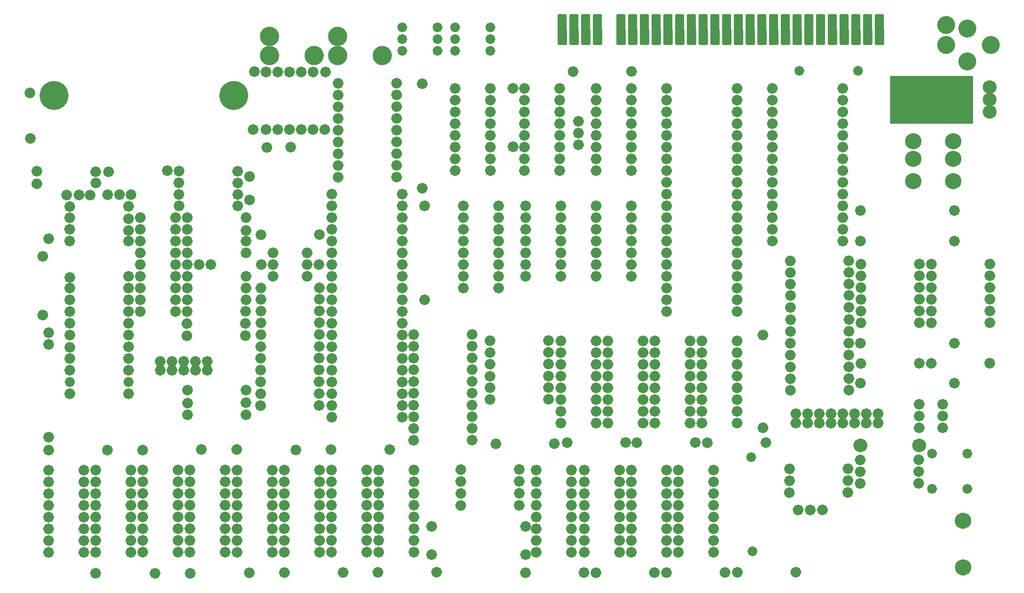
<source format=gbr>
%TF.GenerationSoftware,KiCad,Pcbnew,9.0.5*%
%TF.CreationDate,2026-01-20T21:08:22+00:00*%
%TF.ProjectId,issue3b,69737375-6533-4622-9e6b-696361645f70,3B*%
%TF.SameCoordinates,Original*%
%TF.FileFunction,Soldermask,Top*%
%TF.FilePolarity,Negative*%
%FSLAX46Y46*%
G04 Gerber Fmt 4.6, Leading zero omitted, Abs format (unit mm)*
G04 Created by KiCad (PCBNEW 9.0.5) date 2026-01-20 21:08:22*
%MOMM*%
%LPD*%
G01*
G04 APERTURE LIST*
%ADD10C,1.189000*%
%ADD11C,0.505000*%
%ADD12C,2.078000*%
%ADD13C,0.000000*%
%ADD14C,0.454000*%
%ADD15C,1.500000*%
%ADD16C,3.157500*%
%ADD17C,1.062000*%
%ADD18C,1.951000*%
%ADD19C,1.800000*%
%ADD20C,1.100000*%
G04 APERTURE END LIST*
D10*
X222129500Y-68474000D02*
G75*
G02*
X220940500Y-68474000I-594500J0D01*
G01*
X220940500Y-68474000D02*
G75*
G02*
X222129500Y-68474000I594500J0D01*
G01*
X168789500Y-76094000D02*
G75*
G02*
X167600500Y-76094000I-594500J0D01*
G01*
X167600500Y-76094000D02*
G75*
G02*
X168789500Y-76094000I594500J0D01*
G01*
X153295500Y-50694000D02*
G75*
G02*
X152106500Y-50694000I-594500J0D01*
G01*
X152106500Y-50694000D02*
G75*
G02*
X153295500Y-50694000I594500J0D01*
G01*
X223460800Y-95604700D02*
G75*
G02*
X222271800Y-95604700I-594500J0D01*
G01*
X222271800Y-95604700D02*
G75*
G02*
X223460800Y-95604700I594500J0D01*
G01*
D11*
X192093000Y-27266400D02*
X190608100Y-27264100D01*
X217493000Y-33414400D02*
X217493000Y-27266400D01*
D10*
X70780800Y-140843200D02*
G75*
G02*
X69591800Y-140843200I-594500J0D01*
G01*
X69591800Y-140843200D02*
G75*
G02*
X70780800Y-140843200I594500J0D01*
G01*
X85477500Y-81174000D02*
G75*
G02*
X84288500Y-81174000I-594500J0D01*
G01*
X84288500Y-81174000D02*
G75*
G02*
X85477500Y-81174000I594500J0D01*
G01*
D12*
X108274000Y-35962000D02*
G75*
G02*
X106196000Y-35962000I-1039000J0D01*
G01*
X106196000Y-35962000D02*
G75*
G02*
X108274000Y-35962000I1039000J0D01*
G01*
D10*
X206889500Y-76094000D02*
G75*
G02*
X205700500Y-76094000I-594500J0D01*
G01*
X205700500Y-76094000D02*
G75*
G02*
X206889500Y-76094000I594500J0D01*
G01*
X131705500Y-88794000D02*
G75*
G02*
X130516500Y-88794000I-594500J0D01*
G01*
X130516500Y-88794000D02*
G75*
G02*
X131705500Y-88794000I594500J0D01*
G01*
X121785700Y-128147100D02*
G75*
G02*
X120596700Y-128147100I-594500J0D01*
G01*
X120596700Y-128147100D02*
G75*
G02*
X121785700Y-128147100I594500J0D01*
G01*
X184029500Y-55774000D02*
G75*
G02*
X182840500Y-55774000I-594500J0D01*
G01*
X182840500Y-55774000D02*
G75*
G02*
X184029500Y-55774000I594500J0D01*
G01*
X219589500Y-115464000D02*
G75*
G02*
X218400500Y-115464000I-594500J0D01*
G01*
X218400500Y-115464000D02*
G75*
G02*
X219589500Y-115464000I594500J0D01*
G01*
D11*
X198234900Y-33417600D02*
X199718300Y-33419700D01*
D10*
X153549500Y-137816000D02*
G75*
G02*
X152360500Y-137816000I-594500J0D01*
G01*
X152360500Y-137816000D02*
G75*
G02*
X153549500Y-137816000I594500J0D01*
G01*
X49155500Y-79396000D02*
G75*
G02*
X47966500Y-79396000I-594500J0D01*
G01*
X47966500Y-79396000D02*
G75*
G02*
X49155500Y-79396000I594500J0D01*
G01*
X78587200Y-66014400D02*
G75*
G02*
X77398200Y-66014400I-594500J0D01*
G01*
X77398200Y-66014400D02*
G75*
G02*
X78587200Y-66014400I594500J0D01*
G01*
X68206700Y-133251100D02*
G75*
G02*
X67017700Y-133251100I-594500J0D01*
G01*
X67017700Y-133251100D02*
G75*
G02*
X68206700Y-133251100I594500J0D01*
G01*
D13*
G36*
X227653000Y-27266400D02*
G01*
X227658300Y-33419700D01*
X226174900Y-33417600D01*
X226168100Y-27264100D01*
X227653000Y-27266400D01*
G37*
D11*
X217493000Y-27266400D02*
X216008100Y-27264100D01*
D10*
X78400800Y-143383200D02*
G75*
G02*
X77211800Y-143383200I-594500J0D01*
G01*
X77211800Y-143383200D02*
G75*
G02*
X78400800Y-143383200I594500J0D01*
G01*
X111639500Y-111654000D02*
G75*
G02*
X110450500Y-111654000I-594500J0D01*
G01*
X110450500Y-111654000D02*
G75*
G02*
X111639500Y-111654000I594500J0D01*
G01*
X168789500Y-53234000D02*
G75*
G02*
X167600500Y-53234000I-594500J0D01*
G01*
X167600500Y-53234000D02*
G75*
G02*
X168789500Y-53234000I594500J0D01*
G01*
X74555500Y-104034000D02*
G75*
G02*
X73366500Y-104034000I-594500J0D01*
G01*
X73366500Y-104034000D02*
G75*
G02*
X74555500Y-104034000I594500J0D01*
G01*
D11*
X177914900Y-33417600D02*
X179398300Y-33419700D01*
D10*
X80965500Y-140849300D02*
G75*
G02*
X79776500Y-140849300I-594500J0D01*
G01*
X79776500Y-140849300D02*
G75*
G02*
X80965500Y-140849300I594500J0D01*
G01*
D14*
X249475000Y-40534000D02*
X249475000Y-50440000D01*
D10*
X70237500Y-73554000D02*
G75*
G02*
X69048500Y-73554000I-594500J0D01*
G01*
X69048500Y-73554000D02*
G75*
G02*
X70237500Y-73554000I594500J0D01*
G01*
X111639500Y-98954000D02*
G75*
G02*
X110450500Y-98954000I-594500J0D01*
G01*
X110450500Y-98954000D02*
G75*
G02*
X111639500Y-98954000I594500J0D01*
G01*
X163455500Y-143404000D02*
G75*
G02*
X162266500Y-143404000I-594500J0D01*
G01*
X162266500Y-143404000D02*
G75*
G02*
X163455500Y-143404000I594500J0D01*
G01*
X113015600Y-49592800D02*
G75*
G02*
X111826600Y-49592800I-594500J0D01*
G01*
X111826600Y-49592800D02*
G75*
G02*
X113015600Y-49592800I594500J0D01*
G01*
X108962800Y-86206700D02*
G75*
G02*
X107773800Y-86206700I-594500J0D01*
G01*
X107773800Y-86206700D02*
G75*
G02*
X108962800Y-86206700I594500J0D01*
G01*
X253926700Y-81052400D02*
G75*
G02*
X252737700Y-81052400I-594500J0D01*
G01*
X252737700Y-81052400D02*
G75*
G02*
X253926700Y-81052400I594500J0D01*
G01*
X145851600Y-102727700D02*
G75*
G02*
X144662600Y-102727700I-594500J0D01*
G01*
X144662600Y-102727700D02*
G75*
G02*
X145851600Y-102727700I594500J0D01*
G01*
X147707500Y-71014000D02*
G75*
G02*
X146518500Y-71014000I-594500J0D01*
G01*
X146518500Y-71014000D02*
G75*
G02*
X147707500Y-71014000I594500J0D01*
G01*
X70780800Y-133223200D02*
G75*
G02*
X69591800Y-133223200I-594500J0D01*
G01*
X69591800Y-133223200D02*
G75*
G02*
X70780800Y-133223200I594500J0D01*
G01*
X131197500Y-64664000D02*
G75*
G02*
X130008500Y-64664000I-594500J0D01*
G01*
X130008500Y-64664000D02*
G75*
G02*
X131197500Y-64664000I594500J0D01*
G01*
D15*
X226095000Y-120290000D02*
G75*
G02*
X224595000Y-120290000I-750000J0D01*
G01*
X224595000Y-120290000D02*
G75*
G02*
X226095000Y-120290000I750000J0D01*
G01*
D10*
X199269500Y-48154000D02*
G75*
G02*
X198080500Y-48154000I-594500J0D01*
G01*
X198080500Y-48154000D02*
G75*
G02*
X199269500Y-48154000I594500J0D01*
G01*
X77857500Y-91334000D02*
G75*
G02*
X76668500Y-91334000I-594500J0D01*
G01*
X76668500Y-91334000D02*
G75*
G02*
X77857500Y-91334000I594500J0D01*
G01*
X153549500Y-73554000D02*
G75*
G02*
X152360500Y-73554000I-594500J0D01*
G01*
X152360500Y-73554000D02*
G75*
G02*
X153549500Y-73554000I594500J0D01*
G01*
X111639500Y-81174000D02*
G75*
G02*
X110450500Y-81174000I-594500J0D01*
G01*
X110450500Y-81174000D02*
G75*
G02*
X111639500Y-81174000I594500J0D01*
G01*
X114084700Y-147781700D02*
G75*
G02*
X112895700Y-147781700I-594500J0D01*
G01*
X112895700Y-147781700D02*
G75*
G02*
X114084700Y-147781700I594500J0D01*
G01*
D16*
X52578250Y-44598000D02*
G75*
G02*
X49420750Y-44598000I-1578750J0D01*
G01*
X49420750Y-44598000D02*
G75*
G02*
X52578250Y-44598000I1578750J0D01*
G01*
D10*
X98778800Y-128182600D02*
G75*
G02*
X97589800Y-128182600I-594500J0D01*
G01*
X97589800Y-128182600D02*
G75*
G02*
X98778800Y-128182600I594500J0D01*
G01*
X161169500Y-68474000D02*
G75*
G02*
X159980500Y-68474000I-594500J0D01*
G01*
X159980500Y-68474000D02*
G75*
G02*
X161169500Y-68474000I594500J0D01*
G01*
X178949500Y-102764000D02*
G75*
G02*
X177760500Y-102764000I-594500J0D01*
G01*
X177760500Y-102764000D02*
G75*
G02*
X178949500Y-102764000I594500J0D01*
G01*
D13*
G36*
X197173000Y-27266400D02*
G01*
X197178300Y-33419700D01*
X195694900Y-33417600D01*
X195688100Y-27264100D01*
X197173000Y-27266400D01*
G37*
D10*
X129341600Y-114106900D02*
G75*
G02*
X128152600Y-114106900I-594500J0D01*
G01*
X128152600Y-114106900D02*
G75*
G02*
X129341600Y-114106900I594500J0D01*
G01*
X91099400Y-121181400D02*
G75*
G02*
X89910400Y-121181400I-594500J0D01*
G01*
X89910400Y-121181400D02*
G75*
G02*
X91099400Y-121181400I594500J0D01*
G01*
X176409500Y-48154000D02*
G75*
G02*
X175220500Y-48154000I-594500J0D01*
G01*
X175220500Y-48154000D02*
G75*
G02*
X176409500Y-48154000I594500J0D01*
G01*
X181489500Y-97684000D02*
G75*
G02*
X180300500Y-97684000I-594500J0D01*
G01*
X180300500Y-97684000D02*
G75*
G02*
X181489500Y-97684000I594500J0D01*
G01*
D13*
G36*
X184473000Y-27266400D02*
G01*
X184478300Y-33419700D01*
X182994900Y-33417600D01*
X182988100Y-27264100D01*
X184473000Y-27266400D01*
G37*
D10*
X106305500Y-78634000D02*
G75*
G02*
X105116500Y-78634000I-594500J0D01*
G01*
X105116500Y-78634000D02*
G75*
G02*
X106305500Y-78634000I594500J0D01*
G01*
D11*
X208394900Y-33417600D02*
X209878300Y-33419700D01*
D10*
X96256600Y-104001000D02*
G75*
G02*
X95067600Y-104001000I-594500J0D01*
G01*
X95067600Y-104001000D02*
G75*
G02*
X96256600Y-104001000I594500J0D01*
G01*
X206889500Y-53234000D02*
G75*
G02*
X205700500Y-53234000I-594500J0D01*
G01*
X205700500Y-53234000D02*
G75*
G02*
X206889500Y-53234000I594500J0D01*
G01*
X105035500Y-39518000D02*
G75*
G02*
X103846500Y-39518000I-594500J0D01*
G01*
X103846500Y-39518000D02*
G75*
G02*
X105035500Y-39518000I594500J0D01*
G01*
D11*
X174313000Y-27266400D02*
X172828100Y-27264100D01*
D10*
X217732200Y-134243400D02*
G75*
G02*
X216543200Y-134243400I-594500J0D01*
G01*
X216543200Y-134243400D02*
G75*
G02*
X217732200Y-134243400I594500J0D01*
G01*
X222129500Y-73554000D02*
G75*
G02*
X220940500Y-73554000I-594500J0D01*
G01*
X220940500Y-73554000D02*
G75*
G02*
X222129500Y-73554000I594500J0D01*
G01*
D17*
X241370000Y-129688000D02*
G75*
G02*
X240308000Y-129688000I-531000J0D01*
G01*
X240308000Y-129688000D02*
G75*
G02*
X241370000Y-129688000I531000J0D01*
G01*
D13*
G36*
X214953000Y-27266400D02*
G01*
X214953000Y-33414400D01*
X213474900Y-33417600D01*
X213468100Y-27264100D01*
X214953000Y-27266400D01*
G37*
D11*
X212418300Y-33419700D02*
X212413000Y-27266400D01*
D10*
X161169500Y-102764000D02*
G75*
G02*
X159980500Y-102764000I-594500J0D01*
G01*
X159980500Y-102764000D02*
G75*
G02*
X161169500Y-102764000I594500J0D01*
G01*
X164979500Y-55266000D02*
G75*
G02*
X163790500Y-55266000I-594500J0D01*
G01*
X163790500Y-55266000D02*
G75*
G02*
X164979500Y-55266000I594500J0D01*
G01*
X184029500Y-50694000D02*
G75*
G02*
X182840500Y-50694000I-594500J0D01*
G01*
X182840500Y-50694000D02*
G75*
G02*
X184029500Y-50694000I594500J0D01*
G01*
X67702300Y-68567600D02*
G75*
G02*
X66513300Y-68567600I-594500J0D01*
G01*
X66513300Y-68567600D02*
G75*
G02*
X67702300Y-68567600I594500J0D01*
G01*
X168789500Y-100224000D02*
G75*
G02*
X167600500Y-100224000I-594500J0D01*
G01*
X167600500Y-100224000D02*
G75*
G02*
X168789500Y-100224000I594500J0D01*
G01*
X129405700Y-128147100D02*
G75*
G02*
X128216700Y-128147100I-594500J0D01*
G01*
X128216700Y-128147100D02*
G75*
G02*
X129405700Y-128147100I594500J0D01*
G01*
D11*
X167748100Y-27264100D02*
X167754900Y-33417600D01*
D10*
X102495500Y-39518000D02*
G75*
G02*
X101306500Y-39518000I-594500J0D01*
G01*
X101306500Y-39518000D02*
G75*
G02*
X102495500Y-39518000I594500J0D01*
G01*
X60586700Y-140871100D02*
G75*
G02*
X59397700Y-140871100I-594500J0D01*
G01*
X59397700Y-140871100D02*
G75*
G02*
X60586700Y-140871100I594500J0D01*
G01*
D13*
G36*
X161613000Y-27266400D02*
G01*
X161618300Y-33419700D01*
X160134900Y-33417600D01*
X160128100Y-27264100D01*
X161613000Y-27266400D01*
G37*
D10*
X60586700Y-125631000D02*
G75*
G02*
X59397700Y-125631000I-594500J0D01*
G01*
X59397700Y-125631000D02*
G75*
G02*
X60586700Y-125631000I594500J0D01*
G01*
X101385200Y-140857800D02*
G75*
G02*
X100196200Y-140857800I-594500J0D01*
G01*
X100196200Y-140857800D02*
G75*
G02*
X101385200Y-140857800I594500J0D01*
G01*
X91319500Y-63521000D02*
G75*
G02*
X90130500Y-63521000I-594500J0D01*
G01*
X90130500Y-63521000D02*
G75*
G02*
X91319500Y-63521000I594500J0D01*
G01*
X155835500Y-143404000D02*
G75*
G02*
X154646500Y-143404000I-594500J0D01*
G01*
X154646500Y-143404000D02*
G75*
G02*
X155835500Y-143404000I594500J0D01*
G01*
D11*
X203314900Y-33417600D02*
X204798300Y-33419700D01*
X227653000Y-27266400D02*
X226168100Y-27264100D01*
D10*
X126879500Y-83714000D02*
G75*
G02*
X125690500Y-83714000I-594500J0D01*
G01*
X125690500Y-83714000D02*
G75*
G02*
X126879500Y-83714000I594500J0D01*
G01*
X67697500Y-91334000D02*
G75*
G02*
X66508500Y-91334000I-594500J0D01*
G01*
X66508500Y-91334000D02*
G75*
G02*
X67697500Y-91334000I594500J0D01*
G01*
X129341600Y-119186900D02*
G75*
G02*
X128152600Y-119186900I-594500J0D01*
G01*
X128152600Y-119186900D02*
G75*
G02*
X129341600Y-119186900I594500J0D01*
G01*
X121785700Y-133227100D02*
G75*
G02*
X120596700Y-133227100I-594500J0D01*
G01*
X120596700Y-133227100D02*
G75*
G02*
X121785700Y-133227100I594500J0D01*
G01*
X126879500Y-78634000D02*
G75*
G02*
X125690500Y-78634000I-594500J0D01*
G01*
X125690500Y-78634000D02*
G75*
G02*
X126879500Y-78634000I594500J0D01*
G01*
X222129500Y-50694000D02*
G75*
G02*
X220940500Y-50694000I-594500J0D01*
G01*
X220940500Y-50694000D02*
G75*
G02*
X222129500Y-50694000I594500J0D01*
G01*
X184029500Y-63394000D02*
G75*
G02*
X182840500Y-63394000I-594500J0D01*
G01*
X182840500Y-63394000D02*
G75*
G02*
X184029500Y-63394000I594500J0D01*
G01*
X125656700Y-57176400D02*
G75*
G02*
X124467700Y-57176400I-594500J0D01*
G01*
X124467700Y-57176400D02*
G75*
G02*
X125656700Y-57176400I594500J0D01*
G01*
X126879500Y-101494000D02*
G75*
G02*
X125690500Y-101494000I-594500J0D01*
G01*
X125690500Y-101494000D02*
G75*
G02*
X126879500Y-101494000I594500J0D01*
G01*
D11*
X200774900Y-33417600D02*
X202258300Y-33419700D01*
D10*
X176409500Y-140864000D02*
G75*
G02*
X175220500Y-140864000I-594500J0D01*
G01*
X175220500Y-140864000D02*
G75*
G02*
X176409500Y-140864000I594500J0D01*
G01*
X126879500Y-71014000D02*
G75*
G02*
X125690500Y-71014000I-594500J0D01*
G01*
X125690500Y-71014000D02*
G75*
G02*
X126879500Y-71014000I594500J0D01*
G01*
X68206700Y-125631000D02*
G75*
G02*
X67017700Y-125631000I-594500J0D01*
G01*
X67017700Y-125631000D02*
G75*
G02*
X68206700Y-125631000I594500J0D01*
G01*
X93011600Y-91286700D02*
G75*
G02*
X91822600Y-91286700I-594500J0D01*
G01*
X91822600Y-91286700D02*
G75*
G02*
X93011600Y-91286700I594500J0D01*
G01*
X196657400Y-147777600D02*
G75*
G02*
X195468400Y-147777600I-594500J0D01*
G01*
X195468400Y-147777600D02*
G75*
G02*
X196657400Y-147777600I594500J0D01*
G01*
X168789500Y-71014000D02*
G75*
G02*
X167600500Y-71014000I-594500J0D01*
G01*
X167600500Y-71014000D02*
G75*
G02*
X168789500Y-71014000I594500J0D01*
G01*
X111576300Y-133227200D02*
G75*
G02*
X110387300Y-133227200I-594500J0D01*
G01*
X110387300Y-133227200D02*
G75*
G02*
X111576300Y-133227200I594500J0D01*
G01*
X60585500Y-61108000D02*
G75*
G02*
X59396500Y-61108000I-594500J0D01*
G01*
X59396500Y-61108000D02*
G75*
G02*
X60585500Y-61108000I594500J0D01*
G01*
X80397500Y-81174000D02*
G75*
G02*
X79208500Y-81174000I-594500J0D01*
G01*
X79208500Y-81174000D02*
G75*
G02*
X80397500Y-81174000I594500J0D01*
G01*
X70237500Y-83714000D02*
G75*
G02*
X69048500Y-83714000I-594500J0D01*
G01*
X69048500Y-83714000D02*
G75*
G02*
X70237500Y-83714000I594500J0D01*
G01*
X54997500Y-104034000D02*
G75*
G02*
X53808500Y-104034000I-594500J0D01*
G01*
X53808500Y-104034000D02*
G75*
G02*
X54997500Y-104034000I594500J0D01*
G01*
X153295500Y-60854000D02*
G75*
G02*
X152106500Y-60854000I-594500J0D01*
G01*
X152106500Y-60854000D02*
G75*
G02*
X153295500Y-60854000I594500J0D01*
G01*
X129405700Y-143387100D02*
G75*
G02*
X128216700Y-143387100I-594500J0D01*
G01*
X128216700Y-143387100D02*
G75*
G02*
X129405700Y-143387100I594500J0D01*
G01*
X121785700Y-143387100D02*
G75*
G02*
X120596700Y-143387100I-594500J0D01*
G01*
X120596700Y-143387100D02*
G75*
G02*
X121785700Y-143387100I594500J0D01*
G01*
X161169500Y-107844000D02*
G75*
G02*
X159980500Y-107844000I-594500J0D01*
G01*
X159980500Y-107844000D02*
G75*
G02*
X161169500Y-107844000I594500J0D01*
G01*
X80965500Y-143389300D02*
G75*
G02*
X79776500Y-143389300I-594500J0D01*
G01*
X79776500Y-143389300D02*
G75*
G02*
X80965500Y-143389300I594500J0D01*
G01*
X168789500Y-115464000D02*
G75*
G02*
X167600500Y-115464000I-594500J0D01*
G01*
X167600500Y-115464000D02*
G75*
G02*
X168789500Y-115464000I594500J0D01*
G01*
X184029500Y-58314000D02*
G75*
G02*
X182840500Y-58314000I-594500J0D01*
G01*
X182840500Y-58314000D02*
G75*
G02*
X184029500Y-58314000I594500J0D01*
G01*
D13*
G36*
X204793000Y-27266400D02*
G01*
X204798300Y-33419700D01*
X203314900Y-33417600D01*
X203308100Y-27264100D01*
X204793000Y-27266400D01*
G37*
D10*
X206889500Y-68474000D02*
G75*
G02*
X205700500Y-68474000I-594500J0D01*
G01*
X205700500Y-68474000D02*
G75*
G02*
X206889500Y-68474000I594500J0D01*
G01*
X199269500Y-115464000D02*
G75*
G02*
X198080500Y-115464000I-594500J0D01*
G01*
X198080500Y-115464000D02*
G75*
G02*
X199269500Y-115464000I594500J0D01*
G01*
X91158800Y-138342600D02*
G75*
G02*
X89969800Y-138342600I-594500J0D01*
G01*
X89969800Y-138342600D02*
G75*
G02*
X91158800Y-138342600I594500J0D01*
G01*
X108962800Y-88670500D02*
G75*
G02*
X107773800Y-88670500I-594500J0D01*
G01*
X107773800Y-88670500D02*
G75*
G02*
X108962800Y-88670500I594500J0D01*
G01*
X67697500Y-88794000D02*
G75*
G02*
X66508500Y-88794000I-594500J0D01*
G01*
X66508500Y-88794000D02*
G75*
G02*
X67697500Y-88794000I594500J0D01*
G01*
X70237500Y-81174000D02*
G75*
G02*
X69048500Y-81174000I-594500J0D01*
G01*
X69048500Y-81174000D02*
G75*
G02*
X70237500Y-81174000I594500J0D01*
G01*
X160915500Y-50694000D02*
G75*
G02*
X159726500Y-50694000I-594500J0D01*
G01*
X159726500Y-50694000D02*
G75*
G02*
X160915500Y-50694000I594500J0D01*
G01*
X54997500Y-101494000D02*
G75*
G02*
X53808500Y-101494000I-594500J0D01*
G01*
X53808500Y-101494000D02*
G75*
G02*
X54997500Y-101494000I594500J0D01*
G01*
X88585500Y-133229300D02*
G75*
G02*
X87396500Y-133229300I-594500J0D01*
G01*
X87396500Y-133229300D02*
G75*
G02*
X88585500Y-133229300I594500J0D01*
G01*
D11*
X184478300Y-33419700D02*
X184473000Y-27266400D01*
D10*
X91158800Y-125642600D02*
G75*
G02*
X89969800Y-125642600I-594500J0D01*
G01*
X89969800Y-125642600D02*
G75*
G02*
X91158800Y-125642600I594500J0D01*
G01*
X176409500Y-43074000D02*
G75*
G02*
X175220500Y-43074000I-594500J0D01*
G01*
X175220500Y-43074000D02*
G75*
G02*
X176409500Y-43074000I594500J0D01*
G01*
X199269500Y-91334000D02*
G75*
G02*
X198080500Y-91334000I-594500J0D01*
G01*
X198080500Y-91334000D02*
G75*
G02*
X199269500Y-91334000I594500J0D01*
G01*
D11*
X188074900Y-33417600D02*
X189558300Y-33419700D01*
D10*
X91158800Y-135802600D02*
G75*
G02*
X89969800Y-135802600I-594500J0D01*
G01*
X89969800Y-135802600D02*
G75*
G02*
X91158800Y-135802600I594500J0D01*
G01*
X55003000Y-99085600D02*
G75*
G02*
X53814000Y-99085600I-594500J0D01*
G01*
X53814000Y-99085600D02*
G75*
G02*
X55003000Y-99085600I594500J0D01*
G01*
X108845500Y-81174000D02*
G75*
G02*
X107656500Y-81174000I-594500J0D01*
G01*
X107656500Y-81174000D02*
G75*
G02*
X108845500Y-81174000I594500J0D01*
G01*
X111576300Y-138307200D02*
G75*
G02*
X110387300Y-138307200I-594500J0D01*
G01*
X110387300Y-138307200D02*
G75*
G02*
X111576300Y-138307200I594500J0D01*
G01*
X212477500Y-134260000D02*
G75*
G02*
X211288500Y-134260000I-594500J0D01*
G01*
X211288500Y-134260000D02*
G75*
G02*
X212477500Y-134260000I594500J0D01*
G01*
X199269500Y-60854000D02*
G75*
G02*
X198080500Y-60854000I-594500J0D01*
G01*
X198080500Y-60854000D02*
G75*
G02*
X199269500Y-60854000I594500J0D01*
G01*
X141982800Y-119150500D02*
G75*
G02*
X140793800Y-119150500I-594500J0D01*
G01*
X140793800Y-119150500D02*
G75*
G02*
X141982800Y-119150500I594500J0D01*
G01*
D11*
X218554900Y-33417600D02*
X220038300Y-33419700D01*
D13*
G36*
X209873000Y-27266400D02*
G01*
X209878300Y-33419700D01*
X208394900Y-33417600D01*
X208388100Y-27264100D01*
X209873000Y-27266400D01*
G37*
D10*
X101385200Y-128157800D02*
G75*
G02*
X100196200Y-128157800I-594500J0D01*
G01*
X100196200Y-128157800D02*
G75*
G02*
X101385200Y-128157800I594500J0D01*
G01*
D12*
X123006000Y-35962000D02*
G75*
G02*
X120928000Y-35962000I-1039000J0D01*
G01*
X120928000Y-35962000D02*
G75*
G02*
X123006000Y-35962000I1039000J0D01*
G01*
D10*
X166249500Y-140864000D02*
G75*
G02*
X165060500Y-140864000I-594500J0D01*
G01*
X165060500Y-140864000D02*
G75*
G02*
X166249500Y-140864000I594500J0D01*
G01*
X155835500Y-135784000D02*
G75*
G02*
X154646500Y-135784000I-594500J0D01*
G01*
X154646500Y-135784000D02*
G75*
G02*
X155835500Y-135784000I594500J0D01*
G01*
D11*
X205854900Y-33417600D02*
X207338300Y-33419700D01*
D10*
X77857500Y-88794000D02*
G75*
G02*
X76668500Y-88794000I-594500J0D01*
G01*
X76668500Y-88794000D02*
G75*
G02*
X77857500Y-88794000I594500J0D01*
G01*
X77857500Y-76094000D02*
G75*
G02*
X76668500Y-76094000I-594500J0D01*
G01*
X76668500Y-76094000D02*
G75*
G02*
X77857500Y-76094000I594500J0D01*
G01*
X129323400Y-111609600D02*
G75*
G02*
X128134400Y-111609600I-594500J0D01*
G01*
X128134400Y-111609600D02*
G75*
G02*
X129323400Y-111609600I594500J0D01*
G01*
X176409500Y-71014000D02*
G75*
G02*
X175220500Y-71014000I-594500J0D01*
G01*
X175220500Y-71014000D02*
G75*
G02*
X176409500Y-71014000I594500J0D01*
G01*
X199269500Y-55774000D02*
G75*
G02*
X198080500Y-55774000I-594500J0D01*
G01*
X198080500Y-55774000D02*
G75*
G02*
X199269500Y-55774000I594500J0D01*
G01*
X155835500Y-133244000D02*
G75*
G02*
X154646500Y-133244000I-594500J0D01*
G01*
X154646500Y-133244000D02*
G75*
G02*
X155835500Y-133244000I594500J0D01*
G01*
X65753300Y-66054000D02*
G75*
G02*
X64564300Y-66054000I-594500J0D01*
G01*
X64564300Y-66054000D02*
G75*
G02*
X65753300Y-66054000I594500J0D01*
G01*
X54970100Y-73551400D02*
G75*
G02*
X53781100Y-73551400I-594500J0D01*
G01*
X53781100Y-73551400D02*
G75*
G02*
X54970100Y-73551400I594500J0D01*
G01*
D16*
X91440250Y-44598000D02*
G75*
G02*
X88282750Y-44598000I-1578750J0D01*
G01*
X88282750Y-44598000D02*
G75*
G02*
X91440250Y-44598000I1578750J0D01*
G01*
D14*
X231949000Y-50440000D02*
X231949000Y-40534000D01*
D10*
X147707500Y-81174000D02*
G75*
G02*
X146518500Y-81174000I-594500J0D01*
G01*
X146518500Y-81174000D02*
G75*
G02*
X147707500Y-81174000I594500J0D01*
G01*
X141982800Y-103886400D02*
G75*
G02*
X140793800Y-103886400I-594500J0D01*
G01*
X140793800Y-103886400D02*
G75*
G02*
X141982800Y-103886400I594500J0D01*
G01*
X54997500Y-91334000D02*
G75*
G02*
X53808500Y-91334000I-594500J0D01*
G01*
X53808500Y-91334000D02*
G75*
G02*
X54997500Y-91334000I594500J0D01*
G01*
X126879500Y-111654000D02*
G75*
G02*
X125690500Y-111654000I-594500J0D01*
G01*
X125690500Y-111654000D02*
G75*
G02*
X126879500Y-111654000I594500J0D01*
G01*
X111639500Y-83714000D02*
G75*
G02*
X110450500Y-83714000I-594500J0D01*
G01*
X110450500Y-83714000D02*
G75*
G02*
X111639500Y-83714000I594500J0D01*
G01*
X222129500Y-45614000D02*
G75*
G02*
X220940500Y-45614000I-594500J0D01*
G01*
X220940500Y-45614000D02*
G75*
G02*
X222129500Y-45614000I594500J0D01*
G01*
X161169500Y-105304000D02*
G75*
G02*
X159980500Y-105304000I-594500J0D01*
G01*
X159980500Y-105304000D02*
G75*
G02*
X161169500Y-105304000I594500J0D01*
G01*
X80965500Y-128149400D02*
G75*
G02*
X79776500Y-128149400I-594500J0D01*
G01*
X79776500Y-128149400D02*
G75*
G02*
X80965500Y-128149400I594500J0D01*
G01*
X138309500Y-45614000D02*
G75*
G02*
X137120500Y-45614000I-594500J0D01*
G01*
X137120500Y-45614000D02*
G75*
G02*
X138309500Y-45614000I594500J0D01*
G01*
D13*
G36*
X202253000Y-27266400D02*
G01*
X202258300Y-33419700D01*
X200774900Y-33417600D01*
X200768100Y-27264100D01*
X202253000Y-27266400D01*
G37*
D10*
X222129500Y-53234000D02*
G75*
G02*
X220940500Y-53234000I-594500J0D01*
G01*
X220940500Y-53234000D02*
G75*
G02*
X222129500Y-53234000I594500J0D01*
G01*
X210791200Y-98201900D02*
G75*
G02*
X209602200Y-98201900I-594500J0D01*
G01*
X209602200Y-98201900D02*
G75*
G02*
X210791200Y-98201900I594500J0D01*
G01*
X70780800Y-143383200D02*
G75*
G02*
X69591800Y-143383200I-594500J0D01*
G01*
X69591800Y-143383200D02*
G75*
G02*
X70780800Y-143383200I594500J0D01*
G01*
D18*
X254514900Y-33676000D02*
G75*
G02*
X252563900Y-33676000I-975500J0D01*
G01*
X252563900Y-33676000D02*
G75*
G02*
X254514900Y-33676000I975500J0D01*
G01*
D10*
X176409500Y-135784000D02*
G75*
G02*
X175220500Y-135784000I-594500J0D01*
G01*
X175220500Y-135784000D02*
G75*
G02*
X176409500Y-135784000I594500J0D01*
G01*
X68206700Y-143411100D02*
G75*
G02*
X67017700Y-143411100I-594500J0D01*
G01*
X67017700Y-143411100D02*
G75*
G02*
X68206700Y-143411100I594500J0D01*
G01*
X140087500Y-81174000D02*
G75*
G02*
X138898500Y-81174000I-594500J0D01*
G01*
X138898500Y-81174000D02*
G75*
G02*
X140087500Y-81174000I594500J0D01*
G01*
X106305500Y-81174000D02*
G75*
G02*
X105116500Y-81174000I-594500J0D01*
G01*
X105116500Y-81174000D02*
G75*
G02*
X106305500Y-81174000I594500J0D01*
G01*
X222129500Y-58314000D02*
G75*
G02*
X220940500Y-58314000I-594500J0D01*
G01*
X220940500Y-58314000D02*
G75*
G02*
X222129500Y-58314000I594500J0D01*
G01*
X238686800Y-88672400D02*
G75*
G02*
X237497800Y-88672400I-594500J0D01*
G01*
X237497800Y-88672400D02*
G75*
G02*
X238686800Y-88672400I594500J0D01*
G01*
X161169500Y-78634000D02*
G75*
G02*
X159980500Y-78634000I-594500J0D01*
G01*
X159980500Y-78634000D02*
G75*
G02*
X161169500Y-78634000I594500J0D01*
G01*
X241285600Y-86168800D02*
G75*
G02*
X240096600Y-86168800I-594500J0D01*
G01*
X240096600Y-86168800D02*
G75*
G02*
X241285600Y-86168800I594500J0D01*
G01*
D13*
G36*
X189553000Y-27266400D02*
G01*
X189558300Y-33419700D01*
X188074900Y-33417600D01*
X188068100Y-27264100D01*
X189553000Y-27266400D01*
G37*
D10*
X145851600Y-97647700D02*
G75*
G02*
X144662600Y-97647700I-594500J0D01*
G01*
X144662600Y-97647700D02*
G75*
G02*
X145851600Y-97647700I594500J0D01*
G01*
X96270600Y-109127000D02*
G75*
G02*
X95081600Y-109127000I-594500J0D01*
G01*
X95081600Y-109127000D02*
G75*
G02*
X96270600Y-109127000I594500J0D01*
G01*
X121785700Y-140847100D02*
G75*
G02*
X120596700Y-140847100I-594500J0D01*
G01*
X120596700Y-140847100D02*
G75*
G02*
X121785700Y-140847100I594500J0D01*
G01*
X126879500Y-68474000D02*
G75*
G02*
X125690500Y-68474000I-594500J0D01*
G01*
X125690500Y-68474000D02*
G75*
G02*
X126879500Y-68474000I594500J0D01*
G01*
X98778800Y-130722700D02*
G75*
G02*
X97589800Y-130722700I-594500J0D01*
G01*
X97589800Y-130722700D02*
G75*
G02*
X98778800Y-130722700I594500J0D01*
G01*
X184029500Y-76094000D02*
G75*
G02*
X182840500Y-76094000I-594500J0D01*
G01*
X182840500Y-76094000D02*
G75*
G02*
X184029500Y-76094000I594500J0D01*
G01*
D11*
X165214900Y-33417600D02*
X166698300Y-33419700D01*
X187013000Y-27266400D02*
X185528100Y-27264100D01*
D10*
X67697500Y-109114000D02*
G75*
G02*
X66508500Y-109114000I-594500J0D01*
G01*
X66508500Y-109114000D02*
G75*
G02*
X67697500Y-109114000I594500J0D01*
G01*
X70780800Y-125603200D02*
G75*
G02*
X69591800Y-125603200I-594500J0D01*
G01*
X69591800Y-125603200D02*
G75*
G02*
X70780800Y-125603200I594500J0D01*
G01*
X210805600Y-105879200D02*
G75*
G02*
X209616600Y-105879200I-594500J0D01*
G01*
X209616600Y-105879200D02*
G75*
G02*
X210805600Y-105879200I594500J0D01*
G01*
X199269500Y-73554000D02*
G75*
G02*
X198080500Y-73554000I-594500J0D01*
G01*
X198080500Y-73554000D02*
G75*
G02*
X199269500Y-73554000I594500J0D01*
G01*
X176409500Y-128164000D02*
G75*
G02*
X175220500Y-128164000I-594500J0D01*
G01*
X175220500Y-128164000D02*
G75*
G02*
X176409500Y-128164000I594500J0D01*
G01*
X129405700Y-125607100D02*
G75*
G02*
X128216700Y-125607100I-594500J0D01*
G01*
X128216700Y-125607100D02*
G75*
G02*
X129405700Y-125607100I594500J0D01*
G01*
D13*
G36*
X222573000Y-27266400D02*
G01*
X222578300Y-33419700D01*
X221094900Y-33417600D01*
X221088100Y-27264100D01*
X222573000Y-27266400D01*
G37*
D11*
X193148100Y-27264100D02*
X193154900Y-33417600D01*
D10*
X147707500Y-78634000D02*
G75*
G02*
X146518500Y-78634000I-594500J0D01*
G01*
X146518500Y-78634000D02*
G75*
G02*
X147707500Y-78634000I594500J0D01*
G01*
X161169500Y-112924000D02*
G75*
G02*
X159980500Y-112924000I-594500J0D01*
G01*
X159980500Y-112924000D02*
G75*
G02*
X161169500Y-112924000I594500J0D01*
G01*
X50412400Y-133274000D02*
G75*
G02*
X49223400Y-133274000I-594500J0D01*
G01*
X49223400Y-133274000D02*
G75*
G02*
X50412400Y-133274000I594500J0D01*
G01*
X246259500Y-76094000D02*
G75*
G02*
X245070500Y-76094000I-594500J0D01*
G01*
X245070500Y-76094000D02*
G75*
G02*
X246259500Y-76094000I594500J0D01*
G01*
D11*
X197173000Y-27266400D02*
X195688100Y-27264100D01*
D10*
X141982800Y-114070500D02*
G75*
G02*
X140793800Y-114070500I-594500J0D01*
G01*
X140793800Y-114070500D02*
G75*
G02*
X141982800Y-114070500I594500J0D01*
G01*
X162539400Y-119694900D02*
G75*
G02*
X161350400Y-119694900I-594500J0D01*
G01*
X161350400Y-119694900D02*
G75*
G02*
X162539400Y-119694900I594500J0D01*
G01*
X110115500Y-51964000D02*
G75*
G02*
X108926500Y-51964000I-594500J0D01*
G01*
X108926500Y-51964000D02*
G75*
G02*
X110115500Y-51964000I594500J0D01*
G01*
X138309500Y-50694000D02*
G75*
G02*
X137120500Y-50694000I-594500J0D01*
G01*
X137120500Y-50694000D02*
G75*
G02*
X138309500Y-50694000I594500J0D01*
G01*
X238686800Y-81052400D02*
G75*
G02*
X237497800Y-81052400I-594500J0D01*
G01*
X237497800Y-81052400D02*
G75*
G02*
X238686800Y-81052400I594500J0D01*
G01*
D11*
X160128100Y-27264100D02*
X160134900Y-33417600D01*
D10*
X50425500Y-75586000D02*
G75*
G02*
X49236500Y-75586000I-594500J0D01*
G01*
X49236500Y-75586000D02*
G75*
G02*
X50425500Y-75586000I594500J0D01*
G01*
X77857500Y-78634000D02*
G75*
G02*
X76668500Y-78634000I-594500J0D01*
G01*
X76668500Y-78634000D02*
G75*
G02*
X77857500Y-78634000I594500J0D01*
G01*
X215113900Y-134260000D02*
G75*
G02*
X213924900Y-134260000I-594500J0D01*
G01*
X213924900Y-134260000D02*
G75*
G02*
X215113900Y-134260000I594500J0D01*
G01*
X166249500Y-130704000D02*
G75*
G02*
X165060500Y-130704000I-594500J0D01*
G01*
X165060500Y-130704000D02*
G75*
G02*
X166249500Y-130704000I594500J0D01*
G01*
X152183700Y-130649100D02*
G75*
G02*
X150994700Y-130649100I-594500J0D01*
G01*
X150994700Y-130649100D02*
G75*
G02*
X152183700Y-130649100I594500J0D01*
G01*
X111639500Y-104034000D02*
G75*
G02*
X110450500Y-104034000I-594500J0D01*
G01*
X110450500Y-104034000D02*
G75*
G02*
X111639500Y-104034000I594500J0D01*
G01*
X184029500Y-138324000D02*
G75*
G02*
X182840500Y-138324000I-594500J0D01*
G01*
X182840500Y-138324000D02*
G75*
G02*
X184029500Y-138324000I594500J0D01*
G01*
D11*
X190614900Y-33417600D02*
X192098300Y-33419700D01*
D10*
X54997500Y-83968000D02*
G75*
G02*
X53808500Y-83968000I-594500J0D01*
G01*
X53808500Y-83968000D02*
G75*
G02*
X54997500Y-83968000I594500J0D01*
G01*
X199269500Y-63394000D02*
G75*
G02*
X198080500Y-63394000I-594500J0D01*
G01*
X198080500Y-63394000D02*
G75*
G02*
X199269500Y-63394000I594500J0D01*
G01*
X67697500Y-83714000D02*
G75*
G02*
X66508500Y-83714000I-594500J0D01*
G01*
X66508500Y-83714000D02*
G75*
G02*
X67697500Y-83714000I594500J0D01*
G01*
X173869500Y-125624000D02*
G75*
G02*
X172680500Y-125624000I-594500J0D01*
G01*
X172680500Y-125624000D02*
G75*
G02*
X173869500Y-125624000I594500J0D01*
G01*
X184029500Y-83714000D02*
G75*
G02*
X182840500Y-83714000I-594500J0D01*
G01*
X182840500Y-83714000D02*
G75*
G02*
X184029500Y-83714000I594500J0D01*
G01*
X211969500Y-115464000D02*
G75*
G02*
X210780500Y-115464000I-594500J0D01*
G01*
X210780500Y-115464000D02*
G75*
G02*
X211969500Y-115464000I594500J0D01*
G01*
X140087500Y-71014000D02*
G75*
G02*
X138898500Y-71014000I-594500J0D01*
G01*
X138898500Y-71014000D02*
G75*
G02*
X140087500Y-71014000I594500J0D01*
G01*
X161169500Y-83714000D02*
G75*
G02*
X159980500Y-83714000I-594500J0D01*
G01*
X159980500Y-83714000D02*
G75*
G02*
X161169500Y-83714000I594500J0D01*
G01*
D11*
X230193000Y-27266400D02*
X228708100Y-27264100D01*
D10*
X184016200Y-147814000D02*
G75*
G02*
X182827200Y-147814000I-594500J0D01*
G01*
X182827200Y-147814000D02*
G75*
G02*
X184016200Y-147814000I594500J0D01*
G01*
X67697500Y-76094000D02*
G75*
G02*
X66508500Y-76094000I-594500J0D01*
G01*
X66508500Y-76094000D02*
G75*
G02*
X67697500Y-76094000I594500J0D01*
G01*
X80452700Y-108333800D02*
G75*
G02*
X79263700Y-108333800I-594500J0D01*
G01*
X79263700Y-108333800D02*
G75*
G02*
X80452700Y-108333800I594500J0D01*
G01*
X222129500Y-115464000D02*
G75*
G02*
X220940500Y-115464000I-594500J0D01*
G01*
X220940500Y-115464000D02*
G75*
G02*
X222129500Y-115464000I594500J0D01*
G01*
X82175500Y-104034000D02*
G75*
G02*
X80986500Y-104034000I-594500J0D01*
G01*
X80986500Y-104034000D02*
G75*
G02*
X82175500Y-104034000I594500J0D01*
G01*
X175180600Y-119658500D02*
G75*
G02*
X173991600Y-119658500I-594500J0D01*
G01*
X173991600Y-119658500D02*
G75*
G02*
X175180600Y-119658500I594500J0D01*
G01*
X121785700Y-130687100D02*
G75*
G02*
X120596700Y-130687100I-594500J0D01*
G01*
X120596700Y-130687100D02*
G75*
G02*
X121785700Y-130687100I594500J0D01*
G01*
X152180200Y-128066200D02*
G75*
G02*
X150991200Y-128066200I-594500J0D01*
G01*
X150991200Y-128066200D02*
G75*
G02*
X152180200Y-128066200I594500J0D01*
G01*
D17*
X126816000Y-29866000D02*
G75*
G02*
X125754000Y-29866000I-531000J0D01*
G01*
X125754000Y-29866000D02*
G75*
G02*
X126816000Y-29866000I531000J0D01*
G01*
D11*
X166693000Y-27266400D02*
X165208100Y-27264100D01*
D10*
X141964600Y-111573200D02*
G75*
G02*
X140775600Y-111573200I-594500J0D01*
G01*
X140775600Y-111573200D02*
G75*
G02*
X141964600Y-111573200I594500J0D01*
G01*
X58032400Y-138354000D02*
G75*
G02*
X56843400Y-138354000I-594500J0D01*
G01*
X56843400Y-138354000D02*
G75*
G02*
X58032400Y-138354000I594500J0D01*
G01*
D11*
X228714900Y-33417600D02*
X230198300Y-33419700D01*
D10*
X113015600Y-44512800D02*
G75*
G02*
X111826600Y-44512800I-594500J0D01*
G01*
X111826600Y-44512800D02*
G75*
G02*
X113015600Y-44512800I594500J0D01*
G01*
D14*
X249475000Y-50440000D02*
X231949000Y-50440000D01*
D10*
X186569500Y-133244000D02*
G75*
G02*
X185380500Y-133244000I-594500J0D01*
G01*
X185380500Y-133244000D02*
G75*
G02*
X186569500Y-133244000I594500J0D01*
G01*
X67697500Y-73808000D02*
G75*
G02*
X66508500Y-73808000I-594500J0D01*
G01*
X66508500Y-73808000D02*
G75*
G02*
X67697500Y-73808000I594500J0D01*
G01*
X229749500Y-113432000D02*
G75*
G02*
X228560500Y-113432000I-594500J0D01*
G01*
X228560500Y-113432000D02*
G75*
G02*
X229749500Y-113432000I594500J0D01*
G01*
X178949500Y-100224000D02*
G75*
G02*
X177760500Y-100224000I-594500J0D01*
G01*
X177760500Y-100224000D02*
G75*
G02*
X178949500Y-100224000I594500J0D01*
G01*
X181489500Y-105304000D02*
G75*
G02*
X180300500Y-105304000I-594500J0D01*
G01*
X180300500Y-105304000D02*
G75*
G02*
X181489500Y-105304000I594500J0D01*
G01*
X210839500Y-93098000D02*
G75*
G02*
X209650500Y-93098000I-594500J0D01*
G01*
X209650500Y-93098000D02*
G75*
G02*
X210839500Y-93098000I594500J0D01*
G01*
X141982800Y-101370500D02*
G75*
G02*
X140793800Y-101370500I-594500J0D01*
G01*
X140793800Y-101370500D02*
G75*
G02*
X141982800Y-101370500I594500J0D01*
G01*
X124168600Y-121190600D02*
G75*
G02*
X122979600Y-121190600I-594500J0D01*
G01*
X122979600Y-121190600D02*
G75*
G02*
X124168600Y-121190600I594500J0D01*
G01*
X93093900Y-113667800D02*
G75*
G02*
X91904900Y-113667800I-594500J0D01*
G01*
X91904900Y-113667800D02*
G75*
G02*
X93093900Y-113667800I594500J0D01*
G01*
X78400800Y-138303200D02*
G75*
G02*
X77211800Y-138303200I-594500J0D01*
G01*
X77211800Y-138303200D02*
G75*
G02*
X78400800Y-138303200I594500J0D01*
G01*
X80965500Y-130689400D02*
G75*
G02*
X79776500Y-130689400I-594500J0D01*
G01*
X79776500Y-130689400D02*
G75*
G02*
X80965500Y-130689400I594500J0D01*
G01*
X109005200Y-138317800D02*
G75*
G02*
X107816200Y-138317800I-594500J0D01*
G01*
X107816200Y-138317800D02*
G75*
G02*
X109005200Y-138317800I594500J0D01*
G01*
X223458100Y-87832600D02*
G75*
G02*
X222269100Y-87832600I-594500J0D01*
G01*
X222269100Y-87832600D02*
G75*
G02*
X223458100Y-87832600I594500J0D01*
G01*
X125656700Y-52096400D02*
G75*
G02*
X124467700Y-52096400I-594500J0D01*
G01*
X124467700Y-52096400D02*
G75*
G02*
X125656700Y-52096400I594500J0D01*
G01*
X108962800Y-74700500D02*
G75*
G02*
X107773800Y-74700500I-594500J0D01*
G01*
X107773800Y-74700500D02*
G75*
G02*
X108962800Y-74700500I594500J0D01*
G01*
X224669500Y-115464000D02*
G75*
G02*
X223480500Y-115464000I-594500J0D01*
G01*
X223480500Y-115464000D02*
G75*
G02*
X224669500Y-115464000I594500J0D01*
G01*
X50425500Y-95906000D02*
G75*
G02*
X49236500Y-95906000I-594500J0D01*
G01*
X49236500Y-95906000D02*
G75*
G02*
X50425500Y-95906000I594500J0D01*
G01*
X164979500Y-52726000D02*
G75*
G02*
X163790500Y-52726000I-594500J0D01*
G01*
X163790500Y-52726000D02*
G75*
G02*
X164979500Y-52726000I594500J0D01*
G01*
X222129500Y-43074000D02*
G75*
G02*
X220940500Y-43074000I-594500J0D01*
G01*
X220940500Y-43074000D02*
G75*
G02*
X222129500Y-43074000I594500J0D01*
G01*
D11*
X176858300Y-33419700D02*
X176853000Y-27266400D01*
D10*
X184029500Y-130704000D02*
G75*
G02*
X182840500Y-130704000I-594500J0D01*
G01*
X182840500Y-130704000D02*
G75*
G02*
X184029500Y-130704000I594500J0D01*
G01*
X60586700Y-128171100D02*
G75*
G02*
X59397700Y-128171100I-594500J0D01*
G01*
X59397700Y-128171100D02*
G75*
G02*
X60586700Y-128171100I594500J0D01*
G01*
X77857500Y-86254000D02*
G75*
G02*
X76668500Y-86254000I-594500J0D01*
G01*
X76668500Y-86254000D02*
G75*
G02*
X77857500Y-86254000I594500J0D01*
G01*
X206889500Y-73554000D02*
G75*
G02*
X205700500Y-73554000I-594500J0D01*
G01*
X205700500Y-73554000D02*
G75*
G02*
X206889500Y-73554000I594500J0D01*
G01*
D19*
X248426800Y-136594800D02*
G75*
G02*
X246626800Y-136594800I-900000J0D01*
G01*
X246626800Y-136594800D02*
G75*
G02*
X248426800Y-136594800I900000J0D01*
G01*
D10*
X67697500Y-104034000D02*
G75*
G02*
X66508500Y-104034000I-594500J0D01*
G01*
X66508500Y-104034000D02*
G75*
G02*
X67697500Y-104034000I594500J0D01*
G01*
X184029500Y-60854000D02*
G75*
G02*
X182840500Y-60854000I-594500J0D01*
G01*
X182840500Y-60854000D02*
G75*
G02*
X184029500Y-60854000I594500J0D01*
G01*
D11*
X179398300Y-33419700D02*
X179393000Y-27266400D01*
D10*
X168789500Y-112924000D02*
G75*
G02*
X167600500Y-112924000I-594500J0D01*
G01*
X167600500Y-112924000D02*
G75*
G02*
X168789500Y-112924000I594500J0D01*
G01*
X168789500Y-55774000D02*
G75*
G02*
X167600500Y-55774000I-594500J0D01*
G01*
X167600500Y-55774000D02*
G75*
G02*
X168789500Y-55774000I594500J0D01*
G01*
X98778800Y-125642600D02*
G75*
G02*
X97589800Y-125642600I-594500J0D01*
G01*
X97589800Y-125642600D02*
G75*
G02*
X98778800Y-125642600I594500J0D01*
G01*
X91158800Y-143422600D02*
G75*
G02*
X89969800Y-143422600I-594500J0D01*
G01*
X89969800Y-143422600D02*
G75*
G02*
X91158800Y-143422600I594500J0D01*
G01*
X225899000Y-128531200D02*
G75*
G02*
X224710000Y-128531200I-594500J0D01*
G01*
X224710000Y-128531200D02*
G75*
G02*
X225899000Y-128531200I594500J0D01*
G01*
X91158800Y-128182600D02*
G75*
G02*
X89969800Y-128182600I-594500J0D01*
G01*
X89969800Y-128182600D02*
G75*
G02*
X91158800Y-128182600I594500J0D01*
G01*
X184029500Y-86254000D02*
G75*
G02*
X182840500Y-86254000I-594500J0D01*
G01*
X182840500Y-86254000D02*
G75*
G02*
X184029500Y-86254000I594500J0D01*
G01*
X109005200Y-143397800D02*
G75*
G02*
X107816200Y-143397800I-594500J0D01*
G01*
X107816200Y-143397800D02*
G75*
G02*
X109005200Y-143397800I594500J0D01*
G01*
X199269500Y-100224000D02*
G75*
G02*
X198080500Y-100224000I-594500J0D01*
G01*
X198080500Y-100224000D02*
G75*
G02*
X199269500Y-100224000I594500J0D01*
G01*
X111639500Y-86254000D02*
G75*
G02*
X110450500Y-86254000I-594500J0D01*
G01*
X110450500Y-86254000D02*
G75*
G02*
X111639500Y-86254000I594500J0D01*
G01*
D11*
X189558300Y-33419700D02*
X189553000Y-27266400D01*
D10*
X176409500Y-133244000D02*
G75*
G02*
X175220500Y-133244000I-594500J0D01*
G01*
X175220500Y-133244000D02*
G75*
G02*
X176409500Y-133244000I594500J0D01*
G01*
X60585500Y-147950600D02*
G75*
G02*
X59396500Y-147950600I-594500J0D01*
G01*
X59396500Y-147950600D02*
G75*
G02*
X60585500Y-147950600I594500J0D01*
G01*
X58032400Y-130734000D02*
G75*
G02*
X56843400Y-130734000I-594500J0D01*
G01*
X56843400Y-130734000D02*
G75*
G02*
X58032400Y-130734000I594500J0D01*
G01*
X50425500Y-118512000D02*
G75*
G02*
X49236500Y-118512000I-594500J0D01*
G01*
X49236500Y-118512000D02*
G75*
G02*
X50425500Y-118512000I594500J0D01*
G01*
X96281500Y-98924800D02*
G75*
G02*
X95092500Y-98924800I-594500J0D01*
G01*
X95092500Y-98924800D02*
G75*
G02*
X96281500Y-98924800I594500J0D01*
G01*
X83425200Y-121171400D02*
G75*
G02*
X82236200Y-121171400I-594500J0D01*
G01*
X82236200Y-121171400D02*
G75*
G02*
X83425200Y-121171400I594500J0D01*
G01*
X46370700Y-44045700D02*
G75*
G02*
X45181700Y-44045700I-594500J0D01*
G01*
X45181700Y-44045700D02*
G75*
G02*
X46370700Y-44045700I594500J0D01*
G01*
X68206700Y-128171100D02*
G75*
G02*
X67017700Y-128171100I-594500J0D01*
G01*
X67017700Y-128171100D02*
G75*
G02*
X68206700Y-128171100I594500J0D01*
G01*
D19*
X237675000Y-58314000D02*
G75*
G02*
X235875000Y-58314000I-900000J0D01*
G01*
X235875000Y-58314000D02*
G75*
G02*
X237675000Y-58314000I900000J0D01*
G01*
D11*
X181933000Y-27266400D02*
X180448100Y-27264100D01*
D10*
X206889500Y-58314000D02*
G75*
G02*
X205700500Y-58314000I-594500J0D01*
G01*
X205700500Y-58314000D02*
G75*
G02*
X206889500Y-58314000I594500J0D01*
G01*
X191649500Y-105304000D02*
G75*
G02*
X190460500Y-105304000I-594500J0D01*
G01*
X190460500Y-105304000D02*
G75*
G02*
X191649500Y-105304000I594500J0D01*
G01*
X139533900Y-133295500D02*
G75*
G02*
X138344900Y-133295500I-594500J0D01*
G01*
X138344900Y-133295500D02*
G75*
G02*
X139533900Y-133295500I594500J0D01*
G01*
X155835500Y-128164000D02*
G75*
G02*
X154646500Y-128164000I-594500J0D01*
G01*
X154646500Y-128164000D02*
G75*
G02*
X155835500Y-128164000I594500J0D01*
G01*
X125656700Y-54636400D02*
G75*
G02*
X124467700Y-54636400I-594500J0D01*
G01*
X124467700Y-54636400D02*
G75*
G02*
X125656700Y-54636400I594500J0D01*
G01*
X222129500Y-60854000D02*
G75*
G02*
X220940500Y-60854000I-594500J0D01*
G01*
X220940500Y-60854000D02*
G75*
G02*
X222129500Y-60854000I594500J0D01*
G01*
X217049500Y-115464000D02*
G75*
G02*
X215860500Y-115464000I-594500J0D01*
G01*
X215860500Y-115464000D02*
G75*
G02*
X217049500Y-115464000I594500J0D01*
G01*
X206889500Y-45614000D02*
G75*
G02*
X205700500Y-45614000I-594500J0D01*
G01*
X205700500Y-45614000D02*
G75*
G02*
X206889500Y-45614000I594500J0D01*
G01*
X171329500Y-112924000D02*
G75*
G02*
X170140500Y-112924000I-594500J0D01*
G01*
X170140500Y-112924000D02*
G75*
G02*
X171329500Y-112924000I594500J0D01*
G01*
X126879500Y-73554000D02*
G75*
G02*
X125690500Y-73554000I-594500J0D01*
G01*
X125690500Y-73554000D02*
G75*
G02*
X126879500Y-73554000I594500J0D01*
G01*
X78400800Y-135763200D02*
G75*
G02*
X77211800Y-135763200I-594500J0D01*
G01*
X77211800Y-135763200D02*
G75*
G02*
X78400800Y-135763200I594500J0D01*
G01*
D19*
X237675000Y-63140000D02*
G75*
G02*
X235875000Y-63140000I-900000J0D01*
G01*
X235875000Y-63140000D02*
G75*
G02*
X237675000Y-63140000I900000J0D01*
G01*
D17*
X134436000Y-34946000D02*
G75*
G02*
X133374000Y-34946000I-531000J0D01*
G01*
X133374000Y-34946000D02*
G75*
G02*
X134436000Y-34946000I531000J0D01*
G01*
D10*
X126879500Y-86254000D02*
G75*
G02*
X125690500Y-86254000I-594500J0D01*
G01*
X125690500Y-86254000D02*
G75*
G02*
X126879500Y-86254000I594500J0D01*
G01*
X204857500Y-116480000D02*
G75*
G02*
X203668500Y-116480000I-594500J0D01*
G01*
X203668500Y-116480000D02*
G75*
G02*
X204857500Y-116480000I594500J0D01*
G01*
X186569500Y-125624000D02*
G75*
G02*
X185380500Y-125624000I-594500J0D01*
G01*
X185380500Y-125624000D02*
G75*
G02*
X186569500Y-125624000I594500J0D01*
G01*
X119196300Y-138307200D02*
G75*
G02*
X118007300Y-138307200I-594500J0D01*
G01*
X118007300Y-138307200D02*
G75*
G02*
X119196300Y-138307200I594500J0D01*
G01*
X243719500Y-111400000D02*
G75*
G02*
X242530500Y-111400000I-594500J0D01*
G01*
X242530500Y-111400000D02*
G75*
G02*
X243719500Y-111400000I594500J0D01*
G01*
X129341600Y-101406900D02*
G75*
G02*
X128152600Y-101406900I-594500J0D01*
G01*
X128152600Y-101406900D02*
G75*
G02*
X129341600Y-101406900I594500J0D01*
G01*
X126879500Y-81174000D02*
G75*
G02*
X125690500Y-81174000I-594500J0D01*
G01*
X125690500Y-81174000D02*
G75*
G02*
X126879500Y-81174000I594500J0D01*
G01*
X54970100Y-76091400D02*
G75*
G02*
X53781100Y-76091400I-594500J0D01*
G01*
X53781100Y-76091400D02*
G75*
G02*
X54970100Y-76091400I594500J0D01*
G01*
X184029500Y-140864000D02*
G75*
G02*
X182840500Y-140864000I-594500J0D01*
G01*
X182840500Y-140864000D02*
G75*
G02*
X184029500Y-140864000I594500J0D01*
G01*
X70237500Y-88794000D02*
G75*
G02*
X69048500Y-88794000I-594500J0D01*
G01*
X69048500Y-88794000D02*
G75*
G02*
X70237500Y-88794000I594500J0D01*
G01*
X80452700Y-113667800D02*
G75*
G02*
X79263700Y-113667800I-594500J0D01*
G01*
X79263700Y-113667800D02*
G75*
G02*
X80452700Y-113667800I594500J0D01*
G01*
X238545000Y-125958600D02*
G75*
G02*
X237356000Y-125958600I-594500J0D01*
G01*
X237356000Y-125958600D02*
G75*
G02*
X238545000Y-125958600I594500J0D01*
G01*
X184029500Y-53234000D02*
G75*
G02*
X182840500Y-53234000I-594500J0D01*
G01*
X182840500Y-53234000D02*
G75*
G02*
X184029500Y-53234000I594500J0D01*
G01*
D19*
X246311000Y-63140000D02*
G75*
G02*
X244511000Y-63140000I-900000J0D01*
G01*
X244511000Y-63140000D02*
G75*
G02*
X246311000Y-63140000I900000J0D01*
G01*
D10*
X205494400Y-119680500D02*
G75*
G02*
X204305400Y-119680500I-594500J0D01*
G01*
X204305400Y-119680500D02*
G75*
G02*
X205494400Y-119680500I594500J0D01*
G01*
X178949500Y-97684000D02*
G75*
G02*
X177760500Y-97684000I-594500J0D01*
G01*
X177760500Y-97684000D02*
G75*
G02*
X178949500Y-97684000I594500J0D01*
G01*
X166249500Y-143404000D02*
G75*
G02*
X165060500Y-143404000I-594500J0D01*
G01*
X165060500Y-143404000D02*
G75*
G02*
X166249500Y-143404000I594500J0D01*
G01*
D11*
X230198300Y-33419700D02*
X230193000Y-27266400D01*
D10*
X67697500Y-86254000D02*
G75*
G02*
X66508500Y-86254000I-594500J0D01*
G01*
X66508500Y-86254000D02*
G75*
G02*
X67697500Y-86254000I594500J0D01*
G01*
X125656700Y-49556400D02*
G75*
G02*
X124467700Y-49556400I-594500J0D01*
G01*
X124467700Y-49556400D02*
G75*
G02*
X125656700Y-49556400I594500J0D01*
G01*
X84715500Y-102129000D02*
G75*
G02*
X83526500Y-102129000I-594500J0D01*
G01*
X83526500Y-102129000D02*
G75*
G02*
X84715500Y-102129000I594500J0D01*
G01*
X80473700Y-111146000D02*
G75*
G02*
X79284700Y-111146000I-594500J0D01*
G01*
X79284700Y-111146000D02*
G75*
G02*
X80473700Y-111146000I594500J0D01*
G01*
D11*
X194633000Y-27266400D02*
X193148100Y-27264100D01*
D10*
X119196300Y-133227200D02*
G75*
G02*
X118007300Y-133227200I-594500J0D01*
G01*
X118007300Y-133227200D02*
G75*
G02*
X119196300Y-133227200I594500J0D01*
G01*
X96321600Y-96326900D02*
G75*
G02*
X95132600Y-96326900I-594500J0D01*
G01*
X95132600Y-96326900D02*
G75*
G02*
X96321600Y-96326900I594500J0D01*
G01*
X166249500Y-128164000D02*
G75*
G02*
X165060500Y-128164000I-594500J0D01*
G01*
X165060500Y-128164000D02*
G75*
G02*
X166249500Y-128164000I594500J0D01*
G01*
X163455500Y-125624000D02*
G75*
G02*
X162266500Y-125624000I-594500J0D01*
G01*
X162266500Y-125624000D02*
G75*
G02*
X163455500Y-125624000I594500J0D01*
G01*
D17*
X126816000Y-34946000D02*
G75*
G02*
X125754000Y-34946000I-531000J0D01*
G01*
X125754000Y-34946000D02*
G75*
G02*
X126816000Y-34946000I531000J0D01*
G01*
D11*
X226174900Y-33417600D02*
X227658300Y-33419700D01*
D10*
X161169500Y-110384000D02*
G75*
G02*
X159980500Y-110384000I-594500J0D01*
G01*
X159980500Y-110384000D02*
G75*
G02*
X161169500Y-110384000I594500J0D01*
G01*
X189109500Y-112924000D02*
G75*
G02*
X187920500Y-112924000I-594500J0D01*
G01*
X187920500Y-112924000D02*
G75*
G02*
X189109500Y-112924000I594500J0D01*
G01*
X161169500Y-97684000D02*
G75*
G02*
X159980500Y-97684000I-594500J0D01*
G01*
X159980500Y-97684000D02*
G75*
G02*
X161169500Y-97684000I594500J0D01*
G01*
X141982800Y-108990500D02*
G75*
G02*
X140793800Y-108990500I-594500J0D01*
G01*
X140793800Y-108990500D02*
G75*
G02*
X141982800Y-108990500I594500J0D01*
G01*
X133229500Y-137816000D02*
G75*
G02*
X132040500Y-137816000I-594500J0D01*
G01*
X132040500Y-137816000D02*
G75*
G02*
X133229500Y-137816000I594500J0D01*
G01*
D13*
G36*
X169233000Y-27266400D02*
G01*
X169238300Y-33419700D01*
X167754900Y-33417600D01*
X167748100Y-27264100D01*
X169233000Y-27266400D01*
G37*
D10*
X152180200Y-125485000D02*
G75*
G02*
X150991200Y-125485000I-594500J0D01*
G01*
X150991200Y-125485000D02*
G75*
G02*
X152180200Y-125485000I594500J0D01*
G01*
X138309500Y-48154000D02*
G75*
G02*
X137120500Y-48154000I-594500J0D01*
G01*
X137120500Y-48154000D02*
G75*
G02*
X138309500Y-48154000I594500J0D01*
G01*
X93093900Y-108333800D02*
G75*
G02*
X91904900Y-108333800I-594500J0D01*
G01*
X91904900Y-108333800D02*
G75*
G02*
X93093900Y-108333800I594500J0D01*
G01*
X168789500Y-97684000D02*
G75*
G02*
X167600500Y-97684000I-594500J0D01*
G01*
X167600500Y-97684000D02*
G75*
G02*
X168789500Y-97684000I594500J0D01*
G01*
X225939500Y-69490000D02*
G75*
G02*
X224750500Y-69490000I-594500J0D01*
G01*
X224750500Y-69490000D02*
G75*
G02*
X225939500Y-69490000I594500J0D01*
G01*
X111576300Y-135767200D02*
G75*
G02*
X110387300Y-135767200I-594500J0D01*
G01*
X110387300Y-135767200D02*
G75*
G02*
X111576300Y-135767200I594500J0D01*
G01*
X126879500Y-109114000D02*
G75*
G02*
X125690500Y-109114000I-594500J0D01*
G01*
X125690500Y-109114000D02*
G75*
G02*
X126879500Y-109114000I594500J0D01*
G01*
X58032400Y-125654000D02*
G75*
G02*
X56843400Y-125654000I-594500J0D01*
G01*
X56843400Y-125654000D02*
G75*
G02*
X58032400Y-125654000I594500J0D01*
G01*
X241261800Y-102544400D02*
G75*
G02*
X240072800Y-102544400I-594500J0D01*
G01*
X240072800Y-102544400D02*
G75*
G02*
X241261800Y-102544400I594500J0D01*
G01*
X189109500Y-107844000D02*
G75*
G02*
X187920500Y-107844000I-594500J0D01*
G01*
X187920500Y-107844000D02*
G75*
G02*
X189109500Y-107844000I594500J0D01*
G01*
X94918200Y-39431300D02*
G75*
G02*
X93729200Y-39431300I-594500J0D01*
G01*
X93729200Y-39431300D02*
G75*
G02*
X94918200Y-39431300I594500J0D01*
G01*
X47867200Y-63706800D02*
G75*
G02*
X46678200Y-63706800I-594500J0D01*
G01*
X46678200Y-63706800D02*
G75*
G02*
X47867200Y-63706800I594500J0D01*
G01*
X70237500Y-76094000D02*
G75*
G02*
X69048500Y-76094000I-594500J0D01*
G01*
X69048500Y-76094000D02*
G75*
G02*
X70237500Y-76094000I594500J0D01*
G01*
D17*
X202533400Y-143200800D02*
G75*
G02*
X201471400Y-143200800I-531000J0D01*
G01*
X201471400Y-143200800D02*
G75*
G02*
X202533400Y-143200800I531000J0D01*
G01*
D10*
X176409500Y-130704000D02*
G75*
G02*
X175220500Y-130704000I-594500J0D01*
G01*
X175220500Y-130704000D02*
G75*
G02*
X176409500Y-130704000I594500J0D01*
G01*
X225906400Y-123440800D02*
G75*
G02*
X224717400Y-123440800I-594500J0D01*
G01*
X224717400Y-123440800D02*
G75*
G02*
X225906400Y-123440800I594500J0D01*
G01*
X98778800Y-140882600D02*
G75*
G02*
X97589800Y-140882600I-594500J0D01*
G01*
X97589800Y-140882600D02*
G75*
G02*
X98778800Y-140882600I594500J0D01*
G01*
D11*
X188068100Y-27264100D02*
X188074900Y-33417600D01*
X199713000Y-27266400D02*
X198228100Y-27264100D01*
D10*
X238686800Y-91212400D02*
G75*
G02*
X237497800Y-91212400I-594500J0D01*
G01*
X237497800Y-91212400D02*
G75*
G02*
X238686800Y-91212400I594500J0D01*
G01*
X125656700Y-41936400D02*
G75*
G02*
X124467700Y-41936400I-594500J0D01*
G01*
X124467700Y-41936400D02*
G75*
G02*
X125656700Y-41936400I594500J0D01*
G01*
X176409500Y-125624000D02*
G75*
G02*
X175220500Y-125624000I-594500J0D01*
G01*
X175220500Y-125624000D02*
G75*
G02*
X176409500Y-125624000I594500J0D01*
G01*
D11*
X214953000Y-33414400D02*
X214953000Y-27266400D01*
D10*
X91158800Y-140882600D02*
G75*
G02*
X89969800Y-140882600I-594500J0D01*
G01*
X89969800Y-140882600D02*
G75*
G02*
X91158800Y-140882600I594500J0D01*
G01*
X134311000Y-147717000D02*
G75*
G02*
X133122000Y-147717000I-594500J0D01*
G01*
X133122000Y-147717000D02*
G75*
G02*
X134311000Y-147717000I594500J0D01*
G01*
X168789500Y-43074000D02*
G75*
G02*
X167600500Y-43074000I-594500J0D01*
G01*
X167600500Y-43074000D02*
G75*
G02*
X168789500Y-43074000I594500J0D01*
G01*
X58032400Y-140894000D02*
G75*
G02*
X56843400Y-140894000I-594500J0D01*
G01*
X56843400Y-140894000D02*
G75*
G02*
X58032400Y-140894000I594500J0D01*
G01*
D13*
G36*
X199713000Y-27266400D02*
G01*
X199718300Y-33419700D01*
X198234900Y-33417600D01*
X198228100Y-27264100D01*
X199713000Y-27266400D01*
G37*
D10*
X153295500Y-58314000D02*
G75*
G02*
X152106500Y-58314000I-594500J0D01*
G01*
X152106500Y-58314000D02*
G75*
G02*
X153295500Y-58314000I594500J0D01*
G01*
X223421700Y-100736800D02*
G75*
G02*
X222232700Y-100736800I-594500J0D01*
G01*
X222232700Y-100736800D02*
G75*
G02*
X223421700Y-100736800I594500J0D01*
G01*
X241285600Y-93788800D02*
G75*
G02*
X240096600Y-93788800I-594500J0D01*
G01*
X240096600Y-93788800D02*
G75*
G02*
X241285600Y-93788800I594500J0D01*
G01*
X173869500Y-135784000D02*
G75*
G02*
X172680500Y-135784000I-594500J0D01*
G01*
X172680500Y-135784000D02*
G75*
G02*
X173869500Y-135784000I594500J0D01*
G01*
X178949500Y-112924000D02*
G75*
G02*
X177760500Y-112924000I-594500J0D01*
G01*
X177760500Y-112924000D02*
G75*
G02*
X178949500Y-112924000I594500J0D01*
G01*
X184029500Y-81174000D02*
G75*
G02*
X182840500Y-81174000I-594500J0D01*
G01*
X182840500Y-81174000D02*
G75*
G02*
X184029500Y-81174000I594500J0D01*
G01*
X181489500Y-102764000D02*
G75*
G02*
X180300500Y-102764000I-594500J0D01*
G01*
X180300500Y-102764000D02*
G75*
G02*
X181489500Y-102764000I594500J0D01*
G01*
X92960800Y-93902900D02*
G75*
G02*
X91771800Y-93902900I-594500J0D01*
G01*
X91771800Y-93902900D02*
G75*
G02*
X92960800Y-93902900I594500J0D01*
G01*
X206889500Y-55774000D02*
G75*
G02*
X205700500Y-55774000I-594500J0D01*
G01*
X205700500Y-55774000D02*
G75*
G02*
X206889500Y-55774000I594500J0D01*
G01*
X155835500Y-140864000D02*
G75*
G02*
X154646500Y-140864000I-594500J0D01*
G01*
X154646500Y-140864000D02*
G75*
G02*
X155835500Y-140864000I594500J0D01*
G01*
D11*
X172834900Y-33417600D02*
X174318300Y-33419700D01*
D10*
X253926700Y-88672400D02*
G75*
G02*
X252737700Y-88672400I-594500J0D01*
G01*
X252737700Y-88672400D02*
G75*
G02*
X253926700Y-88672400I594500J0D01*
G01*
X194189500Y-133244000D02*
G75*
G02*
X193000500Y-133244000I-594500J0D01*
G01*
X193000500Y-133244000D02*
G75*
G02*
X194189500Y-133244000I594500J0D01*
G01*
X93097500Y-78634000D02*
G75*
G02*
X91908500Y-78634000I-594500J0D01*
G01*
X91908500Y-78634000D02*
G75*
G02*
X93097500Y-78634000I594500J0D01*
G01*
D11*
X200768100Y-27264100D02*
X200774900Y-33417600D01*
D10*
X96321600Y-88706900D02*
G75*
G02*
X95132600Y-88706900I-594500J0D01*
G01*
X95132600Y-88706900D02*
G75*
G02*
X96321600Y-88706900I594500J0D01*
G01*
X113015600Y-62292800D02*
G75*
G02*
X111826600Y-62292800I-594500J0D01*
G01*
X111826600Y-62292800D02*
G75*
G02*
X113015600Y-62292800I594500J0D01*
G01*
X199269500Y-50694000D02*
G75*
G02*
X198080500Y-50694000I-594500J0D01*
G01*
X198080500Y-50694000D02*
G75*
G02*
X199269500Y-50694000I594500J0D01*
G01*
X186569500Y-140864000D02*
G75*
G02*
X185380500Y-140864000I-594500J0D01*
G01*
X185380500Y-140864000D02*
G75*
G02*
X186569500Y-140864000I594500J0D01*
G01*
X101385200Y-133237800D02*
G75*
G02*
X100196200Y-133237800I-594500J0D01*
G01*
X100196200Y-133237800D02*
G75*
G02*
X101385200Y-133237800I594500J0D01*
G01*
X145851600Y-105343900D02*
G75*
G02*
X144662600Y-105343900I-594500J0D01*
G01*
X144662600Y-105343900D02*
G75*
G02*
X145851600Y-105343900I594500J0D01*
G01*
D11*
X209873000Y-27266400D02*
X208388100Y-27264100D01*
D10*
X184029500Y-73554000D02*
G75*
G02*
X182840500Y-73554000I-594500J0D01*
G01*
X182840500Y-73554000D02*
G75*
G02*
X184029500Y-73554000I594500J0D01*
G01*
X140087500Y-86254000D02*
G75*
G02*
X138898500Y-86254000I-594500J0D01*
G01*
X138898500Y-86254000D02*
G75*
G02*
X140087500Y-86254000I594500J0D01*
G01*
X126879500Y-96414000D02*
G75*
G02*
X125690500Y-96414000I-594500J0D01*
G01*
X125690500Y-96414000D02*
G75*
G02*
X126879500Y-96414000I594500J0D01*
G01*
X210817000Y-87869000D02*
G75*
G02*
X209628000Y-87869000I-594500J0D01*
G01*
X209628000Y-87869000D02*
G75*
G02*
X210817000Y-87869000I594500J0D01*
G01*
X78620600Y-60963300D02*
G75*
G02*
X77431600Y-60963300I-594500J0D01*
G01*
X77431600Y-60963300D02*
G75*
G02*
X78620600Y-60963300I594500J0D01*
G01*
X223253500Y-127900200D02*
G75*
G02*
X222064500Y-127900200I-594500J0D01*
G01*
X222064500Y-127900200D02*
G75*
G02*
X223253500Y-127900200I594500J0D01*
G01*
X93097500Y-76094000D02*
G75*
G02*
X91908500Y-76094000I-594500J0D01*
G01*
X91908500Y-76094000D02*
G75*
G02*
X93097500Y-76094000I594500J0D01*
G01*
X50412400Y-143434000D02*
G75*
G02*
X49223400Y-143434000I-594500J0D01*
G01*
X49223400Y-143434000D02*
G75*
G02*
X50412400Y-143434000I594500J0D01*
G01*
X223446700Y-105842800D02*
G75*
G02*
X222257700Y-105842800I-594500J0D01*
G01*
X222257700Y-105842800D02*
G75*
G02*
X223446700Y-105842800I594500J0D01*
G01*
X98778800Y-133262600D02*
G75*
G02*
X97589800Y-133262600I-594500J0D01*
G01*
X97589800Y-133262600D02*
G75*
G02*
X98778800Y-133262600I594500J0D01*
G01*
D11*
X218548100Y-27264100D02*
X218554900Y-33417600D01*
D10*
X191649500Y-112924000D02*
G75*
G02*
X190460500Y-112924000I-594500J0D01*
G01*
X190460500Y-112924000D02*
G75*
G02*
X191649500Y-112924000I594500J0D01*
G01*
X79635500Y-102129000D02*
G75*
G02*
X78446500Y-102129000I-594500J0D01*
G01*
X78446500Y-102129000D02*
G75*
G02*
X79635500Y-102129000I594500J0D01*
G01*
D11*
X202258300Y-33419700D02*
X202253000Y-27266400D01*
D10*
X119196300Y-143387200D02*
G75*
G02*
X118007300Y-143387200I-594500J0D01*
G01*
X118007300Y-143387200D02*
G75*
G02*
X119196300Y-143387200I594500J0D01*
G01*
X97415500Y-51964000D02*
G75*
G02*
X96226500Y-51964000I-594500J0D01*
G01*
X96226500Y-51964000D02*
G75*
G02*
X97415500Y-51964000I594500J0D01*
G01*
X78400800Y-128143200D02*
G75*
G02*
X77211800Y-128143200I-594500J0D01*
G01*
X77211800Y-128143200D02*
G75*
G02*
X78400800Y-128143200I594500J0D01*
G01*
X46470200Y-53899700D02*
G75*
G02*
X45281200Y-53899700I-594500J0D01*
G01*
X45281200Y-53899700D02*
G75*
G02*
X46470200Y-53899700I594500J0D01*
G01*
X111639500Y-101494000D02*
G75*
G02*
X110450500Y-101494000I-594500J0D01*
G01*
X110450500Y-101494000D02*
G75*
G02*
X111639500Y-101494000I594500J0D01*
G01*
X125656700Y-59716400D02*
G75*
G02*
X124467700Y-59716400I-594500J0D01*
G01*
X124467700Y-59716400D02*
G75*
G02*
X125656700Y-59716400I594500J0D01*
G01*
X238686800Y-86132400D02*
G75*
G02*
X237497800Y-86132400I-594500J0D01*
G01*
X237497800Y-86132400D02*
G75*
G02*
X238686800Y-86132400I594500J0D01*
G01*
X210819700Y-95641100D02*
G75*
G02*
X209630700Y-95641100I-594500J0D01*
G01*
X209630700Y-95641100D02*
G75*
G02*
X210819700Y-95641100I594500J0D01*
G01*
X141982800Y-106450500D02*
G75*
G02*
X140793800Y-106450500I-594500J0D01*
G01*
X140793800Y-106450500D02*
G75*
G02*
X141982800Y-106450500I594500J0D01*
G01*
X194189500Y-135784000D02*
G75*
G02*
X193000500Y-135784000I-594500J0D01*
G01*
X193000500Y-135784000D02*
G75*
G02*
X194189500Y-135784000I594500J0D01*
G01*
X54997500Y-93874000D02*
G75*
G02*
X53808500Y-93874000I-594500J0D01*
G01*
X53808500Y-93874000D02*
G75*
G02*
X54997500Y-93874000I594500J0D01*
G01*
X140087500Y-76094000D02*
G75*
G02*
X138898500Y-76094000I-594500J0D01*
G01*
X138898500Y-76094000D02*
G75*
G02*
X140087500Y-76094000I594500J0D01*
G01*
X109005200Y-133237800D02*
G75*
G02*
X107816200Y-133237800I-594500J0D01*
G01*
X107816200Y-133237800D02*
G75*
G02*
X109005200Y-133237800I594500J0D01*
G01*
X223211500Y-130477200D02*
G75*
G02*
X222022500Y-130477200I-594500J0D01*
G01*
X222022500Y-130477200D02*
G75*
G02*
X223211500Y-130477200I594500J0D01*
G01*
D11*
X160134900Y-33417600D02*
X161618300Y-33419700D01*
D10*
X70780800Y-130683200D02*
G75*
G02*
X69591800Y-130683200I-594500J0D01*
G01*
X69591800Y-130683200D02*
G75*
G02*
X70780800Y-130683200I594500J0D01*
G01*
X186569500Y-138324000D02*
G75*
G02*
X185380500Y-138324000I-594500J0D01*
G01*
X185380500Y-138324000D02*
G75*
G02*
X186569500Y-138324000I594500J0D01*
G01*
X113015600Y-54672800D02*
G75*
G02*
X111826600Y-54672800I-594500J0D01*
G01*
X111826600Y-54672800D02*
G75*
G02*
X113015600Y-54672800I594500J0D01*
G01*
X145929500Y-53234000D02*
G75*
G02*
X144740500Y-53234000I-594500J0D01*
G01*
X144740500Y-53234000D02*
G75*
G02*
X145929500Y-53234000I594500J0D01*
G01*
X184029500Y-91334000D02*
G75*
G02*
X182840500Y-91334000I-594500J0D01*
G01*
X182840500Y-91334000D02*
G75*
G02*
X184029500Y-91334000I594500J0D01*
G01*
X168789500Y-58314000D02*
G75*
G02*
X167600500Y-58314000I-594500J0D01*
G01*
X167600500Y-58314000D02*
G75*
G02*
X168789500Y-58314000I594500J0D01*
G01*
X126879500Y-76094000D02*
G75*
G02*
X125690500Y-76094000I-594500J0D01*
G01*
X125690500Y-76094000D02*
G75*
G02*
X126879500Y-76094000I594500J0D01*
G01*
X140087500Y-78634000D02*
G75*
G02*
X138898500Y-78634000I-594500J0D01*
G01*
X138898500Y-78634000D02*
G75*
G02*
X140087500Y-78634000I594500J0D01*
G01*
X168789500Y-73554000D02*
G75*
G02*
X167600500Y-73554000I-594500J0D01*
G01*
X167600500Y-73554000D02*
G75*
G02*
X168789500Y-73554000I594500J0D01*
G01*
X80397500Y-71014000D02*
G75*
G02*
X79208500Y-71014000I-594500J0D01*
G01*
X79208500Y-71014000D02*
G75*
G02*
X80397500Y-71014000I594500J0D01*
G01*
D13*
G36*
X179393000Y-27266400D02*
G01*
X179398300Y-33419700D01*
X177914900Y-33417600D01*
X177908100Y-27264100D01*
X179393000Y-27266400D01*
G37*
D10*
X189109500Y-97684000D02*
G75*
G02*
X187920500Y-97684000I-594500J0D01*
G01*
X187920500Y-97684000D02*
G75*
G02*
X189109500Y-97684000I594500J0D01*
G01*
X98778800Y-138342600D02*
G75*
G02*
X97589800Y-138342600I-594500J0D01*
G01*
X97589800Y-138342600D02*
G75*
G02*
X98778800Y-138342600I594500J0D01*
G01*
X70780800Y-128143200D02*
G75*
G02*
X69591800Y-128143200I-594500J0D01*
G01*
X69591800Y-128143200D02*
G75*
G02*
X70780800Y-128143200I594500J0D01*
G01*
X158492800Y-102691300D02*
G75*
G02*
X157303800Y-102691300I-594500J0D01*
G01*
X157303800Y-102691300D02*
G75*
G02*
X158492800Y-102691300I594500J0D01*
G01*
X253926700Y-93752400D02*
G75*
G02*
X252737700Y-93752400I-594500J0D01*
G01*
X252737700Y-93752400D02*
G75*
G02*
X253926700Y-93752400I594500J0D01*
G01*
X54997500Y-88794000D02*
G75*
G02*
X53808500Y-88794000I-594500J0D01*
G01*
X53808500Y-88794000D02*
G75*
G02*
X54997500Y-88794000I594500J0D01*
G01*
X176409500Y-76094000D02*
G75*
G02*
X175220500Y-76094000I-594500J0D01*
G01*
X175220500Y-76094000D02*
G75*
G02*
X176409500Y-76094000I594500J0D01*
G01*
X50425500Y-121306000D02*
G75*
G02*
X49236500Y-121306000I-594500J0D01*
G01*
X49236500Y-121306000D02*
G75*
G02*
X50425500Y-121306000I594500J0D01*
G01*
X223432300Y-98165600D02*
G75*
G02*
X222243300Y-98165600I-594500J0D01*
G01*
X222243300Y-98165600D02*
G75*
G02*
X223432300Y-98165600I594500J0D01*
G01*
D11*
X175374900Y-33417600D02*
X176858300Y-33419700D01*
D10*
X226045600Y-91248800D02*
G75*
G02*
X224856600Y-91248800I-594500J0D01*
G01*
X224856600Y-91248800D02*
G75*
G02*
X226045600Y-91248800I594500J0D01*
G01*
X80397500Y-78634000D02*
G75*
G02*
X79208500Y-78634000I-594500J0D01*
G01*
X79208500Y-78634000D02*
G75*
G02*
X80397500Y-78634000I594500J0D01*
G01*
X88585500Y-128149400D02*
G75*
G02*
X87396500Y-128149400I-594500J0D01*
G01*
X87396500Y-128149400D02*
G75*
G02*
X88585500Y-128149400I594500J0D01*
G01*
X210612300Y-127936600D02*
G75*
G02*
X209423300Y-127936600I-594500J0D01*
G01*
X209423300Y-127936600D02*
G75*
G02*
X210612300Y-127936600I594500J0D01*
G01*
X50412400Y-135814000D02*
G75*
G02*
X49223400Y-135814000I-594500J0D01*
G01*
X49223400Y-135814000D02*
G75*
G02*
X50412400Y-135814000I594500J0D01*
G01*
X129341600Y-106486900D02*
G75*
G02*
X128152600Y-106486900I-594500J0D01*
G01*
X128152600Y-106486900D02*
G75*
G02*
X129341600Y-106486900I594500J0D01*
G01*
X186569500Y-135784000D02*
G75*
G02*
X185380500Y-135784000I-594500J0D01*
G01*
X185380500Y-135784000D02*
G75*
G02*
X186569500Y-135784000I594500J0D01*
G01*
X171329500Y-97684000D02*
G75*
G02*
X170140500Y-97684000I-594500J0D01*
G01*
X170140500Y-97684000D02*
G75*
G02*
X171329500Y-97684000I594500J0D01*
G01*
D19*
X246311000Y-54504000D02*
G75*
G02*
X244511000Y-54504000I-900000J0D01*
G01*
X244511000Y-54504000D02*
G75*
G02*
X246311000Y-54504000I900000J0D01*
G01*
D10*
X129341600Y-96326900D02*
G75*
G02*
X128152600Y-96326900I-594500J0D01*
G01*
X128152600Y-96326900D02*
G75*
G02*
X129341600Y-96326900I594500J0D01*
G01*
X176409500Y-50694000D02*
G75*
G02*
X175220500Y-50694000I-594500J0D01*
G01*
X175220500Y-50694000D02*
G75*
G02*
X176409500Y-50694000I594500J0D01*
G01*
D11*
X161613000Y-27266400D02*
X160128100Y-27264100D01*
D10*
X78400800Y-130683200D02*
G75*
G02*
X77211800Y-130683200I-594500J0D01*
G01*
X77211800Y-130683200D02*
G75*
G02*
X78400800Y-130683200I594500J0D01*
G01*
X210805600Y-103339200D02*
G75*
G02*
X209616600Y-103339200I-594500J0D01*
G01*
X209616600Y-103339200D02*
G75*
G02*
X210805600Y-103339200I594500J0D01*
G01*
D11*
X208388100Y-27264100D02*
X208394900Y-33417600D01*
D10*
X126879500Y-114194000D02*
G75*
G02*
X125690500Y-114194000I-594500J0D01*
G01*
X125690500Y-114194000D02*
G75*
G02*
X126879500Y-114194000I594500J0D01*
G01*
X171329500Y-115464000D02*
G75*
G02*
X170140500Y-115464000I-594500J0D01*
G01*
X170140500Y-115464000D02*
G75*
G02*
X171329500Y-115464000I594500J0D01*
G01*
X166166700Y-147802100D02*
G75*
G02*
X164977700Y-147802100I-594500J0D01*
G01*
X164977700Y-147802100D02*
G75*
G02*
X166166700Y-147802100I594500J0D01*
G01*
D20*
X54953000Y-106574000D02*
G75*
G02*
X53853000Y-106574000I-550000J0D01*
G01*
X53853000Y-106574000D02*
G75*
G02*
X54953000Y-106574000I550000J0D01*
G01*
D10*
X153549500Y-71014000D02*
G75*
G02*
X152360500Y-71014000I-594500J0D01*
G01*
X152360500Y-71014000D02*
G75*
G02*
X153549500Y-71014000I594500J0D01*
G01*
X223446700Y-82875100D02*
G75*
G02*
X222257700Y-82875100I-594500J0D01*
G01*
X222257700Y-82875100D02*
G75*
G02*
X223446700Y-82875100I594500J0D01*
G01*
X111639500Y-114194000D02*
G75*
G02*
X110450500Y-114194000I-594500J0D01*
G01*
X110450500Y-114194000D02*
G75*
G02*
X111639500Y-114194000I594500J0D01*
G01*
D17*
X202254000Y-122830000D02*
G75*
G02*
X201192000Y-122830000I-531000J0D01*
G01*
X201192000Y-122830000D02*
G75*
G02*
X202254000Y-122830000I531000J0D01*
G01*
D10*
X189109500Y-100224000D02*
G75*
G02*
X187920500Y-100224000I-594500J0D01*
G01*
X187920500Y-100224000D02*
G75*
G02*
X189109500Y-100224000I594500J0D01*
G01*
X54997500Y-109114000D02*
G75*
G02*
X53808500Y-109114000I-594500J0D01*
G01*
X53808500Y-109114000D02*
G75*
G02*
X54997500Y-109114000I594500J0D01*
G01*
X96321600Y-91246900D02*
G75*
G02*
X95132600Y-91246900I-594500J0D01*
G01*
X95132600Y-91246900D02*
G75*
G02*
X96321600Y-91246900I594500J0D01*
G01*
X152175100Y-133259100D02*
G75*
G02*
X150986100Y-133259100I-594500J0D01*
G01*
X150986100Y-133259100D02*
G75*
G02*
X152175100Y-133259100I594500J0D01*
G01*
D11*
X216008100Y-27264100D02*
X216014900Y-33417600D01*
D10*
X125656700Y-62256400D02*
G75*
G02*
X124467700Y-62256400I-594500J0D01*
G01*
X124467700Y-62256400D02*
G75*
G02*
X125656700Y-62256400I594500J0D01*
G01*
X93859500Y-67204000D02*
G75*
G02*
X92670500Y-67204000I-594500J0D01*
G01*
X92670500Y-67204000D02*
G75*
G02*
X93859500Y-67204000I594500J0D01*
G01*
X98939500Y-83714000D02*
G75*
G02*
X97750500Y-83714000I-594500J0D01*
G01*
X97750500Y-83714000D02*
G75*
G02*
X98939500Y-83714000I594500J0D01*
G01*
X155835500Y-125624000D02*
G75*
G02*
X154646500Y-125624000I-594500J0D01*
G01*
X154646500Y-125624000D02*
G75*
G02*
X155835500Y-125624000I594500J0D01*
G01*
X60586700Y-143411100D02*
G75*
G02*
X59397700Y-143411100I-594500J0D01*
G01*
X59397700Y-143411100D02*
G75*
G02*
X60586700Y-143411100I594500J0D01*
G01*
X246259500Y-98192000D02*
G75*
G02*
X245070500Y-98192000I-594500J0D01*
G01*
X245070500Y-98192000D02*
G75*
G02*
X246259500Y-98192000I594500J0D01*
G01*
X80370400Y-91323100D02*
G75*
G02*
X79181400Y-91323100I-594500J0D01*
G01*
X79181400Y-91323100D02*
G75*
G02*
X80370400Y-91323100I594500J0D01*
G01*
X58032400Y-128194000D02*
G75*
G02*
X56843400Y-128194000I-594500J0D01*
G01*
X56843400Y-128194000D02*
G75*
G02*
X58032400Y-128194000I594500J0D01*
G01*
D11*
X214953000Y-27266400D02*
X213468100Y-27264100D01*
X213468100Y-27264100D02*
X213474900Y-33417600D01*
D10*
X80397500Y-83714000D02*
G75*
G02*
X79208500Y-83714000I-594500J0D01*
G01*
X79208500Y-83714000D02*
G75*
G02*
X80397500Y-83714000I594500J0D01*
G01*
X168789500Y-50694000D02*
G75*
G02*
X167600500Y-50694000I-594500J0D01*
G01*
X167600500Y-50694000D02*
G75*
G02*
X168789500Y-50694000I594500J0D01*
G01*
D11*
X216014900Y-33417600D02*
X217493000Y-33414400D01*
D10*
X153295500Y-45614000D02*
G75*
G02*
X152106500Y-45614000I-594500J0D01*
G01*
X152106500Y-45614000D02*
G75*
G02*
X153295500Y-45614000I594500J0D01*
G01*
D11*
X192098300Y-33419700D02*
X192093000Y-27266400D01*
D10*
X189109500Y-110384000D02*
G75*
G02*
X187920500Y-110384000I-594500J0D01*
G01*
X187920500Y-110384000D02*
G75*
G02*
X189109500Y-110384000I594500J0D01*
G01*
X129341600Y-103922800D02*
G75*
G02*
X128152600Y-103922800I-594500J0D01*
G01*
X128152600Y-103922800D02*
G75*
G02*
X129341600Y-103922800I594500J0D01*
G01*
X113015600Y-57212800D02*
G75*
G02*
X111826600Y-57212800I-594500J0D01*
G01*
X111826600Y-57212800D02*
G75*
G02*
X113015600Y-57212800I594500J0D01*
G01*
D11*
X194638300Y-33419700D02*
X194633000Y-27266400D01*
D10*
X199269500Y-97684000D02*
G75*
G02*
X198080500Y-97684000I-594500J0D01*
G01*
X198080500Y-97684000D02*
G75*
G02*
X199269500Y-97684000I594500J0D01*
G01*
X88585500Y-140849300D02*
G75*
G02*
X87396500Y-140849300I-594500J0D01*
G01*
X87396500Y-140849300D02*
G75*
G02*
X88585500Y-140849300I594500J0D01*
G01*
X147707500Y-73554000D02*
G75*
G02*
X146518500Y-73554000I-594500J0D01*
G01*
X146518500Y-73554000D02*
G75*
G02*
X147707500Y-73554000I594500J0D01*
G01*
D11*
X190608100Y-27264100D02*
X190614900Y-33417600D01*
X198228100Y-27264100D02*
X198234900Y-33417600D01*
D10*
X96321600Y-86243100D02*
G75*
G02*
X95132600Y-86243100I-594500J0D01*
G01*
X95132600Y-86243100D02*
G75*
G02*
X96321600Y-86243100I594500J0D01*
G01*
X101385200Y-135777800D02*
G75*
G02*
X100196200Y-135777800I-594500J0D01*
G01*
X100196200Y-135777800D02*
G75*
G02*
X101385200Y-135777800I594500J0D01*
G01*
X210570300Y-130513600D02*
G75*
G02*
X209381300Y-130513600I-594500J0D01*
G01*
X209381300Y-130513600D02*
G75*
G02*
X210570300Y-130513600I594500J0D01*
G01*
X159762800Y-119912500D02*
G75*
G02*
X158573800Y-119912500I-594500J0D01*
G01*
X158573800Y-119912500D02*
G75*
G02*
X159762800Y-119912500I594500J0D01*
G01*
X173869500Y-138324000D02*
G75*
G02*
X172680500Y-138324000I-594500J0D01*
G01*
X172680500Y-138324000D02*
G75*
G02*
X173869500Y-138324000I594500J0D01*
G01*
X50412400Y-128194000D02*
G75*
G02*
X49223400Y-128194000I-594500J0D01*
G01*
X49223400Y-128194000D02*
G75*
G02*
X50412400Y-128194000I594500J0D01*
G01*
X176409500Y-55774000D02*
G75*
G02*
X175220500Y-55774000I-594500J0D01*
G01*
X175220500Y-55774000D02*
G75*
G02*
X176409500Y-55774000I594500J0D01*
G01*
D11*
X169233000Y-27266400D02*
X167748100Y-27264100D01*
D10*
X147707500Y-86254000D02*
G75*
G02*
X146518500Y-86254000I-594500J0D01*
G01*
X146518500Y-86254000D02*
G75*
G02*
X147707500Y-86254000I594500J0D01*
G01*
X241285600Y-88708800D02*
G75*
G02*
X240096600Y-88708800I-594500J0D01*
G01*
X240096600Y-88708800D02*
G75*
G02*
X241285600Y-88708800I594500J0D01*
G01*
X166249500Y-133244000D02*
G75*
G02*
X165060500Y-133244000I-594500J0D01*
G01*
X165060500Y-133244000D02*
G75*
G02*
X166249500Y-133244000I594500J0D01*
G01*
X186569500Y-128164000D02*
G75*
G02*
X185380500Y-128164000I-594500J0D01*
G01*
X185380500Y-128164000D02*
G75*
G02*
X186569500Y-128164000I594500J0D01*
G01*
X163455500Y-140864000D02*
G75*
G02*
X162266500Y-140864000I-594500J0D01*
G01*
X162266500Y-140864000D02*
G75*
G02*
X163455500Y-140864000I594500J0D01*
G01*
X145851600Y-100213100D02*
G75*
G02*
X144662600Y-100213100I-594500J0D01*
G01*
X144662600Y-100213100D02*
G75*
G02*
X145851600Y-100213100I594500J0D01*
G01*
X145851600Y-110347700D02*
G75*
G02*
X144662600Y-110347700I-594500J0D01*
G01*
X144662600Y-110347700D02*
G75*
G02*
X145851600Y-110347700I594500J0D01*
G01*
X184029500Y-88794000D02*
G75*
G02*
X182840500Y-88794000I-594500J0D01*
G01*
X182840500Y-88794000D02*
G75*
G02*
X184029500Y-88794000I594500J0D01*
G01*
D11*
X193154900Y-33417600D02*
X194638300Y-33419700D01*
D10*
X88585500Y-130689400D02*
G75*
G02*
X87396500Y-130689400I-594500J0D01*
G01*
X87396500Y-130689400D02*
G75*
G02*
X88585500Y-130689400I594500J0D01*
G01*
X141982800Y-98830500D02*
G75*
G02*
X140793800Y-98830500I-594500J0D01*
G01*
X140793800Y-98830500D02*
G75*
G02*
X141982800Y-98830500I594500J0D01*
G01*
X129405700Y-138307100D02*
G75*
G02*
X128216700Y-138307100I-594500J0D01*
G01*
X128216700Y-138307100D02*
G75*
G02*
X129405700Y-138307100I594500J0D01*
G01*
D13*
G36*
X194633000Y-27266400D02*
G01*
X194638300Y-33419700D01*
X193154900Y-33417600D01*
X193148100Y-27264100D01*
X194633000Y-27266400D01*
G37*
D10*
X210814600Y-90459100D02*
G75*
G02*
X209625600Y-90459100I-594500J0D01*
G01*
X209625600Y-90459100D02*
G75*
G02*
X210814600Y-90459100I594500J0D01*
G01*
X67697500Y-71268000D02*
G75*
G02*
X66508500Y-71268000I-594500J0D01*
G01*
X66508500Y-71268000D02*
G75*
G02*
X67697500Y-71268000I594500J0D01*
G01*
X160915500Y-60854000D02*
G75*
G02*
X159726500Y-60854000I-594500J0D01*
G01*
X159726500Y-60854000D02*
G75*
G02*
X160915500Y-60854000I594500J0D01*
G01*
X93097500Y-71014000D02*
G75*
G02*
X91908500Y-71014000I-594500J0D01*
G01*
X91908500Y-71014000D02*
G75*
G02*
X93097500Y-71014000I594500J0D01*
G01*
D15*
X254035000Y-45487000D02*
G75*
G02*
X252535000Y-45487000I-750000J0D01*
G01*
X252535000Y-45487000D02*
G75*
G02*
X254035000Y-45487000I750000J0D01*
G01*
D10*
X129341600Y-116621500D02*
G75*
G02*
X128152600Y-116621500I-594500J0D01*
G01*
X128152600Y-116621500D02*
G75*
G02*
X129341600Y-116621500I594500J0D01*
G01*
X199269500Y-102764000D02*
G75*
G02*
X198080500Y-102764000I-594500J0D01*
G01*
X198080500Y-102764000D02*
G75*
G02*
X199269500Y-102764000I594500J0D01*
G01*
X108962800Y-91210500D02*
G75*
G02*
X107773800Y-91210500I-594500J0D01*
G01*
X107773800Y-91210500D02*
G75*
G02*
X108962800Y-91210500I594500J0D01*
G01*
X238686800Y-83592400D02*
G75*
G02*
X237497800Y-83592400I-594500J0D01*
G01*
X237497800Y-83592400D02*
G75*
G02*
X238686800Y-83592400I594500J0D01*
G01*
X105035500Y-51964000D02*
G75*
G02*
X103846500Y-51964000I-594500J0D01*
G01*
X103846500Y-51964000D02*
G75*
G02*
X105035500Y-51964000I594500J0D01*
G01*
X56991900Y-66108600D02*
G75*
G02*
X55802900Y-66108600I-594500J0D01*
G01*
X55802900Y-66108600D02*
G75*
G02*
X56991900Y-66108600I594500J0D01*
G01*
D11*
X210928100Y-27264100D02*
X210934900Y-33417600D01*
D10*
X181489500Y-110384000D02*
G75*
G02*
X180300500Y-110384000I-594500J0D01*
G01*
X180300500Y-110384000D02*
G75*
G02*
X181489500Y-110384000I594500J0D01*
G01*
X108883700Y-111653600D02*
G75*
G02*
X107694700Y-111653600I-594500J0D01*
G01*
X107694700Y-111653600D02*
G75*
G02*
X108883700Y-111653600I594500J0D01*
G01*
X109005200Y-130697800D02*
G75*
G02*
X107816200Y-130697800I-594500J0D01*
G01*
X107816200Y-130697800D02*
G75*
G02*
X109005200Y-130697800I594500J0D01*
G01*
X163455500Y-133244000D02*
G75*
G02*
X162266500Y-133244000I-594500J0D01*
G01*
X162266500Y-133244000D02*
G75*
G02*
X163455500Y-133244000I594500J0D01*
G01*
X168754500Y-147842500D02*
G75*
G02*
X167565500Y-147842500I-594500J0D01*
G01*
X167565500Y-147842500D02*
G75*
G02*
X168754500Y-147842500I594500J0D01*
G01*
X225939500Y-98192000D02*
G75*
G02*
X224750500Y-98192000I-594500J0D01*
G01*
X224750500Y-98192000D02*
G75*
G02*
X225939500Y-98192000I594500J0D01*
G01*
X74555500Y-102129000D02*
G75*
G02*
X73366500Y-102129000I-594500J0D01*
G01*
X73366500Y-102129000D02*
G75*
G02*
X74555500Y-102129000I594500J0D01*
G01*
X191649500Y-100224000D02*
G75*
G02*
X190460500Y-100224000I-594500J0D01*
G01*
X190460500Y-100224000D02*
G75*
G02*
X191649500Y-100224000I594500J0D01*
G01*
D11*
X162668100Y-27264100D02*
X162674900Y-33417600D01*
D10*
X206889500Y-43074000D02*
G75*
G02*
X205700500Y-43074000I-594500J0D01*
G01*
X205700500Y-43074000D02*
G75*
G02*
X206889500Y-43074000I594500J0D01*
G01*
D13*
G36*
X181933000Y-27266400D02*
G01*
X181938300Y-33419700D01*
X180454900Y-33417600D01*
X180448100Y-27264100D01*
X181933000Y-27266400D01*
G37*
D10*
X80965500Y-135769300D02*
G75*
G02*
X79776500Y-135769300I-594500J0D01*
G01*
X79776500Y-135769300D02*
G75*
G02*
X80965500Y-135769300I594500J0D01*
G01*
X225903800Y-125995000D02*
G75*
G02*
X224714800Y-125995000I-594500J0D01*
G01*
X224714800Y-125995000D02*
G75*
G02*
X225903800Y-125995000I594500J0D01*
G01*
X88585500Y-135769300D02*
G75*
G02*
X87396500Y-135769300I-594500J0D01*
G01*
X87396500Y-135769300D02*
G75*
G02*
X88585500Y-135769300I594500J0D01*
G01*
X224669500Y-113432000D02*
G75*
G02*
X223480500Y-113432000I-594500J0D01*
G01*
X223480500Y-113432000D02*
G75*
G02*
X224669500Y-113432000I594500J0D01*
G01*
X153295500Y-55774000D02*
G75*
G02*
X152106500Y-55774000I-594500J0D01*
G01*
X152106500Y-55774000D02*
G75*
G02*
X153295500Y-55774000I594500J0D01*
G01*
X141982800Y-96290500D02*
G75*
G02*
X140793800Y-96290500I-594500J0D01*
G01*
X140793800Y-96290500D02*
G75*
G02*
X141982800Y-96290500I594500J0D01*
G01*
D11*
X209878300Y-33419700D02*
X209873000Y-27266400D01*
D10*
X168789500Y-78634000D02*
G75*
G02*
X167600500Y-78634000I-594500J0D01*
G01*
X167600500Y-78634000D02*
G75*
G02*
X168789500Y-78634000I594500J0D01*
G01*
D11*
X228708100Y-27264100D02*
X228714900Y-33417600D01*
D10*
X163455500Y-130704000D02*
G75*
G02*
X162266500Y-130704000I-594500J0D01*
G01*
X162266500Y-130704000D02*
G75*
G02*
X163455500Y-130704000I594500J0D01*
G01*
X163455500Y-135784000D02*
G75*
G02*
X162266500Y-135784000I-594500J0D01*
G01*
X162266500Y-135784000D02*
G75*
G02*
X163455500Y-135784000I594500J0D01*
G01*
X181395700Y-147806100D02*
G75*
G02*
X180206700Y-147806100I-594500J0D01*
G01*
X180206700Y-147806100D02*
G75*
G02*
X181395700Y-147806100I594500J0D01*
G01*
D11*
X225118300Y-33419700D02*
X225113000Y-27266400D01*
D10*
X173869500Y-133244000D02*
G75*
G02*
X172680500Y-133244000I-594500J0D01*
G01*
X172680500Y-133244000D02*
G75*
G02*
X173869500Y-133244000I594500J0D01*
G01*
X145929500Y-58314000D02*
G75*
G02*
X144740500Y-58314000I-594500J0D01*
G01*
X144740500Y-58314000D02*
G75*
G02*
X145929500Y-58314000I594500J0D01*
G01*
X145929500Y-60854000D02*
G75*
G02*
X144740500Y-60854000I-594500J0D01*
G01*
X144740500Y-60854000D02*
G75*
G02*
X145929500Y-60854000I594500J0D01*
G01*
D11*
X164158300Y-33419700D02*
X164153000Y-27266400D01*
X181938300Y-33419700D02*
X181933000Y-27266400D01*
D10*
X67697500Y-101494000D02*
G75*
G02*
X66508500Y-101494000I-594500J0D01*
G01*
X66508500Y-101494000D02*
G75*
G02*
X67697500Y-101494000I594500J0D01*
G01*
X102495500Y-51964000D02*
G75*
G02*
X101306500Y-51964000I-594500J0D01*
G01*
X101306500Y-51964000D02*
G75*
G02*
X102495500Y-51964000I594500J0D01*
G01*
X129341600Y-109026900D02*
G75*
G02*
X128152600Y-109026900I-594500J0D01*
G01*
X128152600Y-109026900D02*
G75*
G02*
X129341600Y-109026900I594500J0D01*
G01*
D17*
X225368000Y-39264000D02*
G75*
G02*
X224306000Y-39264000I-531000J0D01*
G01*
X224306000Y-39264000D02*
G75*
G02*
X225368000Y-39264000I531000J0D01*
G01*
D10*
X91158800Y-133262600D02*
G75*
G02*
X89969800Y-133262600I-594500J0D01*
G01*
X89969800Y-133262600D02*
G75*
G02*
X91158800Y-133262600I594500J0D01*
G01*
X153525500Y-147838500D02*
G75*
G02*
X152336500Y-147838500I-594500J0D01*
G01*
X152336500Y-147838500D02*
G75*
G02*
X153525500Y-147838500I594500J0D01*
G01*
X60586700Y-138331100D02*
G75*
G02*
X59397700Y-138331100I-594500J0D01*
G01*
X59397700Y-138331100D02*
G75*
G02*
X60586700Y-138331100I594500J0D01*
G01*
X129405700Y-130687100D02*
G75*
G02*
X128216700Y-130687100I-594500J0D01*
G01*
X128216700Y-130687100D02*
G75*
G02*
X129405700Y-130687100I594500J0D01*
G01*
X164979500Y-50186000D02*
G75*
G02*
X163790500Y-50186000I-594500J0D01*
G01*
X163790500Y-50186000D02*
G75*
G02*
X164979500Y-50186000I594500J0D01*
G01*
D17*
X138246000Y-29866000D02*
G75*
G02*
X137184000Y-29866000I-531000J0D01*
G01*
X137184000Y-29866000D02*
G75*
G02*
X138246000Y-29866000I531000J0D01*
G01*
D10*
X222129500Y-113432000D02*
G75*
G02*
X220940500Y-113432000I-594500J0D01*
G01*
X220940500Y-113432000D02*
G75*
G02*
X222129500Y-113432000I594500J0D01*
G01*
X145929500Y-55774000D02*
G75*
G02*
X144740500Y-55774000I-594500J0D01*
G01*
X144740500Y-55774000D02*
G75*
G02*
X145929500Y-55774000I594500J0D01*
G01*
X153549500Y-81174000D02*
G75*
G02*
X152360500Y-81174000I-594500J0D01*
G01*
X152360500Y-81174000D02*
G75*
G02*
X153549500Y-81174000I594500J0D01*
G01*
X54988300Y-68640500D02*
G75*
G02*
X53799300Y-68640500I-594500J0D01*
G01*
X53799300Y-68640500D02*
G75*
G02*
X54988300Y-68640500I594500J0D01*
G01*
X131705500Y-68474000D02*
G75*
G02*
X130516500Y-68474000I-594500J0D01*
G01*
X130516500Y-68474000D02*
G75*
G02*
X131705500Y-68474000I594500J0D01*
G01*
X168789500Y-60854000D02*
G75*
G02*
X167600500Y-60854000I-594500J0D01*
G01*
X167600500Y-60854000D02*
G75*
G02*
X168789500Y-60854000I594500J0D01*
G01*
X178949500Y-105304000D02*
G75*
G02*
X177760500Y-105304000I-594500J0D01*
G01*
X177760500Y-105304000D02*
G75*
G02*
X178949500Y-105304000I594500J0D01*
G01*
X111576300Y-140847200D02*
G75*
G02*
X110387300Y-140847200I-594500J0D01*
G01*
X110387300Y-140847200D02*
G75*
G02*
X111576300Y-140847200I594500J0D01*
G01*
X178949500Y-110384000D02*
G75*
G02*
X177760500Y-110384000I-594500J0D01*
G01*
X177760500Y-110384000D02*
G75*
G02*
X178949500Y-110384000I594500J0D01*
G01*
X184029500Y-125624000D02*
G75*
G02*
X182840500Y-125624000I-594500J0D01*
G01*
X182840500Y-125624000D02*
G75*
G02*
X184029500Y-125624000I594500J0D01*
G01*
X206889500Y-60854000D02*
G75*
G02*
X205700500Y-60854000I-594500J0D01*
G01*
X205700500Y-60854000D02*
G75*
G02*
X206889500Y-60854000I594500J0D01*
G01*
X210805600Y-85406800D02*
G75*
G02*
X209616600Y-85406800I-594500J0D01*
G01*
X209616600Y-85406800D02*
G75*
G02*
X210805600Y-85406800I594500J0D01*
G01*
X163815600Y-39432800D02*
G75*
G02*
X162626600Y-39432800I-594500J0D01*
G01*
X162626600Y-39432800D02*
G75*
G02*
X163815600Y-39432800I594500J0D01*
G01*
X139542500Y-130685500D02*
G75*
G02*
X138353500Y-130685500I-594500J0D01*
G01*
X138353500Y-130685500D02*
G75*
G02*
X139542500Y-130685500I594500J0D01*
G01*
X177587100Y-119705500D02*
G75*
G02*
X176398100Y-119705500I-594500J0D01*
G01*
X176398100Y-119705500D02*
G75*
G02*
X177587100Y-119705500I594500J0D01*
G01*
X78400800Y-140843200D02*
G75*
G02*
X77211800Y-140843200I-594500J0D01*
G01*
X77211800Y-140843200D02*
G75*
G02*
X78400800Y-140843200I594500J0D01*
G01*
D11*
X202253000Y-27266400D02*
X200768100Y-27264100D01*
D10*
X98778800Y-143422600D02*
G75*
G02*
X97589800Y-143422600I-594500J0D01*
G01*
X97589800Y-143422600D02*
G75*
G02*
X98778800Y-143422600I594500J0D01*
G01*
X199269500Y-71014000D02*
G75*
G02*
X198080500Y-71014000I-594500J0D01*
G01*
X198080500Y-71014000D02*
G75*
G02*
X199269500Y-71014000I594500J0D01*
G01*
X96399500Y-81174000D02*
G75*
G02*
X95210500Y-81174000I-594500J0D01*
G01*
X95210500Y-81174000D02*
G75*
G02*
X96399500Y-81174000I594500J0D01*
G01*
D11*
X174318300Y-33419700D02*
X174313000Y-27266400D01*
D10*
X168789500Y-110384000D02*
G75*
G02*
X167600500Y-110384000I-594500J0D01*
G01*
X167600500Y-110384000D02*
G75*
G02*
X168789500Y-110384000I594500J0D01*
G01*
X108922700Y-98888400D02*
G75*
G02*
X107733700Y-98888400I-594500J0D01*
G01*
X107733700Y-98888400D02*
G75*
G02*
X108922700Y-98888400I594500J0D01*
G01*
X147121600Y-119948900D02*
G75*
G02*
X145932600Y-119948900I-594500J0D01*
G01*
X145932600Y-119948900D02*
G75*
G02*
X147121600Y-119948900I594500J0D01*
G01*
X226045600Y-86168800D02*
G75*
G02*
X224856600Y-86168800I-594500J0D01*
G01*
X224856600Y-86168800D02*
G75*
G02*
X226045600Y-86168800I594500J0D01*
G01*
X80965500Y-138309300D02*
G75*
G02*
X79776500Y-138309300I-594500J0D01*
G01*
X79776500Y-138309300D02*
G75*
G02*
X80965500Y-138309300I594500J0D01*
G01*
D11*
X195694900Y-33417600D02*
X197178300Y-33419700D01*
D10*
X226035200Y-102566200D02*
G75*
G02*
X224846200Y-102566200I-594500J0D01*
G01*
X224846200Y-102566200D02*
G75*
G02*
X226035200Y-102566200I594500J0D01*
G01*
X54332500Y-66126800D02*
G75*
G02*
X53143500Y-66126800I-594500J0D01*
G01*
X53143500Y-66126800D02*
G75*
G02*
X54332500Y-66126800I594500J0D01*
G01*
X103880000Y-121273000D02*
G75*
G02*
X102691000Y-121273000I-594500J0D01*
G01*
X102691000Y-121273000D02*
G75*
G02*
X103880000Y-121273000I594500J0D01*
G01*
X91293800Y-60992900D02*
G75*
G02*
X90104800Y-60992900I-594500J0D01*
G01*
X90104800Y-60992900D02*
G75*
G02*
X91293800Y-60992900I594500J0D01*
G01*
X93097500Y-86254000D02*
G75*
G02*
X91908500Y-86254000I-594500J0D01*
G01*
X91908500Y-86254000D02*
G75*
G02*
X93097500Y-86254000I594500J0D01*
G01*
D11*
X205848100Y-27264100D02*
X205854900Y-33417600D01*
D10*
X199269500Y-43074000D02*
G75*
G02*
X198080500Y-43074000I-594500J0D01*
G01*
X198080500Y-43074000D02*
G75*
G02*
X199269500Y-43074000I594500J0D01*
G01*
X98939500Y-81174000D02*
G75*
G02*
X97750500Y-81174000I-594500J0D01*
G01*
X97750500Y-81174000D02*
G75*
G02*
X98939500Y-81174000I594500J0D01*
G01*
X158492800Y-105307500D02*
G75*
G02*
X157303800Y-105307500I-594500J0D01*
G01*
X157303800Y-105307500D02*
G75*
G02*
X158492800Y-105307500I594500J0D01*
G01*
D15*
X254035000Y-48154000D02*
G75*
G02*
X252535000Y-48154000I-750000J0D01*
G01*
X252535000Y-48154000D02*
G75*
G02*
X254035000Y-48154000I750000J0D01*
G01*
D14*
X231949000Y-40534000D02*
X249475000Y-40534000D01*
D10*
X226045600Y-83628800D02*
G75*
G02*
X224856600Y-83628800I-594500J0D01*
G01*
X224856600Y-83628800D02*
G75*
G02*
X226045600Y-83628800I594500J0D01*
G01*
D11*
X187018300Y-33419700D02*
X187013000Y-27266400D01*
D12*
X113354000Y-31821800D02*
G75*
G02*
X111276000Y-31821800I-1039000J0D01*
G01*
X111276000Y-31821800D02*
G75*
G02*
X113354000Y-31821800I1039000J0D01*
G01*
D10*
X194189500Y-130704000D02*
G75*
G02*
X193000500Y-130704000I-594500J0D01*
G01*
X193000500Y-130704000D02*
G75*
G02*
X194189500Y-130704000I594500J0D01*
G01*
X153549500Y-83714000D02*
G75*
G02*
X152360500Y-83714000I-594500J0D01*
G01*
X152360500Y-83714000D02*
G75*
G02*
X153549500Y-83714000I594500J0D01*
G01*
X101385200Y-130697800D02*
G75*
G02*
X100196200Y-130697800I-594500J0D01*
G01*
X100196200Y-130697800D02*
G75*
G02*
X101385200Y-130697800I594500J0D01*
G01*
X96321600Y-74736900D02*
G75*
G02*
X95132600Y-74736900I-594500J0D01*
G01*
X95132600Y-74736900D02*
G75*
G02*
X96321600Y-74736900I594500J0D01*
G01*
X173869500Y-143404000D02*
G75*
G02*
X172680500Y-143404000I-594500J0D01*
G01*
X172680500Y-143404000D02*
G75*
G02*
X173869500Y-143404000I594500J0D01*
G01*
X160915500Y-43074000D02*
G75*
G02*
X159726500Y-43074000I-594500J0D01*
G01*
X159726500Y-43074000D02*
G75*
G02*
X160915500Y-43074000I594500J0D01*
G01*
D11*
X185528100Y-27264100D02*
X185534900Y-33417600D01*
D10*
X101385200Y-138317800D02*
G75*
G02*
X100196200Y-138317800I-594500J0D01*
G01*
X100196200Y-138317800D02*
G75*
G02*
X101385200Y-138317800I594500J0D01*
G01*
X119196300Y-125607200D02*
G75*
G02*
X118007300Y-125607200I-594500J0D01*
G01*
X118007300Y-125607200D02*
G75*
G02*
X119196300Y-125607200I594500J0D01*
G01*
D17*
X145866000Y-32406000D02*
G75*
G02*
X144804000Y-32406000I-531000J0D01*
G01*
X144804000Y-32406000D02*
G75*
G02*
X145866000Y-32406000I531000J0D01*
G01*
D10*
X145929500Y-48154000D02*
G75*
G02*
X144740500Y-48154000I-594500J0D01*
G01*
X144740500Y-48154000D02*
G75*
G02*
X145929500Y-48154000I594500J0D01*
G01*
D11*
X210934900Y-33417600D02*
X212418300Y-33419700D01*
D17*
X212668000Y-39264000D02*
G75*
G02*
X211606000Y-39264000I-531000J0D01*
G01*
X211606000Y-39264000D02*
G75*
G02*
X212668000Y-39264000I531000J0D01*
G01*
D15*
X254035000Y-42794600D02*
G75*
G02*
X252535000Y-42794600I-750000J0D01*
G01*
X252535000Y-42794600D02*
G75*
G02*
X254035000Y-42794600I750000J0D01*
G01*
D10*
X99955500Y-39518000D02*
G75*
G02*
X98766500Y-39518000I-594500J0D01*
G01*
X98766500Y-39518000D02*
G75*
G02*
X99955500Y-39518000I594500J0D01*
G01*
X160915500Y-45614000D02*
G75*
G02*
X159726500Y-45614000I-594500J0D01*
G01*
X159726500Y-45614000D02*
G75*
G02*
X160915500Y-45614000I594500J0D01*
G01*
X108897700Y-101407700D02*
G75*
G02*
X107708700Y-101407700I-594500J0D01*
G01*
X107708700Y-101407700D02*
G75*
G02*
X108897700Y-101407700I594500J0D01*
G01*
X93859500Y-62124000D02*
G75*
G02*
X92670500Y-62124000I-594500J0D01*
G01*
X92670500Y-62124000D02*
G75*
G02*
X93859500Y-62124000I594500J0D01*
G01*
X54997500Y-96414000D02*
G75*
G02*
X53808500Y-96414000I-594500J0D01*
G01*
X53808500Y-96414000D02*
G75*
G02*
X54997500Y-96414000I594500J0D01*
G01*
X227209500Y-113432000D02*
G75*
G02*
X226020500Y-113432000I-594500J0D01*
G01*
X226020500Y-113432000D02*
G75*
G02*
X227209500Y-113432000I594500J0D01*
G01*
X111639500Y-96414000D02*
G75*
G02*
X110450500Y-96414000I-594500J0D01*
G01*
X110450500Y-96414000D02*
G75*
G02*
X111639500Y-96414000I594500J0D01*
G01*
X109005200Y-128157800D02*
G75*
G02*
X107816200Y-128157800I-594500J0D01*
G01*
X107816200Y-128157800D02*
G75*
G02*
X109005200Y-128157800I594500J0D01*
G01*
X189109500Y-102764000D02*
G75*
G02*
X187920500Y-102764000I-594500J0D01*
G01*
X187920500Y-102764000D02*
G75*
G02*
X189109500Y-102764000I594500J0D01*
G01*
D11*
X180454900Y-33417600D02*
X181938300Y-33419700D01*
D10*
X97611200Y-55853600D02*
G75*
G02*
X96422200Y-55853600I-594500J0D01*
G01*
X96422200Y-55853600D02*
G75*
G02*
X97611200Y-55853600I594500J0D01*
G01*
D17*
X126816000Y-32406000D02*
G75*
G02*
X125754000Y-32406000I-531000J0D01*
G01*
X125754000Y-32406000D02*
G75*
G02*
X126816000Y-32406000I531000J0D01*
G01*
D10*
X126879500Y-106574000D02*
G75*
G02*
X125690500Y-106574000I-594500J0D01*
G01*
X125690500Y-106574000D02*
G75*
G02*
X126879500Y-106574000I594500J0D01*
G01*
D11*
X197178300Y-33419700D02*
X197173000Y-27266400D01*
D10*
X50412400Y-125654000D02*
G75*
G02*
X49223400Y-125654000I-594500J0D01*
G01*
X49223400Y-125654000D02*
G75*
G02*
X50412400Y-125654000I594500J0D01*
G01*
X93097500Y-88794000D02*
G75*
G02*
X91908500Y-88794000I-594500J0D01*
G01*
X91908500Y-88794000D02*
G75*
G02*
X93097500Y-88794000I594500J0D01*
G01*
X223455800Y-90422700D02*
G75*
G02*
X222266800Y-90422700I-594500J0D01*
G01*
X222266800Y-90422700D02*
G75*
G02*
X223455800Y-90422700I594500J0D01*
G01*
X70237500Y-78634000D02*
G75*
G02*
X69048500Y-78634000I-594500J0D01*
G01*
X69048500Y-78634000D02*
G75*
G02*
X70237500Y-78634000I594500J0D01*
G01*
X50412400Y-140894000D02*
G75*
G02*
X49223400Y-140894000I-594500J0D01*
G01*
X49223400Y-140894000D02*
G75*
G02*
X50412400Y-140894000I594500J0D01*
G01*
D18*
X249434900Y-37232000D02*
G75*
G02*
X247483900Y-37232000I-975500J0D01*
G01*
X247483900Y-37232000D02*
G75*
G02*
X249434900Y-37232000I975500J0D01*
G01*
D10*
X77857500Y-71014000D02*
G75*
G02*
X76668500Y-71014000I-594500J0D01*
G01*
X76668500Y-71014000D02*
G75*
G02*
X77857500Y-71014000I594500J0D01*
G01*
X241285600Y-81088800D02*
G75*
G02*
X240096600Y-81088800I-594500J0D01*
G01*
X240096600Y-81088800D02*
G75*
G02*
X241285600Y-81088800I594500J0D01*
G01*
X199269500Y-110384000D02*
G75*
G02*
X198080500Y-110384000I-594500J0D01*
G01*
X198080500Y-110384000D02*
G75*
G02*
X199269500Y-110384000I594500J0D01*
G01*
X111576300Y-125607200D02*
G75*
G02*
X110387300Y-125607200I-594500J0D01*
G01*
X110387300Y-125607200D02*
G75*
G02*
X111576300Y-125607200I594500J0D01*
G01*
D11*
X222578300Y-33419700D02*
X222573000Y-27266400D01*
D10*
X80965500Y-133229300D02*
G75*
G02*
X79776500Y-133229300I-594500J0D01*
G01*
X79776500Y-133229300D02*
G75*
G02*
X80965500Y-133229300I594500J0D01*
G01*
X171329500Y-107844000D02*
G75*
G02*
X170140500Y-107844000I-594500J0D01*
G01*
X170140500Y-107844000D02*
G75*
G02*
X171329500Y-107844000I594500J0D01*
G01*
D11*
X180448100Y-27264100D02*
X180454900Y-33417600D01*
X204798300Y-33419700D02*
X204793000Y-27266400D01*
D10*
X77857500Y-83714000D02*
G75*
G02*
X76668500Y-83714000I-594500J0D01*
G01*
X76668500Y-83714000D02*
G75*
G02*
X77857500Y-83714000I594500J0D01*
G01*
X111639500Y-76094000D02*
G75*
G02*
X110450500Y-76094000I-594500J0D01*
G01*
X110450500Y-76094000D02*
G75*
G02*
X111639500Y-76094000I594500J0D01*
G01*
D11*
X207333000Y-27266400D02*
X205848100Y-27264100D01*
X182994900Y-33417600D02*
X184478300Y-33419700D01*
D10*
X80319600Y-96580900D02*
G75*
G02*
X79130600Y-96580900I-594500J0D01*
G01*
X79130600Y-96580900D02*
G75*
G02*
X80319600Y-96580900I594500J0D01*
G01*
X194189500Y-140864000D02*
G75*
G02*
X193000500Y-140864000I-594500J0D01*
G01*
X193000500Y-140864000D02*
G75*
G02*
X194189500Y-140864000I594500J0D01*
G01*
D12*
X98622000Y-35962000D02*
G75*
G02*
X96544000Y-35962000I-1039000J0D01*
G01*
X96544000Y-35962000D02*
G75*
G02*
X98622000Y-35962000I1039000J0D01*
G01*
D10*
X145929500Y-45614000D02*
G75*
G02*
X144740500Y-45614000I-594500J0D01*
G01*
X144740500Y-45614000D02*
G75*
G02*
X145929500Y-45614000I594500J0D01*
G01*
X60586700Y-135791100D02*
G75*
G02*
X59397700Y-135791100I-594500J0D01*
G01*
X59397700Y-135791100D02*
G75*
G02*
X60586700Y-135791100I594500J0D01*
G01*
X168789500Y-83714000D02*
G75*
G02*
X167600500Y-83714000I-594500J0D01*
G01*
X167600500Y-83714000D02*
G75*
G02*
X168789500Y-83714000I594500J0D01*
G01*
X161169500Y-115464000D02*
G75*
G02*
X159980500Y-115464000I-594500J0D01*
G01*
X159980500Y-115464000D02*
G75*
G02*
X161169500Y-115464000I594500J0D01*
G01*
D11*
X213474900Y-33417600D02*
X214953000Y-33414400D01*
D10*
X163455500Y-128164000D02*
G75*
G02*
X162266500Y-128164000I-594500J0D01*
G01*
X162266500Y-128164000D02*
G75*
G02*
X163455500Y-128164000I594500J0D01*
G01*
X176409500Y-73554000D02*
G75*
G02*
X175220500Y-73554000I-594500J0D01*
G01*
X175220500Y-73554000D02*
G75*
G02*
X176409500Y-73554000I594500J0D01*
G01*
X50425500Y-98446000D02*
G75*
G02*
X49236500Y-98446000I-594500J0D01*
G01*
X49236500Y-98446000D02*
G75*
G02*
X50425500Y-98446000I594500J0D01*
G01*
X140087500Y-73554000D02*
G75*
G02*
X138898500Y-73554000I-594500J0D01*
G01*
X138898500Y-73554000D02*
G75*
G02*
X140087500Y-73554000I594500J0D01*
G01*
D11*
X166698300Y-33419700D02*
X166693000Y-27266400D01*
D10*
X111472800Y-121190600D02*
G75*
G02*
X110283800Y-121190600I-594500J0D01*
G01*
X110283800Y-121190600D02*
G75*
G02*
X111472800Y-121190600I594500J0D01*
G01*
X92960800Y-96544500D02*
G75*
G02*
X91771800Y-96544500I-594500J0D01*
G01*
X91771800Y-96544500D02*
G75*
G02*
X92960800Y-96544500I594500J0D01*
G01*
D19*
X246311000Y-58314000D02*
G75*
G02*
X244511000Y-58314000I-900000J0D01*
G01*
X244511000Y-58314000D02*
G75*
G02*
X246311000Y-58314000I900000J0D01*
G01*
D10*
X199269500Y-68474000D02*
G75*
G02*
X198080500Y-68474000I-594500J0D01*
G01*
X198080500Y-68474000D02*
G75*
G02*
X199269500Y-68474000I594500J0D01*
G01*
X102749500Y-55774000D02*
G75*
G02*
X101560500Y-55774000I-594500J0D01*
G01*
X101560500Y-55774000D02*
G75*
G02*
X102749500Y-55774000I594500J0D01*
G01*
X93075700Y-111044900D02*
G75*
G02*
X91886700Y-111044900I-594500J0D01*
G01*
X91886700Y-111044900D02*
G75*
G02*
X93075700Y-111044900I594500J0D01*
G01*
X107600900Y-39518000D02*
G75*
G02*
X106411900Y-39518000I-594500J0D01*
G01*
X106411900Y-39518000D02*
G75*
G02*
X107600900Y-39518000I594500J0D01*
G01*
X211984200Y-147718100D02*
G75*
G02*
X210795200Y-147718100I-594500J0D01*
G01*
X210795200Y-147718100D02*
G75*
G02*
X211984200Y-147718100I594500J0D01*
G01*
X225939500Y-76094000D02*
G75*
G02*
X224750500Y-76094000I-594500J0D01*
G01*
X224750500Y-76094000D02*
G75*
G02*
X225939500Y-76094000I594500J0D01*
G01*
X108911700Y-109090600D02*
G75*
G02*
X107722700Y-109090600I-594500J0D01*
G01*
X107722700Y-109090600D02*
G75*
G02*
X108911700Y-109090600I594500J0D01*
G01*
X176409500Y-53234000D02*
G75*
G02*
X175220500Y-53234000I-594500J0D01*
G01*
X175220500Y-53234000D02*
G75*
G02*
X176409500Y-53234000I594500J0D01*
G01*
X121617100Y-147749400D02*
G75*
G02*
X120428100Y-147749400I-594500J0D01*
G01*
X120428100Y-147749400D02*
G75*
G02*
X121617100Y-147749400I594500J0D01*
G01*
X68230500Y-66054000D02*
G75*
G02*
X67041500Y-66054000I-594500J0D01*
G01*
X67041500Y-66054000D02*
G75*
G02*
X68230500Y-66054000I594500J0D01*
G01*
X108962800Y-93750500D02*
G75*
G02*
X107773800Y-93750500I-594500J0D01*
G01*
X107773800Y-93750500D02*
G75*
G02*
X108962800Y-93750500I594500J0D01*
G01*
D19*
X248457600Y-146687100D02*
G75*
G02*
X246657600Y-146687100I-900000J0D01*
G01*
X246657600Y-146687100D02*
G75*
G02*
X248457600Y-146687100I900000J0D01*
G01*
D11*
X203308100Y-27264100D02*
X203314900Y-33417600D01*
D10*
X168789500Y-68474000D02*
G75*
G02*
X167600500Y-68474000I-594500J0D01*
G01*
X167600500Y-68474000D02*
G75*
G02*
X168789500Y-68474000I594500J0D01*
G01*
D11*
X189553000Y-27266400D02*
X188068100Y-27264100D01*
D10*
X121785700Y-138307100D02*
G75*
G02*
X120596700Y-138307100I-594500J0D01*
G01*
X120596700Y-138307100D02*
G75*
G02*
X121785700Y-138307100I594500J0D01*
G01*
X138309500Y-58314000D02*
G75*
G02*
X137120500Y-58314000I-594500J0D01*
G01*
X137120500Y-58314000D02*
G75*
G02*
X138309500Y-58314000I594500J0D01*
G01*
X145929500Y-50694000D02*
G75*
G02*
X144740500Y-50694000I-594500J0D01*
G01*
X144740500Y-50694000D02*
G75*
G02*
X145929500Y-50694000I594500J0D01*
G01*
X253926700Y-83592400D02*
G75*
G02*
X252737700Y-83592400I-594500J0D01*
G01*
X252737700Y-83592400D02*
G75*
G02*
X253926700Y-83592400I594500J0D01*
G01*
X206889500Y-63394000D02*
G75*
G02*
X205700500Y-63394000I-594500J0D01*
G01*
X205700500Y-63394000D02*
G75*
G02*
X206889500Y-63394000I594500J0D01*
G01*
X160915500Y-58314000D02*
G75*
G02*
X159726500Y-58314000I-594500J0D01*
G01*
X159726500Y-58314000D02*
G75*
G02*
X160915500Y-58314000I594500J0D01*
G01*
X153295500Y-53234000D02*
G75*
G02*
X152106500Y-53234000I-594500J0D01*
G01*
X152106500Y-53234000D02*
G75*
G02*
X153295500Y-53234000I594500J0D01*
G01*
X206889500Y-50694000D02*
G75*
G02*
X205700500Y-50694000I-594500J0D01*
G01*
X205700500Y-50694000D02*
G75*
G02*
X206889500Y-50694000I594500J0D01*
G01*
X97415500Y-39518000D02*
G75*
G02*
X96226500Y-39518000I-594500J0D01*
G01*
X96226500Y-39518000D02*
G75*
G02*
X97415500Y-39518000I594500J0D01*
G01*
X77857500Y-81174000D02*
G75*
G02*
X76668500Y-81174000I-594500J0D01*
G01*
X76668500Y-81174000D02*
G75*
G02*
X77857500Y-81174000I594500J0D01*
G01*
X107575500Y-51964000D02*
G75*
G02*
X106386500Y-51964000I-594500J0D01*
G01*
X106386500Y-51964000D02*
G75*
G02*
X107575500Y-51964000I594500J0D01*
G01*
D13*
G36*
X212413000Y-27266400D02*
G01*
X212418300Y-33419700D01*
X210934900Y-33417600D01*
X210928100Y-27264100D01*
X212413000Y-27266400D01*
G37*
D10*
X176409500Y-78634000D02*
G75*
G02*
X175220500Y-78634000I-594500J0D01*
G01*
X175220500Y-78634000D02*
G75*
G02*
X176409500Y-78634000I594500J0D01*
G01*
X176409500Y-138324000D02*
G75*
G02*
X175220500Y-138324000I-594500J0D01*
G01*
X175220500Y-138324000D02*
G75*
G02*
X176409500Y-138324000I594500J0D01*
G01*
X253926700Y-91212400D02*
G75*
G02*
X252737700Y-91212400I-594500J0D01*
G01*
X252737700Y-91212400D02*
G75*
G02*
X253926700Y-91212400I594500J0D01*
G01*
X150814000Y-43050800D02*
G75*
G02*
X149625000Y-43050800I-594500J0D01*
G01*
X149625000Y-43050800D02*
G75*
G02*
X150814000Y-43050800I594500J0D01*
G01*
X68206700Y-135791100D02*
G75*
G02*
X67017700Y-135791100I-594500J0D01*
G01*
X67017700Y-135791100D02*
G75*
G02*
X68206700Y-135791100I594500J0D01*
G01*
X113015600Y-41972800D02*
G75*
G02*
X111826600Y-41972800I-594500J0D01*
G01*
X111826600Y-41972800D02*
G75*
G02*
X113015600Y-41972800I594500J0D01*
G01*
X176409500Y-60854000D02*
G75*
G02*
X175220500Y-60854000I-594500J0D01*
G01*
X175220500Y-60854000D02*
G75*
G02*
X176409500Y-60854000I594500J0D01*
G01*
X140087500Y-68474000D02*
G75*
G02*
X138898500Y-68474000I-594500J0D01*
G01*
X138898500Y-68474000D02*
G75*
G02*
X140087500Y-68474000I594500J0D01*
G01*
X126879500Y-88794000D02*
G75*
G02*
X125690500Y-88794000I-594500J0D01*
G01*
X125690500Y-88794000D02*
G75*
G02*
X126879500Y-88794000I594500J0D01*
G01*
X109005200Y-140857800D02*
G75*
G02*
X107816200Y-140857800I-594500J0D01*
G01*
X107816200Y-140857800D02*
G75*
G02*
X109005200Y-140857800I594500J0D01*
G01*
X199269500Y-81174000D02*
G75*
G02*
X198080500Y-81174000I-594500J0D01*
G01*
X198080500Y-81174000D02*
G75*
G02*
X199269500Y-81174000I594500J0D01*
G01*
X70237500Y-91334000D02*
G75*
G02*
X69048500Y-91334000I-594500J0D01*
G01*
X69048500Y-91334000D02*
G75*
G02*
X70237500Y-91334000I594500J0D01*
G01*
D11*
X225113000Y-27266400D02*
X223628100Y-27264100D01*
D10*
X80397500Y-73554000D02*
G75*
G02*
X79208500Y-73554000I-594500J0D01*
G01*
X79208500Y-73554000D02*
G75*
G02*
X80397500Y-73554000I594500J0D01*
G01*
X168789500Y-81174000D02*
G75*
G02*
X167600500Y-81174000I-594500J0D01*
G01*
X167600500Y-81174000D02*
G75*
G02*
X168789500Y-81174000I594500J0D01*
G01*
X111639500Y-73554000D02*
G75*
G02*
X110450500Y-73554000I-594500J0D01*
G01*
X110450500Y-73554000D02*
G75*
G02*
X111639500Y-73554000I594500J0D01*
G01*
X58032400Y-143434000D02*
G75*
G02*
X56843400Y-143434000I-594500J0D01*
G01*
X56843400Y-143434000D02*
G75*
G02*
X58032400Y-143434000I594500J0D01*
G01*
X191649500Y-102764000D02*
G75*
G02*
X190460500Y-102764000I-594500J0D01*
G01*
X190460500Y-102764000D02*
G75*
G02*
X191649500Y-102764000I594500J0D01*
G01*
X93097500Y-83714000D02*
G75*
G02*
X91908500Y-83714000I-594500J0D01*
G01*
X91908500Y-83714000D02*
G75*
G02*
X93097500Y-83714000I594500J0D01*
G01*
X109005200Y-135777800D02*
G75*
G02*
X107816200Y-135777800I-594500J0D01*
G01*
X107816200Y-135777800D02*
G75*
G02*
X109005200Y-135777800I594500J0D01*
G01*
X184029500Y-43074000D02*
G75*
G02*
X182840500Y-43074000I-594500J0D01*
G01*
X182840500Y-43074000D02*
G75*
G02*
X184029500Y-43074000I594500J0D01*
G01*
X80319600Y-93939300D02*
G75*
G02*
X79130600Y-93939300I-594500J0D01*
G01*
X79130600Y-93939300D02*
G75*
G02*
X80319600Y-93939300I594500J0D01*
G01*
X54988300Y-71063100D02*
G75*
G02*
X53799300Y-71063100I-594500J0D01*
G01*
X53799300Y-71063100D02*
G75*
G02*
X54988300Y-71063100I594500J0D01*
G01*
X226045600Y-88708800D02*
G75*
G02*
X224856600Y-88708800I-594500J0D01*
G01*
X224856600Y-88708800D02*
G75*
G02*
X226045600Y-88708800I594500J0D01*
G01*
X153295500Y-43074000D02*
G75*
G02*
X152106500Y-43074000I-594500J0D01*
G01*
X152106500Y-43074000D02*
G75*
G02*
X153295500Y-43074000I594500J0D01*
G01*
X223446700Y-103302800D02*
G75*
G02*
X222257700Y-103302800I-594500J0D01*
G01*
X222257700Y-103302800D02*
G75*
G02*
X223446700Y-103302800I594500J0D01*
G01*
X76079500Y-60854000D02*
G75*
G02*
X74890500Y-60854000I-594500J0D01*
G01*
X74890500Y-60854000D02*
G75*
G02*
X76079500Y-60854000I594500J0D01*
G01*
X158492800Y-107771300D02*
G75*
G02*
X157303800Y-107771300I-594500J0D01*
G01*
X157303800Y-107771300D02*
G75*
G02*
X158492800Y-107771300I594500J0D01*
G01*
X199269500Y-53234000D02*
G75*
G02*
X198080500Y-53234000I-594500J0D01*
G01*
X198080500Y-53234000D02*
G75*
G02*
X199269500Y-53234000I594500J0D01*
G01*
X186569500Y-130704000D02*
G75*
G02*
X185380500Y-130704000I-594500J0D01*
G01*
X185380500Y-130704000D02*
G75*
G02*
X186569500Y-130704000I594500J0D01*
G01*
D17*
X134436000Y-29866000D02*
G75*
G02*
X133374000Y-29866000I-531000J0D01*
G01*
X133374000Y-29866000D02*
G75*
G02*
X134436000Y-29866000I531000J0D01*
G01*
D10*
X161169500Y-76094000D02*
G75*
G02*
X159980500Y-76094000I-594500J0D01*
G01*
X159980500Y-76094000D02*
G75*
G02*
X161169500Y-76094000I594500J0D01*
G01*
X121785700Y-135767100D02*
G75*
G02*
X120596700Y-135767100I-594500J0D01*
G01*
X120596700Y-135767100D02*
G75*
G02*
X121785700Y-135767100I594500J0D01*
G01*
X50412400Y-130734000D02*
G75*
G02*
X49223400Y-130734000I-594500J0D01*
G01*
X49223400Y-130734000D02*
G75*
G02*
X50412400Y-130734000I594500J0D01*
G01*
X223416100Y-80358600D02*
G75*
G02*
X222227100Y-80358600I-594500J0D01*
G01*
X222227100Y-80358600D02*
G75*
G02*
X223416100Y-80358600I594500J0D01*
G01*
X181489500Y-115464000D02*
G75*
G02*
X180300500Y-115464000I-594500J0D01*
G01*
X180300500Y-115464000D02*
G75*
G02*
X181489500Y-115464000I594500J0D01*
G01*
X238639500Y-116480000D02*
G75*
G02*
X237450500Y-116480000I-594500J0D01*
G01*
X237450500Y-116480000D02*
G75*
G02*
X238639500Y-116480000I594500J0D01*
G01*
X67697500Y-96414000D02*
G75*
G02*
X66508500Y-96414000I-594500J0D01*
G01*
X66508500Y-96414000D02*
G75*
G02*
X67697500Y-96414000I594500J0D01*
G01*
X160915500Y-48154000D02*
G75*
G02*
X159726500Y-48154000I-594500J0D01*
G01*
X159726500Y-48154000D02*
G75*
G02*
X160915500Y-48154000I594500J0D01*
G01*
X199269500Y-112924000D02*
G75*
G02*
X198080500Y-112924000I-594500J0D01*
G01*
X198080500Y-112924000D02*
G75*
G02*
X199269500Y-112924000I594500J0D01*
G01*
X138309500Y-55774000D02*
G75*
G02*
X137120500Y-55774000I-594500J0D01*
G01*
X137120500Y-55774000D02*
G75*
G02*
X138309500Y-55774000I594500J0D01*
G01*
X223446700Y-108332000D02*
G75*
G02*
X222257700Y-108332000I-594500J0D01*
G01*
X222257700Y-108332000D02*
G75*
G02*
X223446700Y-108332000I594500J0D01*
G01*
X110293300Y-39518000D02*
G75*
G02*
X109104300Y-39518000I-594500J0D01*
G01*
X109104300Y-39518000D02*
G75*
G02*
X110293300Y-39518000I594500J0D01*
G01*
X108897700Y-103964600D02*
G75*
G02*
X107708700Y-103964600I-594500J0D01*
G01*
X107708700Y-103964600D02*
G75*
G02*
X108897700Y-103964600I594500J0D01*
G01*
X141982800Y-116585100D02*
G75*
G02*
X140793800Y-116585100I-594500J0D01*
G01*
X140793800Y-116585100D02*
G75*
G02*
X141982800Y-116585100I594500J0D01*
G01*
X222129500Y-76094000D02*
G75*
G02*
X220940500Y-76094000I-594500J0D01*
G01*
X220940500Y-76094000D02*
G75*
G02*
X222129500Y-76094000I594500J0D01*
G01*
D17*
X248990000Y-122068000D02*
G75*
G02*
X247928000Y-122068000I-531000J0D01*
G01*
X247928000Y-122068000D02*
G75*
G02*
X248990000Y-122068000I531000J0D01*
G01*
D10*
X153549500Y-68474000D02*
G75*
G02*
X152360500Y-68474000I-594500J0D01*
G01*
X152360500Y-68474000D02*
G75*
G02*
X153549500Y-68474000I594500J0D01*
G01*
X111639500Y-88794000D02*
G75*
G02*
X110450500Y-88794000I-594500J0D01*
G01*
X110450500Y-88794000D02*
G75*
G02*
X111639500Y-88794000I594500J0D01*
G01*
D13*
G36*
X192093000Y-27266400D02*
G01*
X192098300Y-33419700D01*
X190614900Y-33417600D01*
X190608100Y-27264100D01*
X192093000Y-27266400D01*
G37*
D12*
X113354000Y-35962000D02*
G75*
G02*
X111276000Y-35962000I-1039000J0D01*
G01*
X111276000Y-35962000D02*
G75*
G02*
X113354000Y-35962000I1039000J0D01*
G01*
D10*
X63185000Y-66072200D02*
G75*
G02*
X61996000Y-66072200I-594500J0D01*
G01*
X61996000Y-66072200D02*
G75*
G02*
X63185000Y-66072200I594500J0D01*
G01*
D18*
X244862900Y-29358000D02*
G75*
G02*
X242911900Y-29358000I-975500J0D01*
G01*
X242911900Y-29358000D02*
G75*
G02*
X244862900Y-29358000I975500J0D01*
G01*
D10*
X109005200Y-125617800D02*
G75*
G02*
X107816200Y-125617800I-594500J0D01*
G01*
X107816200Y-125617800D02*
G75*
G02*
X109005200Y-125617800I594500J0D01*
G01*
X184029500Y-45614000D02*
G75*
G02*
X182840500Y-45614000I-594500J0D01*
G01*
X182840500Y-45614000D02*
G75*
G02*
X184029500Y-45614000I594500J0D01*
G01*
X223446700Y-85370400D02*
G75*
G02*
X222257700Y-85370400I-594500J0D01*
G01*
X222257700Y-85370400D02*
G75*
G02*
X223446700Y-85370400I594500J0D01*
G01*
X194189500Y-138324000D02*
G75*
G02*
X193000500Y-138324000I-594500J0D01*
G01*
X193000500Y-138324000D02*
G75*
G02*
X194189500Y-138324000I594500J0D01*
G01*
D11*
X223628100Y-27264100D02*
X223634900Y-33417600D01*
D19*
X237675000Y-54504000D02*
G75*
G02*
X235875000Y-54504000I-900000J0D01*
G01*
X235875000Y-54504000D02*
G75*
G02*
X237675000Y-54504000I900000J0D01*
G01*
D10*
X129341600Y-98866900D02*
G75*
G02*
X128152600Y-98866900I-594500J0D01*
G01*
X128152600Y-98866900D02*
G75*
G02*
X129341600Y-98866900I594500J0D01*
G01*
X70237500Y-86254000D02*
G75*
G02*
X69048500Y-86254000I-594500J0D01*
G01*
X69048500Y-86254000D02*
G75*
G02*
X70237500Y-86254000I594500J0D01*
G01*
X70745500Y-121306000D02*
G75*
G02*
X69556500Y-121306000I-594500J0D01*
G01*
X69556500Y-121306000D02*
G75*
G02*
X70745500Y-121306000I594500J0D01*
G01*
X206889500Y-71014000D02*
G75*
G02*
X205700500Y-71014000I-594500J0D01*
G01*
X205700500Y-71014000D02*
G75*
G02*
X206889500Y-71014000I594500J0D01*
G01*
X184029500Y-133244000D02*
G75*
G02*
X182840500Y-133244000I-594500J0D01*
G01*
X182840500Y-133244000D02*
G75*
G02*
X184029500Y-133244000I594500J0D01*
G01*
X176409500Y-68474000D02*
G75*
G02*
X175220500Y-68474000I-594500J0D01*
G01*
X175220500Y-68474000D02*
G75*
G02*
X176409500Y-68474000I594500J0D01*
G01*
D13*
G36*
X217493000Y-27266400D02*
G01*
X217493000Y-33414400D01*
X216014900Y-33417600D01*
X216008100Y-27264100D01*
X217493000Y-27266400D01*
G37*
D10*
X166249500Y-125624000D02*
G75*
G02*
X165060500Y-125624000I-594500J0D01*
G01*
X165060500Y-125624000D02*
G75*
G02*
X166249500Y-125624000I594500J0D01*
G01*
X192853200Y-119716900D02*
G75*
G02*
X191664200Y-119716900I-594500J0D01*
G01*
X191664200Y-119716900D02*
G75*
G02*
X192853200Y-119716900I594500J0D01*
G01*
X153549500Y-76094000D02*
G75*
G02*
X152360500Y-76094000I-594500J0D01*
G01*
X152360500Y-76094000D02*
G75*
G02*
X153549500Y-76094000I594500J0D01*
G01*
X190228300Y-119669100D02*
G75*
G02*
X189039300Y-119669100I-594500J0D01*
G01*
X189039300Y-119669100D02*
G75*
G02*
X190228300Y-119669100I594500J0D01*
G01*
X129405700Y-133227100D02*
G75*
G02*
X128216700Y-133227100I-594500J0D01*
G01*
X128216700Y-133227100D02*
G75*
G02*
X129405700Y-133227100I594500J0D01*
G01*
X194189500Y-128164000D02*
G75*
G02*
X193000500Y-128164000I-594500J0D01*
G01*
X193000500Y-128164000D02*
G75*
G02*
X194189500Y-128164000I594500J0D01*
G01*
X199269500Y-107844000D02*
G75*
G02*
X198080500Y-107844000I-594500J0D01*
G01*
X198080500Y-107844000D02*
G75*
G02*
X199269500Y-107844000I594500J0D01*
G01*
D11*
X221088100Y-27264100D02*
X221094900Y-33417600D01*
D10*
X173869500Y-140864000D02*
G75*
G02*
X172680500Y-140864000I-594500J0D01*
G01*
X172680500Y-140864000D02*
G75*
G02*
X173869500Y-140864000I594500J0D01*
G01*
X178949500Y-107844000D02*
G75*
G02*
X177760500Y-107844000I-594500J0D01*
G01*
X177760500Y-107844000D02*
G75*
G02*
X178949500Y-107844000I594500J0D01*
G01*
X155835500Y-138324000D02*
G75*
G02*
X154646500Y-138324000I-594500J0D01*
G01*
X154646500Y-138324000D02*
G75*
G02*
X155835500Y-138324000I594500J0D01*
G01*
X67697500Y-98954000D02*
G75*
G02*
X66508500Y-98954000I-594500J0D01*
G01*
X66508500Y-98954000D02*
G75*
G02*
X67697500Y-98954000I594500J0D01*
G01*
X93815300Y-147846300D02*
G75*
G02*
X92626300Y-147846300I-594500J0D01*
G01*
X92626300Y-147846300D02*
G75*
G02*
X93815300Y-147846300I594500J0D01*
G01*
X77095500Y-102129000D02*
G75*
G02*
X75906500Y-102129000I-594500J0D01*
G01*
X75906500Y-102129000D02*
G75*
G02*
X77095500Y-102129000I594500J0D01*
G01*
X171329500Y-100224000D02*
G75*
G02*
X170140500Y-100224000I-594500J0D01*
G01*
X170140500Y-100224000D02*
G75*
G02*
X171329500Y-100224000I594500J0D01*
G01*
X191649500Y-107844000D02*
G75*
G02*
X190460500Y-107844000I-594500J0D01*
G01*
X190460500Y-107844000D02*
G75*
G02*
X191649500Y-107844000I594500J0D01*
G01*
X225939500Y-106828000D02*
G75*
G02*
X224750500Y-106828000I-594500J0D01*
G01*
X224750500Y-106828000D02*
G75*
G02*
X225939500Y-106828000I594500J0D01*
G01*
X111639500Y-65934000D02*
G75*
G02*
X110450500Y-65934000I-594500J0D01*
G01*
X110450500Y-65934000D02*
G75*
G02*
X111639500Y-65934000I594500J0D01*
G01*
X181489500Y-112924000D02*
G75*
G02*
X180300500Y-112924000I-594500J0D01*
G01*
X180300500Y-112924000D02*
G75*
G02*
X181489500Y-112924000I594500J0D01*
G01*
X98778800Y-135802600D02*
G75*
G02*
X97589800Y-135802600I-594500J0D01*
G01*
X97589800Y-135802600D02*
G75*
G02*
X98778800Y-135802600I594500J0D01*
G01*
X199269500Y-86254000D02*
G75*
G02*
X198080500Y-86254000I-594500J0D01*
G01*
X198080500Y-86254000D02*
G75*
G02*
X199269500Y-86254000I594500J0D01*
G01*
X147707500Y-83714000D02*
G75*
G02*
X146518500Y-83714000I-594500J0D01*
G01*
X146518500Y-83714000D02*
G75*
G02*
X147707500Y-83714000I594500J0D01*
G01*
X140087500Y-83714000D02*
G75*
G02*
X138898500Y-83714000I-594500J0D01*
G01*
X138898500Y-83714000D02*
G75*
G02*
X140087500Y-83714000I594500J0D01*
G01*
D11*
X223634900Y-33417600D02*
X225118300Y-33419700D01*
X207338300Y-33419700D02*
X207333000Y-27266400D01*
D10*
X126879500Y-98954000D02*
G75*
G02*
X125690500Y-98954000I-594500J0D01*
G01*
X125690500Y-98954000D02*
G75*
G02*
X126879500Y-98954000I594500J0D01*
G01*
X211969500Y-113432000D02*
G75*
G02*
X210780500Y-113432000I-594500J0D01*
G01*
X210780500Y-113432000D02*
G75*
G02*
X211969500Y-113432000I594500J0D01*
G01*
X70237500Y-71014000D02*
G75*
G02*
X69048500Y-71014000I-594500J0D01*
G01*
X69048500Y-71014000D02*
G75*
G02*
X70237500Y-71014000I594500J0D01*
G01*
X194189500Y-143404000D02*
G75*
G02*
X193000500Y-143404000I-594500J0D01*
G01*
X193000500Y-143404000D02*
G75*
G02*
X194189500Y-143404000I594500J0D01*
G01*
X191649500Y-97684000D02*
G75*
G02*
X190460500Y-97684000I-594500J0D01*
G01*
X190460500Y-97684000D02*
G75*
G02*
X191649500Y-97684000I594500J0D01*
G01*
X199343000Y-147754500D02*
G75*
G02*
X198154000Y-147754500I-594500J0D01*
G01*
X198154000Y-147754500D02*
G75*
G02*
X199343000Y-147754500I594500J0D01*
G01*
X199269500Y-45614000D02*
G75*
G02*
X198080500Y-45614000I-594500J0D01*
G01*
X198080500Y-45614000D02*
G75*
G02*
X199269500Y-45614000I594500J0D01*
G01*
D17*
X134436000Y-32406000D02*
G75*
G02*
X133374000Y-32406000I-531000J0D01*
G01*
X133374000Y-32406000D02*
G75*
G02*
X134436000Y-32406000I531000J0D01*
G01*
D11*
X172828100Y-27264100D02*
X172834900Y-33417600D01*
D10*
X150850400Y-55692000D02*
G75*
G02*
X149661400Y-55692000I-594500J0D01*
G01*
X149661400Y-55692000D02*
G75*
G02*
X150850400Y-55692000I594500J0D01*
G01*
X78584100Y-63484100D02*
G75*
G02*
X77395100Y-63484100I-594500J0D01*
G01*
X77395100Y-63484100D02*
G75*
G02*
X78584100Y-63484100I594500J0D01*
G01*
D17*
X145866000Y-29866000D02*
G75*
G02*
X144804000Y-29866000I-531000J0D01*
G01*
X144804000Y-29866000D02*
G75*
G02*
X145866000Y-29866000I531000J0D01*
G01*
D10*
X129405700Y-140847100D02*
G75*
G02*
X128216700Y-140847100I-594500J0D01*
G01*
X128216700Y-140847100D02*
G75*
G02*
X129405700Y-140847100I594500J0D01*
G01*
X223253500Y-125337100D02*
G75*
G02*
X222064500Y-125337100I-594500J0D01*
G01*
X222064500Y-125337100D02*
G75*
G02*
X223253500Y-125337100I594500J0D01*
G01*
X184029500Y-71014000D02*
G75*
G02*
X182840500Y-71014000I-594500J0D01*
G01*
X182840500Y-71014000D02*
G75*
G02*
X184029500Y-71014000I594500J0D01*
G01*
X173869500Y-128164000D02*
G75*
G02*
X172680500Y-128164000I-594500J0D01*
G01*
X172680500Y-128164000D02*
G75*
G02*
X173869500Y-128164000I594500J0D01*
G01*
X101385200Y-143397800D02*
G75*
G02*
X100196200Y-143397800I-594500J0D01*
G01*
X100196200Y-143397800D02*
G75*
G02*
X101385200Y-143397800I594500J0D01*
G01*
X101385200Y-125617800D02*
G75*
G02*
X100196200Y-125617800I-594500J0D01*
G01*
X100196200Y-125617800D02*
G75*
G02*
X101385200Y-125617800I594500J0D01*
G01*
X214509500Y-113432000D02*
G75*
G02*
X213320500Y-113432000I-594500J0D01*
G01*
X213320500Y-113432000D02*
G75*
G02*
X214509500Y-113432000I594500J0D01*
G01*
X119196300Y-135767200D02*
G75*
G02*
X118007300Y-135767200I-594500J0D01*
G01*
X118007300Y-135767200D02*
G75*
G02*
X119196300Y-135767200I594500J0D01*
G01*
X199269500Y-83714000D02*
G75*
G02*
X198080500Y-83714000I-594500J0D01*
G01*
X198080500Y-83714000D02*
G75*
G02*
X199269500Y-83714000I594500J0D01*
G01*
X113015600Y-59752800D02*
G75*
G02*
X111826600Y-59752800I-594500J0D01*
G01*
X111826600Y-59752800D02*
G75*
G02*
X113015600Y-59752800I594500J0D01*
G01*
X199269500Y-105304000D02*
G75*
G02*
X198080500Y-105304000I-594500J0D01*
G01*
X198080500Y-105304000D02*
G75*
G02*
X199269500Y-105304000I594500J0D01*
G01*
X199269500Y-78634000D02*
G75*
G02*
X198080500Y-78634000I-594500J0D01*
G01*
X198080500Y-78634000D02*
G75*
G02*
X199269500Y-78634000I594500J0D01*
G01*
X80397500Y-76094000D02*
G75*
G02*
X79208500Y-76094000I-594500J0D01*
G01*
X79208500Y-76094000D02*
G75*
G02*
X80397500Y-76094000I594500J0D01*
G01*
X176409500Y-45614000D02*
G75*
G02*
X175220500Y-45614000I-594500J0D01*
G01*
X175220500Y-45614000D02*
G75*
G02*
X176409500Y-45614000I594500J0D01*
G01*
X68206700Y-138331100D02*
G75*
G02*
X67017700Y-138331100I-594500J0D01*
G01*
X67017700Y-138331100D02*
G75*
G02*
X68206700Y-138331100I594500J0D01*
G01*
D15*
X238795000Y-120290000D02*
G75*
G02*
X237295000Y-120290000I-750000J0D01*
G01*
X237295000Y-120290000D02*
G75*
G02*
X238795000Y-120290000I750000J0D01*
G01*
D10*
X160915500Y-53234000D02*
G75*
G02*
X159726500Y-53234000I-594500J0D01*
G01*
X159726500Y-53234000D02*
G75*
G02*
X160915500Y-53234000I594500J0D01*
G01*
D11*
X162674900Y-33417600D02*
X164158300Y-33419700D01*
X165208100Y-27264100D02*
X165214900Y-33417600D01*
D10*
X60586700Y-133251100D02*
G75*
G02*
X59397700Y-133251100I-594500J0D01*
G01*
X59397700Y-133251100D02*
G75*
G02*
X60586700Y-133251100I594500J0D01*
G01*
X176409500Y-58314000D02*
G75*
G02*
X175220500Y-58314000I-594500J0D01*
G01*
X175220500Y-58314000D02*
G75*
G02*
X176409500Y-58314000I594500J0D01*
G01*
X88585500Y-125609400D02*
G75*
G02*
X87396500Y-125609400I-594500J0D01*
G01*
X87396500Y-125609400D02*
G75*
G02*
X88585500Y-125609400I594500J0D01*
G01*
X68206700Y-130711300D02*
G75*
G02*
X67017700Y-130711300I-594500J0D01*
G01*
X67017700Y-130711300D02*
G75*
G02*
X68206700Y-130711300I594500J0D01*
G01*
X160915500Y-55774000D02*
G75*
G02*
X159726500Y-55774000I-594500J0D01*
G01*
X159726500Y-55774000D02*
G75*
G02*
X160915500Y-55774000I594500J0D01*
G01*
X111639500Y-93874000D02*
G75*
G02*
X110450500Y-93874000I-594500J0D01*
G01*
X110450500Y-93874000D02*
G75*
G02*
X111639500Y-93874000I594500J0D01*
G01*
D11*
X212413000Y-27266400D02*
X210928100Y-27264100D01*
D10*
X111639500Y-109114000D02*
G75*
G02*
X110450500Y-109114000I-594500J0D01*
G01*
X110450500Y-109114000D02*
G75*
G02*
X111639500Y-109114000I594500J0D01*
G01*
X49155500Y-92096000D02*
G75*
G02*
X47966500Y-92096000I-594500J0D01*
G01*
X47966500Y-92096000D02*
G75*
G02*
X49155500Y-92096000I594500J0D01*
G01*
X80965500Y-125609400D02*
G75*
G02*
X79776500Y-125609400I-594500J0D01*
G01*
X79776500Y-125609400D02*
G75*
G02*
X80965500Y-125609400I594500J0D01*
G01*
X184029500Y-128164000D02*
G75*
G02*
X182840500Y-128164000I-594500J0D01*
G01*
X182840500Y-128164000D02*
G75*
G02*
X184029500Y-128164000I594500J0D01*
G01*
X210780500Y-100773200D02*
G75*
G02*
X209591500Y-100773200I-594500J0D01*
G01*
X209591500Y-100773200D02*
G75*
G02*
X210780500Y-100773200I594500J0D01*
G01*
X176409500Y-143404000D02*
G75*
G02*
X175220500Y-143404000I-594500J0D01*
G01*
X175220500Y-143404000D02*
G75*
G02*
X176409500Y-143404000I594500J0D01*
G01*
D13*
G36*
X166693000Y-27266400D02*
G01*
X166698300Y-33419700D01*
X165214900Y-33417600D01*
X165208100Y-27264100D01*
X166693000Y-27266400D01*
G37*
D11*
X226168100Y-27264100D02*
X226174900Y-33417600D01*
D10*
X253903000Y-102508000D02*
G75*
G02*
X252714000Y-102508000I-594500J0D01*
G01*
X252714000Y-102508000D02*
G75*
G02*
X253903000Y-102508000I594500J0D01*
G01*
D11*
X167754900Y-33417600D02*
X169238300Y-33419700D01*
D10*
X191649500Y-110384000D02*
G75*
G02*
X190460500Y-110384000I-594500J0D01*
G01*
X190460500Y-110384000D02*
G75*
G02*
X191649500Y-110384000I594500J0D01*
G01*
X145851600Y-107807700D02*
G75*
G02*
X144662600Y-107807700I-594500J0D01*
G01*
X144662600Y-107807700D02*
G75*
G02*
X145851600Y-107807700I594500J0D01*
G01*
X158492800Y-97611300D02*
G75*
G02*
X157303800Y-97611300I-594500J0D01*
G01*
X157303800Y-97611300D02*
G75*
G02*
X158492800Y-97611300I594500J0D01*
G01*
X238639500Y-113940000D02*
G75*
G02*
X237450500Y-113940000I-594500J0D01*
G01*
X237450500Y-113940000D02*
G75*
G02*
X238639500Y-113940000I594500J0D01*
G01*
X80397500Y-86254000D02*
G75*
G02*
X79208500Y-86254000I-594500J0D01*
G01*
X79208500Y-86254000D02*
G75*
G02*
X80397500Y-86254000I594500J0D01*
G01*
D11*
X164153000Y-27266400D02*
X162668100Y-27264100D01*
D10*
X158492800Y-100176700D02*
G75*
G02*
X157303800Y-100176700I-594500J0D01*
G01*
X157303800Y-100176700D02*
G75*
G02*
X158492800Y-100176700I594500J0D01*
G01*
X217049500Y-113432000D02*
G75*
G02*
X215860500Y-113432000I-594500J0D01*
G01*
X215860500Y-113432000D02*
G75*
G02*
X217049500Y-113432000I594500J0D01*
G01*
X161169500Y-73554000D02*
G75*
G02*
X159980500Y-73554000I-594500J0D01*
G01*
X159980500Y-73554000D02*
G75*
G02*
X161169500Y-73554000I594500J0D01*
G01*
X63125500Y-121306000D02*
G75*
G02*
X61936500Y-121306000I-594500J0D01*
G01*
X61936500Y-121306000D02*
G75*
G02*
X63125500Y-121306000I594500J0D01*
G01*
D11*
X221094900Y-33417600D02*
X222578300Y-33419700D01*
X182988100Y-27264100D02*
X182994900Y-33417600D01*
D10*
X238686800Y-93752400D02*
G75*
G02*
X237497800Y-93752400I-594500J0D01*
G01*
X237497800Y-93752400D02*
G75*
G02*
X238686800Y-93752400I594500J0D01*
G01*
X227209500Y-115464000D02*
G75*
G02*
X226020500Y-115464000I-594500J0D01*
G01*
X226020500Y-115464000D02*
G75*
G02*
X227209500Y-115464000I594500J0D01*
G01*
X161169500Y-100224000D02*
G75*
G02*
X159980500Y-100224000I-594500J0D01*
G01*
X159980500Y-100224000D02*
G75*
G02*
X161169500Y-100224000I594500J0D01*
G01*
D11*
X220038300Y-33419700D02*
X220033000Y-27266400D01*
D10*
X96242600Y-106549000D02*
G75*
G02*
X95053600Y-106549000I-594500J0D01*
G01*
X95053600Y-106549000D02*
G75*
G02*
X96242600Y-106549000I594500J0D01*
G01*
X243719500Y-116480000D02*
G75*
G02*
X242530500Y-116480000I-594500J0D01*
G01*
X242530500Y-116480000D02*
G75*
G02*
X243719500Y-116480000I594500J0D01*
G01*
X199269500Y-76094000D02*
G75*
G02*
X198080500Y-76094000I-594500J0D01*
G01*
X198080500Y-76094000D02*
G75*
G02*
X199269500Y-76094000I594500J0D01*
G01*
X50412400Y-138354000D02*
G75*
G02*
X49223400Y-138354000I-594500J0D01*
G01*
X49223400Y-138354000D02*
G75*
G02*
X50412400Y-138354000I594500J0D01*
G01*
X199269500Y-88794000D02*
G75*
G02*
X198080500Y-88794000I-594500J0D01*
G01*
X198080500Y-88794000D02*
G75*
G02*
X199269500Y-88794000I594500J0D01*
G01*
X60634900Y-63526000D02*
G75*
G02*
X59445900Y-63526000I-594500J0D01*
G01*
X59445900Y-63526000D02*
G75*
G02*
X60634900Y-63526000I594500J0D01*
G01*
X88585500Y-143389300D02*
G75*
G02*
X87396500Y-143389300I-594500J0D01*
G01*
X87396500Y-143389300D02*
G75*
G02*
X88585500Y-143389300I594500J0D01*
G01*
X191649500Y-115464000D02*
G75*
G02*
X190460500Y-115464000I-594500J0D01*
G01*
X190460500Y-115464000D02*
G75*
G02*
X191649500Y-115464000I594500J0D01*
G01*
D12*
X98622000Y-31821800D02*
G75*
G02*
X96544000Y-31821800I-1039000J0D01*
G01*
X96544000Y-31821800D02*
G75*
G02*
X98622000Y-31821800I1039000J0D01*
G01*
D10*
X106305500Y-83714000D02*
G75*
G02*
X105116500Y-83714000I-594500J0D01*
G01*
X105116500Y-83714000D02*
G75*
G02*
X106305500Y-83714000I594500J0D01*
G01*
X210805500Y-82911500D02*
G75*
G02*
X209616500Y-82911500I-594500J0D01*
G01*
X209616500Y-82911500D02*
G75*
G02*
X210805500Y-82911500I594500J0D01*
G01*
X243719500Y-113940000D02*
G75*
G02*
X242530500Y-113940000I-594500J0D01*
G01*
X242530500Y-113940000D02*
G75*
G02*
X243719500Y-113940000I594500J0D01*
G01*
X80397500Y-88794000D02*
G75*
G02*
X79208500Y-88794000I-594500J0D01*
G01*
X79208500Y-88794000D02*
G75*
G02*
X80397500Y-88794000I594500J0D01*
G01*
X147707500Y-68474000D02*
G75*
G02*
X146518500Y-68474000I-594500J0D01*
G01*
X146518500Y-68474000D02*
G75*
G02*
X147707500Y-68474000I594500J0D01*
G01*
X126879500Y-104034000D02*
G75*
G02*
X125690500Y-104034000I-594500J0D01*
G01*
X125690500Y-104034000D02*
G75*
G02*
X126879500Y-104034000I594500J0D01*
G01*
X199269500Y-58314000D02*
G75*
G02*
X198080500Y-58314000I-594500J0D01*
G01*
X198080500Y-58314000D02*
G75*
G02*
X199269500Y-58314000I594500J0D01*
G01*
X166249500Y-138324000D02*
G75*
G02*
X165060500Y-138324000I-594500J0D01*
G01*
X165060500Y-138324000D02*
G75*
G02*
X166249500Y-138324000I594500J0D01*
G01*
D11*
X222573000Y-27266400D02*
X221088100Y-27264100D01*
D10*
X161169500Y-71014000D02*
G75*
G02*
X159980500Y-71014000I-594500J0D01*
G01*
X159980500Y-71014000D02*
G75*
G02*
X161169500Y-71014000I594500J0D01*
G01*
X101401500Y-147803200D02*
G75*
G02*
X100212500Y-147803200I-594500J0D01*
G01*
X100212500Y-147803200D02*
G75*
G02*
X101401500Y-147803200I594500J0D01*
G01*
X222129500Y-71014000D02*
G75*
G02*
X220940500Y-71014000I-594500J0D01*
G01*
X220940500Y-71014000D02*
G75*
G02*
X222129500Y-71014000I594500J0D01*
G01*
D11*
X161618300Y-33419700D02*
X161613000Y-27266400D01*
D10*
X129405700Y-135767100D02*
G75*
G02*
X128216700Y-135767100I-594500J0D01*
G01*
X128216700Y-135767100D02*
G75*
G02*
X129405700Y-135767100I594500J0D01*
G01*
X147707500Y-76094000D02*
G75*
G02*
X146518500Y-76094000I-594500J0D01*
G01*
X146518500Y-76094000D02*
G75*
G02*
X147707500Y-76094000I594500J0D01*
G01*
X139539100Y-125521400D02*
G75*
G02*
X138350100Y-125521400I-594500J0D01*
G01*
X138350100Y-125521400D02*
G75*
G02*
X139539100Y-125521400I594500J0D01*
G01*
X168789500Y-105304000D02*
G75*
G02*
X167600500Y-105304000I-594500J0D01*
G01*
X167600500Y-105304000D02*
G75*
G02*
X168789500Y-105304000I594500J0D01*
G01*
X176409500Y-81174000D02*
G75*
G02*
X175220500Y-81174000I-594500J0D01*
G01*
X175220500Y-81174000D02*
G75*
G02*
X176409500Y-81174000I594500J0D01*
G01*
D18*
X249434900Y-30120000D02*
G75*
G02*
X247483900Y-30120000I-975500J0D01*
G01*
X247483900Y-30120000D02*
G75*
G02*
X249434900Y-30120000I975500J0D01*
G01*
D10*
X181489500Y-100224000D02*
G75*
G02*
X180300500Y-100224000I-594500J0D01*
G01*
X180300500Y-100224000D02*
G75*
G02*
X181489500Y-100224000I594500J0D01*
G01*
D18*
X244862900Y-33676000D02*
G75*
G02*
X242911900Y-33676000I-975500J0D01*
G01*
X242911900Y-33676000D02*
G75*
G02*
X244862900Y-33676000I975500J0D01*
G01*
D10*
X206889500Y-48154000D02*
G75*
G02*
X205700500Y-48154000I-594500J0D01*
G01*
X205700500Y-48154000D02*
G75*
G02*
X206889500Y-48154000I594500J0D01*
G01*
D17*
X145866000Y-34946000D02*
G75*
G02*
X144804000Y-34946000I-531000J0D01*
G01*
X144804000Y-34946000D02*
G75*
G02*
X145866000Y-34946000I531000J0D01*
G01*
D10*
X111639500Y-68474000D02*
G75*
G02*
X110450500Y-68474000I-594500J0D01*
G01*
X110450500Y-68474000D02*
G75*
G02*
X111639500Y-68474000I594500J0D01*
G01*
X96321600Y-93786900D02*
G75*
G02*
X95132600Y-93786900I-594500J0D01*
G01*
X95132600Y-93786900D02*
G75*
G02*
X96321600Y-93786900I594500J0D01*
G01*
X79635500Y-104034000D02*
G75*
G02*
X78446500Y-104034000I-594500J0D01*
G01*
X78446500Y-104034000D02*
G75*
G02*
X79635500Y-104034000I594500J0D01*
G01*
D11*
X179393000Y-27266400D02*
X177908100Y-27264100D01*
D10*
X125656700Y-47016400D02*
G75*
G02*
X124467700Y-47016400I-594500J0D01*
G01*
X124467700Y-47016400D02*
G75*
G02*
X125656700Y-47016400I594500J0D01*
G01*
X58032400Y-133274000D02*
G75*
G02*
X56843400Y-133274000I-594500J0D01*
G01*
X56843400Y-133274000D02*
G75*
G02*
X58032400Y-133274000I594500J0D01*
G01*
X214509500Y-115464000D02*
G75*
G02*
X213320500Y-115464000I-594500J0D01*
G01*
X213320500Y-115464000D02*
G75*
G02*
X214509500Y-115464000I594500J0D01*
G01*
X108883700Y-106512600D02*
G75*
G02*
X107694700Y-106512600I-594500J0D01*
G01*
X107694700Y-106512600D02*
G75*
G02*
X108883700Y-106512600I594500J0D01*
G01*
X91319500Y-68474000D02*
G75*
G02*
X90130500Y-68474000I-594500J0D01*
G01*
X90130500Y-68474000D02*
G75*
G02*
X91319500Y-68474000I594500J0D01*
G01*
X73438200Y-147961000D02*
G75*
G02*
X72249200Y-147961000I-594500J0D01*
G01*
X72249200Y-147961000D02*
G75*
G02*
X73438200Y-147961000I594500J0D01*
G01*
X119196300Y-140847200D02*
G75*
G02*
X118007300Y-140847200I-594500J0D01*
G01*
X118007300Y-140847200D02*
G75*
G02*
X119196300Y-140847200I594500J0D01*
G01*
X158492800Y-110311300D02*
G75*
G02*
X157303800Y-110311300I-594500J0D01*
G01*
X157303800Y-110311300D02*
G75*
G02*
X158492800Y-110311300I594500J0D01*
G01*
X91319500Y-66010200D02*
G75*
G02*
X90130500Y-66010200I-594500J0D01*
G01*
X90130500Y-66010200D02*
G75*
G02*
X91319500Y-66010200I594500J0D01*
G01*
D20*
X67653000Y-106574000D02*
G75*
G02*
X66553000Y-106574000I-550000J0D01*
G01*
X66553000Y-106574000D02*
G75*
G02*
X67653000Y-106574000I550000J0D01*
G01*
D10*
X138309500Y-43074000D02*
G75*
G02*
X137120500Y-43074000I-594500J0D01*
G01*
X137120500Y-43074000D02*
G75*
G02*
X138309500Y-43074000I594500J0D01*
G01*
X111639500Y-71014000D02*
G75*
G02*
X110450500Y-71014000I-594500J0D01*
G01*
X110450500Y-71014000D02*
G75*
G02*
X111639500Y-71014000I594500J0D01*
G01*
X78400800Y-125603200D02*
G75*
G02*
X77211800Y-125603200I-594500J0D01*
G01*
X77211800Y-125603200D02*
G75*
G02*
X78400800Y-125603200I594500J0D01*
G01*
X47867100Y-60971300D02*
G75*
G02*
X46678100Y-60971300I-594500J0D01*
G01*
X46678100Y-60971300D02*
G75*
G02*
X47867100Y-60971300I594500J0D01*
G01*
X184029500Y-78634000D02*
G75*
G02*
X182840500Y-78634000I-594500J0D01*
G01*
X182840500Y-78634000D02*
G75*
G02*
X184029500Y-78634000I594500J0D01*
G01*
X222129500Y-55774000D02*
G75*
G02*
X220940500Y-55774000I-594500J0D01*
G01*
X220940500Y-55774000D02*
G75*
G02*
X222129500Y-55774000I594500J0D01*
G01*
X54997500Y-86254000D02*
G75*
G02*
X53808500Y-86254000I-594500J0D01*
G01*
X53808500Y-86254000D02*
G75*
G02*
X54997500Y-86254000I594500J0D01*
G01*
D11*
X195688100Y-27264100D02*
X195694900Y-33417600D01*
D10*
X111576300Y-130687200D02*
G75*
G02*
X110387300Y-130687200I-594500J0D01*
G01*
X110387300Y-130687200D02*
G75*
G02*
X111576300Y-130687200I594500J0D01*
G01*
D13*
G36*
X174313000Y-27266400D02*
G01*
X174318300Y-33419700D01*
X172834900Y-33417600D01*
X172828100Y-27264100D01*
X174313000Y-27266400D01*
G37*
D10*
X111639500Y-91334000D02*
G75*
G02*
X110450500Y-91334000I-594500J0D01*
G01*
X110450500Y-91334000D02*
G75*
G02*
X111639500Y-91334000I594500J0D01*
G01*
X210805600Y-108368400D02*
G75*
G02*
X209616600Y-108368400I-594500J0D01*
G01*
X209616600Y-108368400D02*
G75*
G02*
X210805600Y-108368400I594500J0D01*
G01*
X168789500Y-102764000D02*
G75*
G02*
X167600500Y-102764000I-594500J0D01*
G01*
X167600500Y-102764000D02*
G75*
G02*
X168789500Y-102764000I594500J0D01*
G01*
X176409500Y-83714000D02*
G75*
G02*
X175220500Y-83714000I-594500J0D01*
G01*
X175220500Y-83714000D02*
G75*
G02*
X176409500Y-83714000I594500J0D01*
G01*
X91158800Y-130722700D02*
G75*
G02*
X89969800Y-130722700I-594500J0D01*
G01*
X89969800Y-130722700D02*
G75*
G02*
X91158800Y-130722700I594500J0D01*
G01*
X145929500Y-43074000D02*
G75*
G02*
X144740500Y-43074000I-594500J0D01*
G01*
X144740500Y-43074000D02*
G75*
G02*
X145929500Y-43074000I594500J0D01*
G01*
X226045600Y-81088800D02*
G75*
G02*
X224856600Y-81088800I-594500J0D01*
G01*
X224856600Y-81088800D02*
G75*
G02*
X226045600Y-81088800I594500J0D01*
G01*
D11*
X204793000Y-27266400D02*
X203308100Y-27264100D01*
D10*
X153549500Y-143912000D02*
G75*
G02*
X152360500Y-143912000I-594500J0D01*
G01*
X152360500Y-143912000D02*
G75*
G02*
X153549500Y-143912000I594500J0D01*
G01*
X82175500Y-102129000D02*
G75*
G02*
X80986500Y-102129000I-594500J0D01*
G01*
X80986500Y-102129000D02*
G75*
G02*
X82175500Y-102129000I594500J0D01*
G01*
X113015600Y-47052800D02*
G75*
G02*
X111826600Y-47052800I-594500J0D01*
G01*
X111826600Y-47052800D02*
G75*
G02*
X113015600Y-47052800I594500J0D01*
G01*
X88585500Y-138309300D02*
G75*
G02*
X87396500Y-138309300I-594500J0D01*
G01*
X87396500Y-138309300D02*
G75*
G02*
X88585500Y-138309300I594500J0D01*
G01*
X238639500Y-111400000D02*
G75*
G02*
X237450500Y-111400000I-594500J0D01*
G01*
X237450500Y-111400000D02*
G75*
G02*
X238639500Y-111400000I594500J0D01*
G01*
X186569500Y-143404000D02*
G75*
G02*
X185380500Y-143404000I-594500J0D01*
G01*
X185380500Y-143404000D02*
G75*
G02*
X186569500Y-143404000I594500J0D01*
G01*
X99955500Y-51964000D02*
G75*
G02*
X98766500Y-51964000I-594500J0D01*
G01*
X98766500Y-51964000D02*
G75*
G02*
X99955500Y-51964000I594500J0D01*
G01*
X210612300Y-125373500D02*
G75*
G02*
X209423300Y-125373500I-594500J0D01*
G01*
X209423300Y-125373500D02*
G75*
G02*
X210612300Y-125373500I594500J0D01*
G01*
X139539100Y-128102600D02*
G75*
G02*
X138350100Y-128102600I-594500J0D01*
G01*
X138350100Y-128102600D02*
G75*
G02*
X139539100Y-128102600I594500J0D01*
G01*
D13*
G36*
X164153000Y-27266400D02*
G01*
X164158300Y-33419700D01*
X162674900Y-33417600D01*
X162668100Y-27264100D01*
X164153000Y-27266400D01*
G37*
D10*
X119196300Y-128147200D02*
G75*
G02*
X118007300Y-128147200I-594500J0D01*
G01*
X118007300Y-128147200D02*
G75*
G02*
X119196300Y-128147200I594500J0D01*
G01*
X68206700Y-140871100D02*
G75*
G02*
X67017700Y-140871100I-594500J0D01*
G01*
X67017700Y-140871100D02*
G75*
G02*
X68206700Y-140871100I594500J0D01*
G01*
X108962800Y-96290500D02*
G75*
G02*
X107773800Y-96290500I-594500J0D01*
G01*
X107773800Y-96290500D02*
G75*
G02*
X108962800Y-96290500I594500J0D01*
G01*
X178949500Y-115464000D02*
G75*
G02*
X177760500Y-115464000I-594500J0D01*
G01*
X177760500Y-115464000D02*
G75*
G02*
X178949500Y-115464000I594500J0D01*
G01*
X246259500Y-106828000D02*
G75*
G02*
X245070500Y-106828000I-594500J0D01*
G01*
X245070500Y-106828000D02*
G75*
G02*
X246259500Y-106828000I594500J0D01*
G01*
X166249500Y-135784000D02*
G75*
G02*
X165060500Y-135784000I-594500J0D01*
G01*
X165060500Y-135784000D02*
G75*
G02*
X166249500Y-135784000I594500J0D01*
G01*
D11*
X177908100Y-27264100D02*
X177914900Y-33417600D01*
D10*
X210774900Y-80395000D02*
G75*
G02*
X209585900Y-80395000I-594500J0D01*
G01*
X209585900Y-80395000D02*
G75*
G02*
X210774900Y-80395000I594500J0D01*
G01*
X238540200Y-128494800D02*
G75*
G02*
X237351200Y-128494800I-594500J0D01*
G01*
X237351200Y-128494800D02*
G75*
G02*
X238540200Y-128494800I594500J0D01*
G01*
X121785700Y-125607100D02*
G75*
G02*
X120596700Y-125607100I-594500J0D01*
G01*
X120596700Y-125607100D02*
G75*
G02*
X121785700Y-125607100I594500J0D01*
G01*
X125656700Y-44476400D02*
G75*
G02*
X124467700Y-44476400I-594500J0D01*
G01*
X124467700Y-44476400D02*
G75*
G02*
X125656700Y-44476400I594500J0D01*
G01*
X94621500Y-51964000D02*
G75*
G02*
X93432500Y-51964000I-594500J0D01*
G01*
X93432500Y-51964000D02*
G75*
G02*
X94621500Y-51964000I594500J0D01*
G01*
X119196300Y-130687200D02*
G75*
G02*
X118007300Y-130687200I-594500J0D01*
G01*
X118007300Y-130687200D02*
G75*
G02*
X119196300Y-130687200I594500J0D01*
G01*
X58032400Y-135814000D02*
G75*
G02*
X56843400Y-135814000I-594500J0D01*
G01*
X56843400Y-135814000D02*
G75*
G02*
X58032400Y-135814000I594500J0D01*
G01*
X77857500Y-73554000D02*
G75*
G02*
X76668500Y-73554000I-594500J0D01*
G01*
X76668500Y-73554000D02*
G75*
G02*
X77857500Y-73554000I594500J0D01*
G01*
X78619500Y-68474000D02*
G75*
G02*
X77430500Y-68474000I-594500J0D01*
G01*
X77430500Y-68474000D02*
G75*
G02*
X78619500Y-68474000I594500J0D01*
G01*
X168789500Y-45614000D02*
G75*
G02*
X167600500Y-45614000I-594500J0D01*
G01*
X167600500Y-45614000D02*
G75*
G02*
X168789500Y-45614000I594500J0D01*
G01*
X126879500Y-91334000D02*
G75*
G02*
X125690500Y-91334000I-594500J0D01*
G01*
X125690500Y-91334000D02*
G75*
G02*
X126879500Y-91334000I594500J0D01*
G01*
X184029500Y-65934000D02*
G75*
G02*
X182840500Y-65934000I-594500J0D01*
G01*
X182840500Y-65934000D02*
G75*
G02*
X184029500Y-65934000I594500J0D01*
G01*
X241285600Y-83628800D02*
G75*
G02*
X240096600Y-83628800I-594500J0D01*
G01*
X240096600Y-83628800D02*
G75*
G02*
X241285600Y-83628800I594500J0D01*
G01*
D13*
G36*
X220033000Y-27266400D02*
G01*
X220038300Y-33419700D01*
X218554900Y-33417600D01*
X218548100Y-27264100D01*
X220033000Y-27266400D01*
G37*
D10*
X78400800Y-133223200D02*
G75*
G02*
X77211800Y-133223200I-594500J0D01*
G01*
X77211800Y-133223200D02*
G75*
G02*
X78400800Y-133223200I594500J0D01*
G01*
D11*
X176853000Y-27266400D02*
X175368100Y-27264100D01*
D10*
X223480600Y-93061600D02*
G75*
G02*
X222291600Y-93061600I-594500J0D01*
G01*
X222291600Y-93061600D02*
G75*
G02*
X223480600Y-93061600I594500J0D01*
G01*
X153295500Y-48154000D02*
G75*
G02*
X152106500Y-48154000I-594500J0D01*
G01*
X152106500Y-48154000D02*
G75*
G02*
X153295500Y-48154000I594500J0D01*
G01*
D13*
G36*
X230193000Y-27266400D02*
G01*
X230198300Y-33419700D01*
X228714900Y-33417600D01*
X228708100Y-27264100D01*
X230193000Y-27266400D01*
G37*
D10*
X222129500Y-63394000D02*
G75*
G02*
X220940500Y-63394000I-594500J0D01*
G01*
X220940500Y-63394000D02*
G75*
G02*
X222129500Y-63394000I594500J0D01*
G01*
X96242600Y-111690000D02*
G75*
G02*
X95053600Y-111690000I-594500J0D01*
G01*
X95053600Y-111690000D02*
G75*
G02*
X96242600Y-111690000I594500J0D01*
G01*
D11*
X184473000Y-27266400D02*
X182988100Y-27264100D01*
D13*
G36*
X225113000Y-27266400D02*
G01*
X225118300Y-33419700D01*
X223634900Y-33417600D01*
X223628100Y-27264100D01*
X225113000Y-27266400D01*
G37*
D10*
X133229500Y-143912000D02*
G75*
G02*
X132040500Y-143912000I-594500J0D01*
G01*
X132040500Y-143912000D02*
G75*
G02*
X133229500Y-143912000I594500J0D01*
G01*
D13*
G36*
X187013000Y-27266400D02*
G01*
X187018300Y-33419700D01*
X185534900Y-33417600D01*
X185528100Y-27264100D01*
X187013000Y-27266400D01*
G37*
D10*
X138309500Y-53234000D02*
G75*
G02*
X137120500Y-53234000I-594500J0D01*
G01*
X137120500Y-53234000D02*
G75*
G02*
X138309500Y-53234000I594500J0D01*
G01*
X168789500Y-48154000D02*
G75*
G02*
X167600500Y-48154000I-594500J0D01*
G01*
X167600500Y-48154000D02*
G75*
G02*
X168789500Y-48154000I594500J0D01*
G01*
X84715500Y-104034000D02*
G75*
G02*
X83526500Y-104034000I-594500J0D01*
G01*
X83526500Y-104034000D02*
G75*
G02*
X84715500Y-104034000I594500J0D01*
G01*
X246259500Y-69490000D02*
G75*
G02*
X245070500Y-69490000I-594500J0D01*
G01*
X245070500Y-69490000D02*
G75*
G02*
X246259500Y-69490000I594500J0D01*
G01*
X98939500Y-78634000D02*
G75*
G02*
X97750500Y-78634000I-594500J0D01*
G01*
X97750500Y-78634000D02*
G75*
G02*
X98939500Y-78634000I594500J0D01*
G01*
X70780800Y-138303200D02*
G75*
G02*
X69591800Y-138303200I-594500J0D01*
G01*
X69591800Y-138303200D02*
G75*
G02*
X70780800Y-138303200I594500J0D01*
G01*
X155835500Y-130704000D02*
G75*
G02*
X154646500Y-130704000I-594500J0D01*
G01*
X154646500Y-130704000D02*
G75*
G02*
X155835500Y-130704000I594500J0D01*
G01*
X163455500Y-138324000D02*
G75*
G02*
X162266500Y-138324000I-594500J0D01*
G01*
X162266500Y-138324000D02*
G75*
G02*
X163455500Y-138324000I594500J0D01*
G01*
X67697500Y-93874000D02*
G75*
G02*
X66508500Y-93874000I-594500J0D01*
G01*
X66508500Y-93874000D02*
G75*
G02*
X67697500Y-93874000I594500J0D01*
G01*
X77095500Y-104034000D02*
G75*
G02*
X75906500Y-104034000I-594500J0D01*
G01*
X75906500Y-104034000D02*
G75*
G02*
X77095500Y-104034000I594500J0D01*
G01*
X253926700Y-86132400D02*
G75*
G02*
X252737700Y-86132400I-594500J0D01*
G01*
X252737700Y-86132400D02*
G75*
G02*
X253926700Y-86132400I594500J0D01*
G01*
D11*
X175368100Y-27264100D02*
X175374900Y-33417600D01*
X169238300Y-33419700D02*
X169233000Y-27266400D01*
D17*
X248990000Y-129688000D02*
G75*
G02*
X247928000Y-129688000I-531000J0D01*
G01*
X247928000Y-129688000D02*
G75*
G02*
X248990000Y-129688000I531000J0D01*
G01*
D10*
X173869500Y-130704000D02*
G75*
G02*
X172680500Y-130704000I-594500J0D01*
G01*
X172680500Y-130704000D02*
G75*
G02*
X173869500Y-130704000I594500J0D01*
G01*
X171329500Y-105304000D02*
G75*
G02*
X170140500Y-105304000I-594500J0D01*
G01*
X170140500Y-105304000D02*
G75*
G02*
X171329500Y-105304000I594500J0D01*
G01*
X126879500Y-93874000D02*
G75*
G02*
X125690500Y-93874000I-594500J0D01*
G01*
X125690500Y-93874000D02*
G75*
G02*
X126879500Y-93874000I594500J0D01*
G01*
X222129500Y-65934000D02*
G75*
G02*
X220940500Y-65934000I-594500J0D01*
G01*
X220940500Y-65934000D02*
G75*
G02*
X222129500Y-65934000I594500J0D01*
G01*
X184029500Y-135784000D02*
G75*
G02*
X182840500Y-135784000I-594500J0D01*
G01*
X182840500Y-135784000D02*
G75*
G02*
X184029500Y-135784000I594500J0D01*
G01*
X176456700Y-39396400D02*
G75*
G02*
X175267700Y-39396400I-594500J0D01*
G01*
X175267700Y-39396400D02*
G75*
G02*
X176456700Y-39396400I594500J0D01*
G01*
D13*
G36*
X207333000Y-27266400D02*
G01*
X207338300Y-33419700D01*
X205854900Y-33417600D01*
X205848100Y-27264100D01*
X207333000Y-27266400D01*
G37*
D10*
X111576300Y-143387200D02*
G75*
G02*
X110387300Y-143387200I-594500J0D01*
G01*
X110387300Y-143387200D02*
G75*
G02*
X111576300Y-143387200I594500J0D01*
G01*
X82937500Y-81174000D02*
G75*
G02*
X81748500Y-81174000I-594500J0D01*
G01*
X81748500Y-81174000D02*
G75*
G02*
X82937500Y-81174000I594500J0D01*
G01*
X222129500Y-48154000D02*
G75*
G02*
X220940500Y-48154000I-594500J0D01*
G01*
X220940500Y-48154000D02*
G75*
G02*
X222129500Y-48154000I594500J0D01*
G01*
X171329500Y-102764000D02*
G75*
G02*
X170140500Y-102764000I-594500J0D01*
G01*
X170140500Y-102764000D02*
G75*
G02*
X171329500Y-102764000I594500J0D01*
G01*
X226045600Y-93788800D02*
G75*
G02*
X224856600Y-93788800I-594500J0D01*
G01*
X224856600Y-93788800D02*
G75*
G02*
X226045600Y-93788800I594500J0D01*
G01*
X238676300Y-102529800D02*
G75*
G02*
X237487300Y-102529800I-594500J0D01*
G01*
X237487300Y-102529800D02*
G75*
G02*
X238676300Y-102529800I594500J0D01*
G01*
D11*
X227658300Y-33419700D02*
X227653000Y-27266400D01*
D17*
X138246000Y-32406000D02*
G75*
G02*
X137184000Y-32406000I-531000J0D01*
G01*
X137184000Y-32406000D02*
G75*
G02*
X138246000Y-32406000I531000J0D01*
G01*
D10*
X184029500Y-68474000D02*
G75*
G02*
X182840500Y-68474000I-594500J0D01*
G01*
X182840500Y-68474000D02*
G75*
G02*
X184029500Y-68474000I594500J0D01*
G01*
X184029500Y-143404000D02*
G75*
G02*
X182840500Y-143404000I-594500J0D01*
G01*
X182840500Y-143404000D02*
G75*
G02*
X184029500Y-143404000I594500J0D01*
G01*
X113015600Y-52132800D02*
G75*
G02*
X111826600Y-52132800I-594500J0D01*
G01*
X111826600Y-52132800D02*
G75*
G02*
X113015600Y-52132800I594500J0D01*
G01*
D13*
G36*
X176853000Y-27266400D02*
G01*
X176858300Y-33419700D01*
X175374900Y-33417600D01*
X175368100Y-27264100D01*
X176853000Y-27266400D01*
G37*
D10*
X241285600Y-91248800D02*
G75*
G02*
X240096600Y-91248800I-594500J0D01*
G01*
X240096600Y-91248800D02*
G75*
G02*
X241285600Y-91248800I594500J0D01*
G01*
X153549500Y-78634000D02*
G75*
G02*
X152360500Y-78634000I-594500J0D01*
G01*
X152360500Y-78634000D02*
G75*
G02*
X153549500Y-78634000I594500J0D01*
G01*
X171329500Y-110384000D02*
G75*
G02*
X170140500Y-110384000I-594500J0D01*
G01*
X170140500Y-110384000D02*
G75*
G02*
X171329500Y-110384000I594500J0D01*
G01*
X111639500Y-106574000D02*
G75*
G02*
X110450500Y-106574000I-594500J0D01*
G01*
X110450500Y-106574000D02*
G75*
G02*
X111639500Y-106574000I594500J0D01*
G01*
D17*
X138246000Y-34946000D02*
G75*
G02*
X137184000Y-34946000I-531000J0D01*
G01*
X137184000Y-34946000D02*
G75*
G02*
X138246000Y-34946000I531000J0D01*
G01*
D10*
X60586700Y-130711300D02*
G75*
G02*
X59397700Y-130711300I-594500J0D01*
G01*
X59397700Y-130711300D02*
G75*
G02*
X60586700Y-130711300I594500J0D01*
G01*
X238547600Y-123404400D02*
G75*
G02*
X237358600Y-123404400I-594500J0D01*
G01*
X237358600Y-123404400D02*
G75*
G02*
X238547600Y-123404400I594500J0D01*
G01*
X199269500Y-65934000D02*
G75*
G02*
X198080500Y-65934000I-594500J0D01*
G01*
X198080500Y-65934000D02*
G75*
G02*
X199269500Y-65934000I594500J0D01*
G01*
X59378100Y-66145000D02*
G75*
G02*
X58189100Y-66145000I-594500J0D01*
G01*
X58189100Y-66145000D02*
G75*
G02*
X59378100Y-66145000I594500J0D01*
G01*
X93097500Y-73808000D02*
G75*
G02*
X91908500Y-73808000I-594500J0D01*
G01*
X91908500Y-73808000D02*
G75*
G02*
X93097500Y-73808000I594500J0D01*
G01*
X63379500Y-61108000D02*
G75*
G02*
X62190500Y-61108000I-594500J0D01*
G01*
X62190500Y-61108000D02*
G75*
G02*
X63379500Y-61108000I594500J0D01*
G01*
D13*
G36*
X249475000Y-50440000D02*
G01*
X231949000Y-50440000D01*
X231949000Y-40534000D01*
X249475000Y-40534000D01*
X249475000Y-50440000D01*
G37*
D10*
X206889500Y-65934000D02*
G75*
G02*
X205700500Y-65934000I-594500J0D01*
G01*
X205700500Y-65934000D02*
G75*
G02*
X206889500Y-65934000I594500J0D01*
G01*
X189109500Y-105304000D02*
G75*
G02*
X187920500Y-105304000I-594500J0D01*
G01*
X187920500Y-105304000D02*
G75*
G02*
X189109500Y-105304000I594500J0D01*
G01*
X126879500Y-65934000D02*
G75*
G02*
X125690500Y-65934000I-594500J0D01*
G01*
X125690500Y-65934000D02*
G75*
G02*
X126879500Y-65934000I594500J0D01*
G01*
D17*
X241370000Y-122068000D02*
G75*
G02*
X240308000Y-122068000I-531000J0D01*
G01*
X240308000Y-122068000D02*
G75*
G02*
X241370000Y-122068000I531000J0D01*
G01*
D10*
X184029500Y-48154000D02*
G75*
G02*
X182840500Y-48154000I-594500J0D01*
G01*
X182840500Y-48154000D02*
G75*
G02*
X184029500Y-48154000I594500J0D01*
G01*
X161169500Y-81174000D02*
G75*
G02*
X159980500Y-81174000I-594500J0D01*
G01*
X159980500Y-81174000D02*
G75*
G02*
X161169500Y-81174000I594500J0D01*
G01*
X194189500Y-125624000D02*
G75*
G02*
X193000500Y-125624000I-594500J0D01*
G01*
X193000500Y-125624000D02*
G75*
G02*
X194189500Y-125624000I594500J0D01*
G01*
X96256600Y-101444100D02*
G75*
G02*
X95067600Y-101444100I-594500J0D01*
G01*
X95067600Y-101444100D02*
G75*
G02*
X96256600Y-101444100I594500J0D01*
G01*
X229749500Y-115464000D02*
G75*
G02*
X228560500Y-115464000I-594500J0D01*
G01*
X228560500Y-115464000D02*
G75*
G02*
X229749500Y-115464000I594500J0D01*
G01*
X181489500Y-107844000D02*
G75*
G02*
X180300500Y-107844000I-594500J0D01*
G01*
X180300500Y-107844000D02*
G75*
G02*
X181489500Y-107844000I594500J0D01*
G01*
X111639500Y-78634000D02*
G75*
G02*
X110450500Y-78634000I-594500J0D01*
G01*
X110450500Y-78634000D02*
G75*
G02*
X111639500Y-78634000I594500J0D01*
G01*
X131197500Y-42058000D02*
G75*
G02*
X130008500Y-42058000I-594500J0D01*
G01*
X130008500Y-42058000D02*
G75*
G02*
X131197500Y-42058000I594500J0D01*
G01*
X81024400Y-147975600D02*
G75*
G02*
X79835400Y-147975600I-594500J0D01*
G01*
X79835400Y-147975600D02*
G75*
G02*
X81024400Y-147975600I594500J0D01*
G01*
X138309500Y-60854000D02*
G75*
G02*
X137120500Y-60854000I-594500J0D01*
G01*
X137120500Y-60854000D02*
G75*
G02*
X138309500Y-60854000I594500J0D01*
G01*
X70780800Y-135763200D02*
G75*
G02*
X69591800Y-135763200I-594500J0D01*
G01*
X69591800Y-135763200D02*
G75*
G02*
X70780800Y-135763200I594500J0D01*
G01*
X219589500Y-113432000D02*
G75*
G02*
X218400500Y-113432000I-594500J0D01*
G01*
X218400500Y-113432000D02*
G75*
G02*
X219589500Y-113432000I594500J0D01*
G01*
X111576300Y-128147200D02*
G75*
G02*
X110387300Y-128147200I-594500J0D01*
G01*
X110387300Y-128147200D02*
G75*
G02*
X111576300Y-128147200I594500J0D01*
G01*
D11*
X220033000Y-27266400D02*
X218548100Y-27264100D01*
X185534900Y-33417600D02*
X187018300Y-33419700D01*
D10*
X204857500Y-96414000D02*
G75*
G02*
X203668500Y-96414000I-594500J0D01*
G01*
X203668500Y-96414000D02*
G75*
G02*
X204857500Y-96414000I594500J0D01*
G01*
D11*
X199718300Y-33419700D02*
X199713000Y-27266400D01*
D10*
X189109500Y-115464000D02*
G75*
G02*
X187920500Y-115464000I-594500J0D01*
G01*
X187920500Y-115464000D02*
G75*
G02*
X189109500Y-115464000I594500J0D01*
G01*
X168789500Y-107844000D02*
G75*
G02*
X167600500Y-107844000I-594500J0D01*
G01*
X167600500Y-107844000D02*
G75*
G02*
X168789500Y-107844000I594500J0D01*
G01*
M02*

</source>
